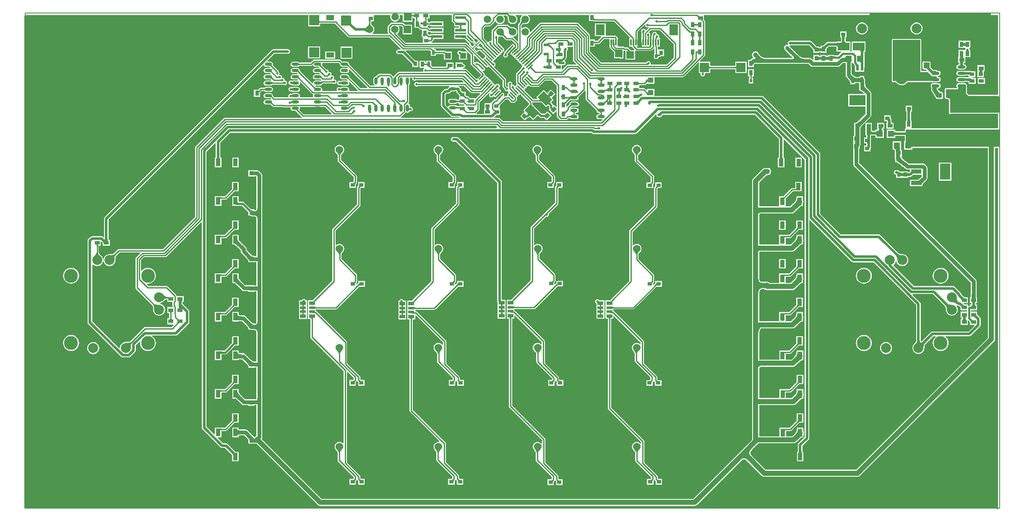
<source format=gtl>
G04*
G04 #@! TF.GenerationSoftware,Altium Limited,Altium Designer,19.0.12 (326)*
G04*
G04 Layer_Physical_Order=1*
G04 Layer_Color=255*
%FSLAX24Y24*%
%MOIN*%
G70*
G01*
G75*
%ADD10C,0.0079*%
%ADD13C,0.0100*%
%ADD14C,0.0060*%
%ADD20R,0.0315X0.0400*%
%ADD21R,0.0300X0.0350*%
%ADD22O,0.0571X0.0236*%
%ADD23R,0.0787X0.0787*%
%ADD24R,0.0630X0.0394*%
G04:AMPARAMS|DCode=25|XSize=35mil|YSize=30mil|CornerRadius=0mil|HoleSize=0mil|Usage=FLASHONLY|Rotation=135.000|XOffset=0mil|YOffset=0mil|HoleType=Round|Shape=Rectangle|*
%AMROTATEDRECTD25*
4,1,4,0.0230,-0.0018,0.0018,-0.0230,-0.0230,0.0018,-0.0018,0.0230,0.0230,-0.0018,0.0*
%
%ADD25ROTATEDRECTD25*%

%ADD26R,0.0350X0.0300*%
%ADD27R,0.0600X0.0600*%
%ADD28R,0.0200X0.0250*%
%ADD29R,0.0600X0.0600*%
%ADD30R,0.0197X0.0236*%
%ADD31R,0.0500X0.0500*%
%ADD32R,0.0945X0.0630*%
%ADD33R,0.0492X0.0472*%
%ADD34R,0.0500X0.0500*%
%ADD35R,0.1378X0.0846*%
G04:AMPARAMS|DCode=36|XSize=40mil|YSize=31.5mil|CornerRadius=0mil|HoleSize=0mil|Usage=FLASHONLY|Rotation=225.000|XOffset=0mil|YOffset=0mil|HoleType=Round|Shape=Rectangle|*
%AMROTATEDRECTD36*
4,1,4,0.0030,0.0253,0.0253,0.0030,-0.0030,-0.0253,-0.0253,-0.0030,0.0030,0.0253,0.0*
%
%ADD36ROTATEDRECTD36*%

%ADD37R,0.0400X0.0315*%
G04:AMPARAMS|DCode=38|XSize=26mil|YSize=20mil|CornerRadius=0mil|HoleSize=0mil|Usage=FLASHONLY|Rotation=315.000|XOffset=0mil|YOffset=0mil|HoleType=Round|Shape=Rectangle|*
%AMROTATEDRECTD38*
4,1,4,-0.0163,0.0021,-0.0021,0.0163,0.0163,-0.0021,0.0021,-0.0163,-0.0163,0.0021,0.0*
%
%ADD38ROTATEDRECTD38*%

%ADD39R,0.0453X0.0236*%
%ADD40R,0.0453X0.0295*%
%ADD41R,0.0354X0.0591*%
%ADD42R,0.0433X0.0433*%
%ADD43R,0.0728X0.0748*%
%ADD44R,0.0236X0.0394*%
%ADD45R,0.0866X0.0236*%
%ADD46O,0.0236X0.0571*%
%ADD47R,0.0354X0.0846*%
%ADD48R,0.1280X0.0846*%
%ADD49R,0.0394X0.0236*%
%ADD50R,0.0200X0.0500*%
%ADD51R,0.0846X0.0354*%
%ADD52R,0.0846X0.1280*%
G04:AMPARAMS|DCode=53|XSize=66.9mil|YSize=94.5mil|CornerRadius=0mil|HoleSize=0mil|Usage=FLASHONLY|Rotation=45.000|XOffset=0mil|YOffset=0mil|HoleType=Round|Shape=Rectangle|*
%AMROTATEDRECTD53*
4,1,4,0.0097,-0.0571,-0.0571,0.0097,-0.0097,0.0571,0.0571,-0.0097,0.0097,-0.0571,0.0*
%
%ADD53ROTATEDRECTD53*%

%ADD54R,0.0709X0.0866*%
%ADD55R,0.0118X0.0512*%
%ADD56O,0.0630X0.0236*%
%ADD57R,0.1181X0.1575*%
G04:AMPARAMS|DCode=58|XSize=11.8mil|YSize=57.1mil|CornerRadius=0mil|HoleSize=0mil|Usage=FLASHONLY|Rotation=225.000|XOffset=0mil|YOffset=0mil|HoleType=Round|Shape=Round|*
%AMOVALD58*
21,1,0.0453,0.0118,0.0000,0.0000,315.0*
1,1,0.0118,-0.0160,0.0160*
1,1,0.0118,0.0160,-0.0160*
%
%ADD58OVALD58*%

G04:AMPARAMS|DCode=59|XSize=11.8mil|YSize=57.1mil|CornerRadius=0mil|HoleSize=0mil|Usage=FLASHONLY|Rotation=135.000|XOffset=0mil|YOffset=0mil|HoleType=Round|Shape=Round|*
%AMOVALD59*
21,1,0.0453,0.0118,0.0000,0.0000,225.0*
1,1,0.0118,0.0160,0.0160*
1,1,0.0118,-0.0160,-0.0160*
%
%ADD59OVALD59*%

%ADD106C,0.0200*%
%ADD107C,0.0150*%
%ADD108C,0.0300*%
%ADD109C,0.0400*%
%ADD110C,0.1969*%
%ADD111C,0.0600*%
%ADD112C,0.1102*%
%ADD113C,0.0787*%
%ADD114R,0.0591X0.0591*%
%ADD115C,0.0591*%
%ADD116C,0.0984*%
%ADD117C,0.0197*%
%ADD118C,0.1614*%
%ADD119C,0.0394*%
G36*
X90170Y129470D02*
X95480D01*
Y129280D01*
X96070D01*
Y122932D01*
X93734D01*
X93602Y123064D01*
X93602Y123700D01*
X93602Y123700D01*
X93595Y123731D01*
X93578Y123758D01*
X93578Y123758D01*
X93488Y123848D01*
X93461Y123865D01*
X93430Y123872D01*
X93430Y123872D01*
X92900Y123872D01*
X92869Y123865D01*
X92842Y123848D01*
X92825Y123821D01*
X92820Y123799D01*
X92819Y123798D01*
X92775Y123732D01*
X92760Y123655D01*
X92775Y123578D01*
X92813Y123522D01*
X92797Y123472D01*
X91940D01*
X91940Y123472D01*
X91909Y123465D01*
X91882Y123448D01*
X91882Y123448D01*
X91868Y123434D01*
X91851Y123407D01*
X91845Y123376D01*
X91845Y123376D01*
Y122700D01*
X91847Y122686D01*
X91849Y122672D01*
X91850Y122671D01*
X91851Y122669D01*
X91859Y122657D01*
X91866Y122645D01*
X91867Y122644D01*
X91868Y122642D01*
X91880Y122635D01*
X91891Y122626D01*
X91893Y122626D01*
X91895Y122625D01*
X91909Y122622D01*
X91922Y122619D01*
X92105Y122610D01*
X92178Y122536D01*
Y122235D01*
X92178D01*
Y121445D01*
X92201D01*
X92202Y121442D01*
X92229Y121425D01*
X92260Y121418D01*
X92291Y121425D01*
X92297Y121428D01*
X96070D01*
Y120268D01*
X89215D01*
X89207Y120315D01*
X89207Y120318D01*
Y120792D01*
X89208Y120794D01*
X89207Y120796D01*
Y120875D01*
X89167D01*
X89166Y120877D01*
X89161Y120941D01*
Y121542D01*
X89162Y121555D01*
X89165Y121579D01*
X89169Y121598D01*
X89173Y121610D01*
X89240D01*
Y121689D01*
X89240Y121691D01*
X89240Y121693D01*
Y122070D01*
X88730D01*
Y121693D01*
X88730Y121691D01*
X88730Y121689D01*
Y121610D01*
X88785D01*
X88787Y121601D01*
X88791Y121583D01*
X88794Y121541D01*
Y120940D01*
X88794Y120928D01*
X88791Y120903D01*
X88787Y120883D01*
X88785Y120875D01*
X88733D01*
Y120796D01*
X88732Y120794D01*
X88733Y120792D01*
Y120317D01*
X88733Y120315D01*
X88730Y120266D01*
X88709Y120262D01*
X88682Y120244D01*
X88665Y120218D01*
X88658Y120186D01*
Y120036D01*
X87973D01*
X87957Y120037D01*
X87933Y120041D01*
X87916Y120046D01*
X87905Y120051D01*
X87900Y120053D01*
Y120170D01*
X87240D01*
Y119510D01*
X87900D01*
Y119652D01*
X87905Y119654D01*
X87916Y119659D01*
X87933Y119664D01*
X87957Y119668D01*
X87973Y119669D01*
X88658D01*
Y119250D01*
X88610D01*
Y118590D01*
X89270D01*
Y118718D01*
X95258Y118718D01*
Y103617D01*
X84783Y93142D01*
X77607D01*
X76494Y94255D01*
X76459Y94295D01*
X76425Y94342D01*
X76403Y94387D01*
X76390Y94429D01*
X76386Y94470D01*
X76390Y94511D01*
X76403Y94553D01*
X76425Y94598D01*
X76459Y94645D01*
X76494Y94685D01*
X77037Y95228D01*
X79833D01*
X79906Y95237D01*
X79974Y95265D01*
X80033Y95310D01*
X80207Y95485D01*
X80283Y95558D01*
X80373Y95634D01*
X80410Y95662D01*
X80444Y95685D01*
X80473Y95701D01*
X80496Y95711D01*
X80512Y95716D01*
X80528Y95718D01*
X80601D01*
Y95910D01*
X80617Y95948D01*
X80626Y96021D01*
Y96093D01*
X80617Y96166D01*
X80601Y96204D01*
Y96469D01*
X80173D01*
X80172Y96469D01*
X80171Y96469D01*
X80087D01*
Y96393D01*
X80087Y96392D01*
X80084Y96344D01*
X80077Y96300D01*
X80065Y96254D01*
X80048Y96208D01*
X80025Y96160D01*
X79997Y96110D01*
X79964Y96061D01*
X79878Y95955D01*
X79852Y95928D01*
X79716Y95792D01*
X79222D01*
Y96206D01*
X79549D01*
X79599Y96216D01*
X79642Y96245D01*
X80232Y96835D01*
X80249Y96850D01*
X80263Y96861D01*
X80268Y96865D01*
X80589D01*
Y97615D01*
X80075D01*
Y97057D01*
X80072Y97053D01*
X80049Y97026D01*
X79494Y96471D01*
X79092D01*
X79079Y96469D01*
X78708D01*
Y95792D01*
X77092D01*
X77092Y98275D01*
X79804D01*
X79877Y98284D01*
X79945Y98313D01*
X80003Y98357D01*
X80197Y98551D01*
X80273Y98624D01*
X80363Y98700D01*
X80400Y98729D01*
X80434Y98751D01*
X80463Y98768D01*
X80486Y98778D01*
X80502Y98783D01*
X80518Y98785D01*
X80591D01*
Y98977D01*
X80607Y99014D01*
X80616Y99088D01*
Y99160D01*
X80607Y99233D01*
X80591Y99271D01*
Y99535D01*
X80163D01*
X80162Y99536D01*
X80161Y99535D01*
X80077D01*
Y99459D01*
X80077Y99458D01*
X80074Y99411D01*
X80067Y99366D01*
X80055Y99321D01*
X80038Y99274D01*
X80015Y99226D01*
X79987Y99177D01*
X79954Y99128D01*
X79868Y99022D01*
X79842Y98995D01*
X79687Y98840D01*
X79212D01*
Y99273D01*
X79539D01*
X79589Y99283D01*
X79632Y99312D01*
X80222Y99902D01*
X80239Y99917D01*
X80253Y99928D01*
X80258Y99931D01*
X80579D01*
Y100682D01*
X80065D01*
Y100124D01*
X80062Y100120D01*
X80039Y100093D01*
X79484Y99538D01*
X79082D01*
X79069Y99535D01*
X78698D01*
Y98840D01*
X77092D01*
Y101213D01*
X77201Y101322D01*
X79774D01*
X79847Y101331D01*
X79915Y101360D01*
X79974Y101405D01*
X80187Y101618D01*
X80263Y101691D01*
X80353Y101767D01*
X80390Y101795D01*
X80424Y101818D01*
X80453Y101834D01*
X80476Y101845D01*
X80492Y101850D01*
X80508Y101851D01*
X80581D01*
Y102043D01*
X80597Y102081D01*
X80606Y102154D01*
Y102227D01*
X80597Y102300D01*
X80581Y102337D01*
Y102602D01*
X80153D01*
X80152Y102602D01*
X80151Y102602D01*
X80067D01*
Y102526D01*
X80067Y102525D01*
X80064Y102477D01*
X80057Y102433D01*
X80045Y102388D01*
X80028Y102341D01*
X80005Y102293D01*
X79977Y102244D01*
X79944Y102194D01*
X79858Y102089D01*
X79832Y102061D01*
X79657Y101887D01*
X79202D01*
Y102339D01*
X79519D01*
X79569Y102349D01*
X79612Y102378D01*
X80202Y102968D01*
X80219Y102984D01*
X80233Y102995D01*
X80238Y102998D01*
X80559D01*
Y103749D01*
X80045D01*
Y103191D01*
X80042Y103187D01*
X80019Y103160D01*
X79464Y102604D01*
X79072D01*
X79059Y102602D01*
X78688D01*
Y101887D01*
X77092D01*
Y103905D01*
X77094Y103950D01*
X77100Y104020D01*
X77111Y104086D01*
X77126Y104148D01*
X77145Y104207D01*
X77168Y104262D01*
X77195Y104314D01*
X77226Y104363D01*
X77230Y104369D01*
X79735D01*
X79808Y104379D01*
X79876Y104407D01*
X79934Y104452D01*
X80167Y104685D01*
X80243Y104758D01*
X80333Y104834D01*
X80370Y104862D01*
X80404Y104885D01*
X80433Y104901D01*
X80456Y104911D01*
X80472Y104916D01*
X80488Y104918D01*
X80561D01*
Y105110D01*
X80577Y105148D01*
X80586Y105221D01*
Y105293D01*
X80577Y105366D01*
X80561Y105404D01*
Y105669D01*
X80133D01*
X80132Y105669D01*
X80131Y105669D01*
X80047D01*
Y105593D01*
X80047Y105592D01*
X80044Y105544D01*
X80037Y105500D01*
X80025Y105454D01*
X80008Y105408D01*
X79985Y105360D01*
X79957Y105310D01*
X79924Y105261D01*
X79838Y105155D01*
X79812Y105128D01*
X79618Y104934D01*
X79182D01*
Y105406D01*
X79519D01*
X79569Y105416D01*
X79612Y105445D01*
X80203Y106035D01*
X80219Y106050D01*
X80233Y106061D01*
X80238Y106065D01*
X80559D01*
Y106815D01*
X80045D01*
Y106257D01*
X80042Y106253D01*
X80019Y106226D01*
X79464Y105671D01*
X79052D01*
X79039Y105669D01*
X78668D01*
Y104934D01*
X77101D01*
X77092Y104942D01*
Y107194D01*
X77095Y107247D01*
X77105Y107304D01*
X77121Y107352D01*
X77142Y107390D01*
X77168Y107422D01*
X77200Y107448D01*
X77238Y107469D01*
X77286Y107485D01*
X77343Y107495D01*
X77396Y107498D01*
X77510D01*
Y107444D01*
X77624D01*
X77667Y107426D01*
X77740Y107416D01*
X79715D01*
X79788Y107426D01*
X79856Y107454D01*
X79915Y107499D01*
X80167Y107751D01*
X80243Y107824D01*
X80333Y107900D01*
X80370Y107929D01*
X80404Y107951D01*
X80433Y107968D01*
X80456Y107978D01*
X80472Y107983D01*
X80488Y107985D01*
X80561D01*
Y108177D01*
X80577Y108214D01*
X80586Y108288D01*
Y108360D01*
X80577Y108433D01*
X80561Y108471D01*
Y108735D01*
X80133D01*
X80132Y108736D01*
X80131Y108735D01*
X80047D01*
Y108659D01*
X80047Y108658D01*
X80044Y108611D01*
X80037Y108566D01*
X80025Y108521D01*
X80008Y108474D01*
X79985Y108426D01*
X79957Y108377D01*
X79924Y108328D01*
X79838Y108222D01*
X79812Y108195D01*
X79598Y107981D01*
X79231D01*
X79182Y107985D01*
X79182Y108031D01*
Y108473D01*
X79519D01*
X79569Y108483D01*
X79612Y108512D01*
X80202Y109102D01*
X80219Y109117D01*
X80233Y109128D01*
X80238Y109131D01*
X80559D01*
Y109882D01*
X80045D01*
Y109324D01*
X80042Y109320D01*
X80019Y109293D01*
X79464Y108738D01*
X79052D01*
X79039Y108735D01*
X78668D01*
X78668Y107985D01*
X78619Y107981D01*
X77908D01*
X77880Y108010D01*
X77821Y108055D01*
X77753Y108083D01*
X77680Y108092D01*
X77607Y108083D01*
X77558Y108062D01*
X77396D01*
X77343Y108065D01*
X77286Y108075D01*
X77238Y108091D01*
X77200Y108112D01*
X77168Y108138D01*
X77142Y108170D01*
X77121Y108208D01*
X77105Y108256D01*
X77095Y108313D01*
X77092Y108366D01*
Y110433D01*
X77123Y110463D01*
X79696D01*
X79769Y110473D01*
X79837Y110501D01*
X79895Y110546D01*
X80167Y110818D01*
X80243Y110891D01*
X80333Y110967D01*
X80370Y110995D01*
X80404Y111018D01*
X80433Y111034D01*
X80456Y111045D01*
X80472Y111050D01*
X80488Y111051D01*
X80561D01*
Y111243D01*
X80577Y111281D01*
X80586Y111354D01*
Y111427D01*
X80577Y111500D01*
X80561Y111537D01*
Y111802D01*
X80133D01*
X80132Y111802D01*
X80131Y111802D01*
X80047D01*
Y111726D01*
X80047Y111725D01*
X80044Y111677D01*
X80037Y111633D01*
X80025Y111588D01*
X80008Y111541D01*
X79985Y111493D01*
X79957Y111444D01*
X79924Y111394D01*
X79838Y111289D01*
X79812Y111261D01*
X79579Y111028D01*
X79223D01*
X79182Y111051D01*
X79182Y111078D01*
Y111539D01*
X79519D01*
X79569Y111549D01*
X79612Y111578D01*
X80202Y112168D01*
X80219Y112184D01*
X80233Y112195D01*
X80238Y112198D01*
X80559D01*
Y112949D01*
X80045D01*
Y112391D01*
X80042Y112387D01*
X80019Y112360D01*
X79464Y111804D01*
X79052D01*
X79039Y111802D01*
X78668D01*
Y111078D01*
X78668Y111051D01*
X78628Y111028D01*
X77092D01*
Y113433D01*
X77170Y113510D01*
X79676D01*
X79749Y113520D01*
X79817Y113548D01*
X79876Y113593D01*
X80167Y113885D01*
X80243Y113958D01*
X80333Y114034D01*
X80370Y114062D01*
X80404Y114085D01*
X80433Y114101D01*
X80456Y114111D01*
X80472Y114116D01*
X80488Y114118D01*
X80561D01*
Y114310D01*
X80577Y114348D01*
X80586Y114421D01*
Y114493D01*
X80577Y114566D01*
X80561Y114604D01*
Y114869D01*
X80133D01*
X80132Y114869D01*
X80131Y114869D01*
X80047D01*
Y114793D01*
X80047Y114792D01*
X80044Y114744D01*
X80037Y114700D01*
X80025Y114654D01*
X80008Y114608D01*
X79985Y114560D01*
X79957Y114510D01*
X79924Y114461D01*
X79838Y114355D01*
X79812Y114328D01*
X79559Y114075D01*
X79200D01*
X79182Y114118D01*
X79182Y114125D01*
Y114676D01*
X79185Y114680D01*
X79208Y114707D01*
X79763Y115262D01*
X80085D01*
X80098Y115265D01*
X80469D01*
Y116015D01*
X79955D01*
Y115527D01*
X79708D01*
X79658Y115517D01*
X79615Y115488D01*
X79024Y114898D01*
X79008Y114883D01*
X78994Y114872D01*
X78989Y114869D01*
X78668D01*
Y114125D01*
X78668Y114118D01*
X78650Y114075D01*
X77092D01*
Y115963D01*
X77687Y116558D01*
X77740D01*
X77813Y116567D01*
X77856Y116585D01*
X77970D01*
Y116680D01*
X77985Y116699D01*
X78013Y116767D01*
X78022Y116840D01*
X78013Y116913D01*
X77985Y116981D01*
X77970Y117000D01*
Y117095D01*
X77856D01*
X77813Y117113D01*
X77740Y117122D01*
X77570D01*
X77497Y117113D01*
X77429Y117085D01*
X77370Y117040D01*
X76610Y116280D01*
X76565Y116221D01*
X76537Y116153D01*
X76528Y116080D01*
Y113550D01*
Y110550D01*
Y107780D01*
Y104360D01*
Y101330D01*
Y98590D01*
X76528Y95517D01*
X75680Y94670D01*
X71833Y90822D01*
X42317D01*
X37552Y95587D01*
X37587Y95638D01*
X37605Y95728D01*
Y98590D01*
X37605Y98590D01*
X37605Y98590D01*
X37604Y101510D01*
Y104490D01*
Y107530D01*
Y109830D01*
Y113520D01*
Y116510D01*
X37587Y116600D01*
X37536Y116676D01*
X37346Y116866D01*
X37270Y116917D01*
X37180Y116935D01*
X37027D01*
X36998Y116935D01*
X36970Y116938D01*
Y116955D01*
X36891D01*
X36889Y116955D01*
X36887Y116955D01*
X36510D01*
Y116723D01*
X36505Y116700D01*
X36510Y116677D01*
Y116445D01*
X36887D01*
X36889Y116445D01*
X36891Y116445D01*
X36970D01*
Y116458D01*
X37083Y116465D01*
X37135Y116413D01*
Y113920D01*
X37129Y113882D01*
X37118Y113849D01*
X37104Y113824D01*
X37087Y113803D01*
X37066Y113786D01*
X37041Y113772D01*
X37013Y113763D01*
X37003Y113765D01*
X36978Y113771D01*
X36962Y113777D01*
X36960Y113778D01*
Y113844D01*
X36881D01*
X36879Y113844D01*
X36877Y113844D01*
X36736D01*
X36717Y113856D01*
X36674Y113893D01*
X36176Y114391D01*
X36124Y114426D01*
X36064Y114438D01*
X35763D01*
X35752Y114439D01*
X35736Y114441D01*
X35727Y114444D01*
Y114875D01*
X35213D01*
Y114125D01*
X35557D01*
X35572Y114122D01*
X35998D01*
X36444Y113676D01*
X36469Y113649D01*
X36487Y113627D01*
X36500Y113609D01*
X36495Y113589D01*
Y113564D01*
X36500Y113541D01*
Y113334D01*
X36664D01*
X36709Y113303D01*
X36799Y113285D01*
X36970D01*
X37008Y113279D01*
X37041Y113268D01*
X37066Y113254D01*
X37087Y113237D01*
X37104Y113216D01*
X37118Y113191D01*
X37129Y113158D01*
X37135Y113120D01*
Y110105D01*
X37051D01*
X36994Y110108D01*
X36965Y110111D01*
X36960Y110112D01*
Y110142D01*
X36886D01*
X36886Y110142D01*
X36870Y110144D01*
X36855Y110147D01*
X36837Y110155D01*
X36814Y110166D01*
X36788Y110182D01*
X36760Y110202D01*
X36674Y110275D01*
X36348Y110601D01*
Y110672D01*
X36330Y110761D01*
X36279Y110837D01*
X35864Y111253D01*
X35813Y111308D01*
X35775Y111356D01*
X35745Y111399D01*
X35727Y111430D01*
Y111809D01*
X35213D01*
Y111146D01*
X35213Y111145D01*
X35213Y111144D01*
Y111132D01*
X35213Y111132D01*
X35213Y111132D01*
Y111058D01*
X35287D01*
X35288Y111058D01*
X35311Y111056D01*
X35331Y111052D01*
X35355Y111044D01*
X35381Y111032D01*
X35410Y111016D01*
X35441Y110996D01*
X35474Y110971D01*
X35529Y110924D01*
X35879Y110575D01*
Y110504D01*
X35897Y110414D01*
X35948Y110338D01*
X36384Y109902D01*
X36384Y109902D01*
X36440Y109833D01*
X36460Y109804D01*
X36476Y109778D01*
X36488Y109755D01*
X36495Y109737D01*
X36498Y109723D01*
X36500Y109706D01*
X36500Y109706D01*
Y109632D01*
X36586D01*
X36588Y109632D01*
X36588Y109632D01*
X36588D01*
X36589Y109632D01*
X36589Y109632D01*
X36877D01*
X36879Y109632D01*
X36880Y109632D01*
X36881Y109632D01*
X36896Y109632D01*
X36960D01*
Y109634D01*
X37047Y109635D01*
X37135D01*
Y107780D01*
X37021D01*
X36991Y107781D01*
X36960Y107783D01*
Y107801D01*
X36881D01*
X36879Y107801D01*
X36877Y107801D01*
X36753D01*
X36730Y107805D01*
X36245D01*
X35864Y108186D01*
X35813Y108242D01*
X35775Y108289D01*
X35745Y108332D01*
X35727Y108363D01*
Y108742D01*
X35213D01*
Y108079D01*
X35213Y108079D01*
X35213Y108077D01*
Y108065D01*
X35213Y108065D01*
X35213Y108065D01*
Y107991D01*
X35287D01*
X35288Y107991D01*
X35311Y107990D01*
X35331Y107985D01*
X35355Y107977D01*
X35381Y107966D01*
X35410Y107950D01*
X35441Y107929D01*
X35474Y107905D01*
X35529Y107858D01*
X35982Y107405D01*
X36058Y107354D01*
X36148Y107336D01*
X36401D01*
X36465Y107332D01*
X36493Y107328D01*
X36500Y107327D01*
Y107291D01*
X36574D01*
X36575Y107291D01*
X36576Y107291D01*
X36579D01*
X36581Y107290D01*
X36583Y107291D01*
X36877D01*
X36879Y107290D01*
X36881Y107291D01*
X36960D01*
Y107303D01*
X37083Y107311D01*
X37135D01*
Y104890D01*
X37129Y104852D01*
X37118Y104819D01*
X37104Y104794D01*
X37087Y104773D01*
X37066Y104756D01*
X37041Y104742D01*
X37008Y104731D01*
X37008Y104731D01*
X36960Y104759D01*
Y104779D01*
X36887D01*
X36877Y104780D01*
X36868Y104783D01*
X36853Y104790D01*
X36833Y104801D01*
X36811Y104816D01*
X36700Y104911D01*
X36263Y105348D01*
X36187Y105399D01*
X36097Y105417D01*
X35876D01*
X35848Y105419D01*
X35810Y105425D01*
X35779Y105434D01*
X35757Y105443D01*
X35742Y105452D01*
X35734Y105459D01*
X35730Y105465D01*
X35728Y105472D01*
X35727Y105479D01*
Y105675D01*
X35213D01*
Y104925D01*
X35644D01*
X35646Y104924D01*
X35648Y104925D01*
X35727D01*
Y104941D01*
X35845Y104948D01*
X36000D01*
X36367Y104581D01*
X36414Y104527D01*
X36438Y104494D01*
X36458Y104463D01*
X36474Y104434D01*
X36486Y104408D01*
X36494Y104386D01*
X36498Y104367D01*
X36500Y104344D01*
X36500Y104344D01*
X36500Y104344D01*
X36500Y104344D01*
Y104269D01*
X36586D01*
X36587Y104269D01*
X36587Y104269D01*
X36588Y104269D01*
X36588Y104269D01*
X36695D01*
X36764Y104255D01*
X36764Y104255D01*
X36970D01*
X37008Y104249D01*
X37041Y104238D01*
X37066Y104224D01*
X37087Y104207D01*
X37104Y104186D01*
X37118Y104161D01*
X37129Y104128D01*
X37135Y104090D01*
Y101737D01*
X37021D01*
X36991Y101738D01*
X36960Y101741D01*
Y101758D01*
X36887D01*
X36877Y101759D01*
X36868Y101762D01*
X36853Y101768D01*
X36833Y101780D01*
X36811Y101795D01*
X36700Y101889D01*
X36263Y102327D01*
X36187Y102377D01*
X36097Y102395D01*
X35876D01*
X35848Y102398D01*
X35810Y102404D01*
X35779Y102412D01*
X35757Y102421D01*
X35742Y102430D01*
X35734Y102438D01*
X35730Y102444D01*
X35728Y102451D01*
X35727Y102457D01*
Y102609D01*
X35213D01*
Y101858D01*
X35644D01*
X35646Y101858D01*
X35648Y101858D01*
X35727D01*
Y101910D01*
X35740Y101913D01*
X35765Y101918D01*
X35864Y101926D01*
X36000D01*
X36367Y101559D01*
X36414Y101505D01*
X36438Y101472D01*
X36458Y101441D01*
X36474Y101413D01*
X36486Y101387D01*
X36494Y101364D01*
X36498Y101345D01*
X36500Y101323D01*
X36500Y101323D01*
X36500Y101323D01*
X36500Y101322D01*
Y101248D01*
X36586D01*
X36587Y101248D01*
X36587Y101248D01*
X36588Y101248D01*
X36588Y101248D01*
X36877D01*
X36879Y101247D01*
X36881Y101248D01*
X36960D01*
Y101260D01*
X37083Y101268D01*
X37135D01*
X37135Y98859D01*
X37128Y98741D01*
X36227D01*
X35935Y99034D01*
X35833Y99150D01*
X35790Y99206D01*
X35757Y99257D01*
X35733Y99300D01*
X35727Y99316D01*
Y99542D01*
X35213D01*
Y98791D01*
X35475D01*
X35492Y98788D01*
X35529Y98762D01*
X35627Y98678D01*
X35964Y98341D01*
X36040Y98290D01*
X36130Y98272D01*
X36401D01*
X36465Y98267D01*
X36493Y98264D01*
X36500Y98262D01*
Y98226D01*
X36574D01*
X36575Y98226D01*
X36576Y98226D01*
X36579D01*
X36581Y98226D01*
X36583Y98226D01*
X36877D01*
X36879Y98226D01*
X36881Y98226D01*
X36884D01*
X36885Y98226D01*
X36886Y98226D01*
X36960D01*
Y98262D01*
X36965Y98263D01*
X37085Y98272D01*
X37135Y98264D01*
Y95825D01*
X37134Y95824D01*
X37118Y95822D01*
X37050Y95794D01*
X36991Y95749D01*
X36946Y95746D01*
X36426Y96266D01*
X36350Y96317D01*
X36260Y96335D01*
X35875D01*
X35848Y96337D01*
X35810Y96343D01*
X35779Y96351D01*
X35757Y96360D01*
X35742Y96368D01*
X35734Y96375D01*
X35731Y96380D01*
X35729Y96385D01*
X35727Y96402D01*
Y96475D01*
X35648D01*
X35646Y96476D01*
X35644Y96475D01*
X35213D01*
Y95725D01*
X35644D01*
X35646Y95724D01*
X35648Y95725D01*
X35727D01*
Y95798D01*
X35729Y95815D01*
X35731Y95820D01*
X35734Y95825D01*
X35742Y95832D01*
X35757Y95840D01*
X35779Y95849D01*
X35810Y95857D01*
X35848Y95863D01*
X35875Y95865D01*
X36163D01*
X36365Y95663D01*
X36419Y95605D01*
X36458Y95556D01*
X36489Y95513D01*
X36500Y95493D01*
Y95205D01*
X36960D01*
Y95225D01*
X37102D01*
X37113Y95228D01*
X42000Y90340D01*
X42059Y90295D01*
X42127Y90267D01*
X42200Y90258D01*
X71950D01*
X72023Y90267D01*
X72091Y90295D01*
X72150Y90340D01*
X75665Y93856D01*
X75705Y93891D01*
X75752Y93925D01*
X75797Y93947D01*
X75839Y93960D01*
X75880Y93964D01*
X75921Y93960D01*
X75963Y93947D01*
X76008Y93925D01*
X76055Y93891D01*
X76095Y93856D01*
X77290Y92660D01*
X77349Y92615D01*
X77417Y92587D01*
X77490Y92578D01*
X84900D01*
X84973Y92587D01*
X85041Y92615D01*
X85100Y92660D01*
X95740Y103300D01*
X95785Y103359D01*
X95813Y103427D01*
X95822Y103500D01*
Y118718D01*
X96070D01*
Y89985D01*
X96024Y89966D01*
X95920Y90070D01*
X18700D01*
Y129210D01*
X18770Y129280D01*
X41246D01*
Y128390D01*
X42194D01*
Y128604D01*
X43367D01*
X44405Y127566D01*
X44448Y127538D01*
X44499Y127527D01*
X47685D01*
X48633Y126580D01*
X48614Y126534D01*
X48420D01*
X48350Y126520D01*
X48290Y126480D01*
X48250Y126420D01*
X48236Y126350D01*
X48250Y126280D01*
X48290Y126220D01*
X48350Y126180D01*
X48420Y126166D01*
X48744D01*
X49469Y125441D01*
X49489Y125419D01*
X49513Y125388D01*
X49532Y125361D01*
X49540Y125347D01*
Y125259D01*
X49540Y125259D01*
X49540Y125259D01*
Y125145D01*
X50000D01*
Y125655D01*
X49886D01*
X49885Y125655D01*
X49884Y125655D01*
X49872D01*
X49872Y125655D01*
X49872Y125655D01*
X49793D01*
X49790Y125657D01*
X49763Y125675D01*
X49703Y125727D01*
X49008Y126421D01*
X49027Y126467D01*
X50945D01*
X50978Y126435D01*
X50993Y126418D01*
X51004Y126404D01*
X51008Y126399D01*
Y126371D01*
X51008Y126369D01*
X51008Y126367D01*
Y126038D01*
X51404D01*
Y126189D01*
X52023D01*
X52024Y126189D01*
Y125744D01*
X52676D01*
Y126376D01*
X52211D01*
X52172Y126415D01*
X52129Y126444D01*
X52078Y126454D01*
X51404D01*
Y126592D01*
X51244D01*
X51239Y126597D01*
X51259Y126646D01*
X51261Y126647D01*
X53626D01*
X53847Y126426D01*
X53827Y126376D01*
X53436D01*
X53419Y126403D01*
X53360Y126442D01*
X53290Y126456D01*
X53220Y126442D01*
X53161Y126403D01*
X53122Y126344D01*
X53108Y126274D01*
X53122Y126205D01*
X53161Y126146D01*
X53220Y126106D01*
X53224Y126105D01*
Y125744D01*
X53876D01*
Y126326D01*
X53926Y126347D01*
X54157Y126116D01*
Y125417D01*
X54168Y125366D01*
X54196Y125323D01*
X54452Y125068D01*
X54491Y125042D01*
X54995Y124538D01*
Y124532D01*
X54994Y124518D01*
X54994Y124515D01*
X54748Y124270D01*
X54717Y124224D01*
X54714Y124208D01*
X54690Y124198D01*
X54620Y124212D01*
X54603Y124208D01*
X53854Y124957D01*
X53811Y124986D01*
X53761Y124996D01*
X53543D01*
X53535Y125043D01*
Y125044D01*
X53540Y125048D01*
X53610Y125062D01*
X53669Y125101D01*
X53708Y125160D01*
X53722Y125230D01*
X53708Y125300D01*
X53669Y125359D01*
X53610Y125398D01*
X53540Y125412D01*
X53535Y125416D01*
Y125517D01*
X52975D01*
Y125046D01*
X52975Y125043D01*
X52967Y124996D01*
X52813D01*
X52805Y125043D01*
X52805D01*
Y125517D01*
X52245D01*
Y125191D01*
X52232Y125176D01*
X51135D01*
X51060Y125251D01*
X51044Y125268D01*
X51034Y125281D01*
X51030Y125286D01*
Y125647D01*
X50634D01*
Y125503D01*
X50567D01*
Y125645D01*
X50093D01*
Y125085D01*
X50466D01*
X50481Y125035D01*
X50441Y125009D01*
X50402Y124950D01*
X50388Y124880D01*
X50400Y124821D01*
X50373Y124771D01*
X48466D01*
X48415Y124761D01*
X48372Y124732D01*
X48072Y124433D01*
X48048Y124395D01*
X48018Y124389D01*
X47984Y124401D01*
X47982Y124404D01*
X47822Y124564D01*
X47779Y124592D01*
X47728Y124603D01*
X46903D01*
X46852Y124592D01*
X46809Y124564D01*
X46668Y124423D01*
X46660Y124415D01*
X46650Y124407D01*
X46640Y124409D01*
X46563Y124394D01*
X46497Y124350D01*
X46453Y124285D01*
X46438Y124207D01*
Y123873D01*
X46453Y123795D01*
X46497Y123730D01*
X46523Y123713D01*
X46508Y123663D01*
X46187D01*
X45221Y124628D01*
X45218Y124646D01*
X45189Y124689D01*
X44538Y125339D01*
X44536Y125342D01*
X44529Y125351D01*
X44524Y125360D01*
X44519Y125368D01*
X44518Y125369D01*
X44508Y125420D01*
X44500Y125432D01*
X44497Y125447D01*
X44453Y125513D01*
X44387Y125557D01*
X44310Y125572D01*
X43976D01*
X43966Y125570D01*
X43944Y125589D01*
X43821Y125712D01*
X43778Y125741D01*
X43727Y125751D01*
X41727D01*
X41727Y125751D01*
X41676Y125741D01*
X41633Y125712D01*
X41424Y125503D01*
X40566D01*
X40554Y125503D01*
X40541Y125505D01*
X40536Y125513D01*
X40470Y125557D01*
X40393Y125572D01*
X40058D01*
X39981Y125557D01*
X39916Y125513D01*
X39872Y125447D01*
X39856Y125370D01*
X39872Y125293D01*
X39916Y125227D01*
X39981Y125183D01*
X40058Y125168D01*
X40393D01*
X40470Y125183D01*
X40536Y125227D01*
X40541Y125235D01*
X40569Y125237D01*
X41479D01*
X41530Y125248D01*
X41573Y125276D01*
X41595Y125299D01*
X41650Y125283D01*
X41687Y125227D01*
X41753Y125183D01*
X41830Y125168D01*
X42096D01*
X42098Y125167D01*
X42107Y125161D01*
X42130Y125141D01*
X42149Y125122D01*
X42129Y125072D01*
X41830D01*
X41753Y125057D01*
X41687Y125013D01*
X41643Y124947D01*
X41628Y124870D01*
X41643Y124793D01*
X41687Y124727D01*
X41753Y124683D01*
X41830Y124668D01*
X42145D01*
X42196Y124617D01*
X42171Y124571D01*
X42164Y124572D01*
X41830D01*
X41753Y124557D01*
X41687Y124513D01*
X41643Y124447D01*
X41628Y124370D01*
X41643Y124293D01*
X41687Y124227D01*
X41753Y124183D01*
X41830Y124168D01*
X42164D01*
X42230Y124181D01*
X42238Y124174D01*
X42274Y124139D01*
X42278Y124099D01*
X42276Y124093D01*
X42242Y124057D01*
X42164Y124072D01*
X41830D01*
X41753Y124057D01*
X41687Y124013D01*
X41643Y123947D01*
X41628Y123870D01*
X41630Y123860D01*
X41584Y123835D01*
X40587Y124832D01*
X40595Y124870D01*
X40580Y124947D01*
X40536Y125013D01*
X40470Y125057D01*
X40393Y125072D01*
X40058D01*
X39981Y125057D01*
X39916Y125013D01*
X39872Y124947D01*
X39856Y124870D01*
X39872Y124793D01*
X39916Y124727D01*
X39981Y124683D01*
X40058Y124668D01*
X40376D01*
X40428Y124616D01*
X40403Y124570D01*
X40393Y124572D01*
X40058D01*
X39981Y124557D01*
X39916Y124513D01*
X39872Y124447D01*
X39856Y124370D01*
X39872Y124293D01*
X39916Y124227D01*
X39981Y124183D01*
X40058Y124168D01*
X40393D01*
X40402Y124170D01*
X40424Y124151D01*
X40467Y124108D01*
X40443Y124062D01*
X40393Y124072D01*
X40058D01*
X39982Y124057D01*
X39950Y124078D01*
X39880Y124092D01*
X39810Y124078D01*
X39751Y124039D01*
X39712Y123980D01*
X39698Y123910D01*
X39712Y123840D01*
X39751Y123781D01*
X39810Y123742D01*
X39880Y123728D01*
X39911Y123734D01*
X39916Y123727D01*
X39981Y123683D01*
X40058Y123668D01*
X40393D01*
X40470Y123683D01*
X40536Y123727D01*
X40580Y123793D01*
X40595Y123870D01*
X40585Y123920D01*
X40631Y123944D01*
X41547Y123028D01*
X41590Y122999D01*
X41615Y122995D01*
X41642Y122950D01*
X41642Y122939D01*
X41628Y122870D01*
X41642Y122801D01*
X41618Y122751D01*
X40605D01*
X40581Y122801D01*
X40595Y122870D01*
X40580Y122947D01*
X40536Y123013D01*
X40470Y123057D01*
X40393Y123072D01*
X40058D01*
X39981Y123057D01*
X39925Y123019D01*
X39860Y123032D01*
X39790Y123018D01*
X39731Y122979D01*
X39692Y122920D01*
X39678Y122850D01*
X39688Y122801D01*
X39656Y122751D01*
X38567D01*
X38476Y122842D01*
X38473Y122845D01*
X38466Y122854D01*
X38460Y122863D01*
X38455Y122871D01*
X38451Y122879D01*
X38448Y122887D01*
X38445Y122895D01*
X38444Y122903D01*
X38442Y122914D01*
X38439Y122920D01*
X38434Y122947D01*
X38390Y123013D01*
X38325Y123057D01*
X38247Y123072D01*
X37913D01*
X37835Y123057D01*
X37770Y123013D01*
X37726Y122947D01*
X37711Y122870D01*
X37726Y122793D01*
X37770Y122727D01*
X37835Y122683D01*
X37913Y122668D01*
X38247D01*
X38267Y122672D01*
X38288Y122654D01*
X38342Y122601D01*
X38313Y122559D01*
X38247Y122572D01*
X37913D01*
X37835Y122557D01*
X37770Y122513D01*
X37726Y122447D01*
X37711Y122370D01*
X37726Y122293D01*
X37770Y122227D01*
X37835Y122183D01*
X37913Y122168D01*
X38247D01*
X38256Y122170D01*
X38279Y122151D01*
X38404Y122026D01*
X38447Y121998D01*
X38497Y121987D01*
X39221D01*
X39248Y121969D01*
X39299Y121959D01*
X39824D01*
X39864Y121909D01*
X39856Y121870D01*
X39872Y121793D01*
X39916Y121727D01*
X39981Y121683D01*
X40058Y121668D01*
X40227D01*
X40233Y121665D01*
X40241Y121661D01*
X40250Y121655D01*
X40270Y121638D01*
X40740Y121168D01*
X40751Y121161D01*
X40736Y121111D01*
X34628D01*
X34578Y121101D01*
X34535Y121072D01*
X32296Y118834D01*
X32268Y118791D01*
X32257Y118740D01*
Y113235D01*
X29695Y110673D01*
X26207D01*
X26156Y110662D01*
X26113Y110634D01*
X25808Y110328D01*
X25804Y110325D01*
X25789Y110316D01*
X25769Y110307D01*
X25742Y110298D01*
X25710Y110290D01*
X25674Y110284D01*
X25525Y110273D01*
X25483Y110272D01*
X25464Y110275D01*
X25340Y110259D01*
X25225Y110211D01*
X25126Y110135D01*
X25050Y110036D01*
X25002Y109921D01*
X24997Y109880D01*
X24947D01*
X24941Y109921D01*
X24893Y110036D01*
X24818Y110135D01*
X24803Y110146D01*
X24772Y110177D01*
X24703Y110255D01*
X24676Y110288D01*
X24655Y110320D01*
X24637Y110348D01*
X24625Y110373D01*
X24617Y110394D01*
X24613Y110411D01*
X24612Y110416D01*
Y110943D01*
X24760D01*
Y111263D01*
X24806Y111282D01*
X24847Y111241D01*
X24881Y111204D01*
X24906Y111173D01*
X24925Y111146D01*
X24930Y111137D01*
Y111055D01*
X24930Y111053D01*
X24930Y111052D01*
Y110943D01*
X25490D01*
Y111334D01*
X25490Y111336D01*
X25490Y111338D01*
Y111417D01*
X25417D01*
X25411Y111418D01*
X25408Y111423D01*
X25403Y111434D01*
X25399Y111451D01*
X25395Y111474D01*
X25394Y111491D01*
Y113013D01*
X37678Y125297D01*
X37733Y125282D01*
X37770Y125227D01*
X37835Y125183D01*
X37913Y125168D01*
X38177D01*
X38179Y125167D01*
X38188Y125160D01*
X38211Y125141D01*
X38231Y125122D01*
X38210Y125072D01*
X37913D01*
X37835Y125057D01*
X37770Y125013D01*
X37726Y124947D01*
X37711Y124870D01*
X37726Y124793D01*
X37770Y124727D01*
X37835Y124683D01*
X37913Y124668D01*
X38232D01*
X38284Y124616D01*
X38259Y124570D01*
X38247Y124572D01*
X37913D01*
X37835Y124557D01*
X37770Y124513D01*
X37726Y124447D01*
X37711Y124370D01*
X37726Y124293D01*
X37770Y124227D01*
X37835Y124183D01*
X37913Y124168D01*
X38247D01*
X38264Y124171D01*
X38285Y124153D01*
X38332Y124106D01*
X38308Y124060D01*
X38247Y124072D01*
X37913D01*
X37835Y124057D01*
X37770Y124013D01*
X37726Y123947D01*
X37711Y123870D01*
X37726Y123793D01*
X37770Y123727D01*
X37835Y123683D01*
X37913Y123668D01*
X38247D01*
X38325Y123683D01*
X38390Y123727D01*
X38402Y123745D01*
X38429Y123747D01*
X39273D01*
X39280Y123747D01*
X39282Y123746D01*
X39283Y123746D01*
X39284Y123746D01*
X39285Y123745D01*
X39286Y123745D01*
X39320Y123722D01*
X39390Y123708D01*
X39460Y123722D01*
X39519Y123761D01*
X39558Y123820D01*
X39572Y123890D01*
X39558Y123960D01*
X39519Y124019D01*
X39460Y124058D01*
X39390Y124072D01*
X39390Y124101D01*
X39392Y124110D01*
X39378Y124180D01*
X39339Y124239D01*
X39280Y124278D01*
X39210Y124292D01*
X39205Y124291D01*
X39169Y124326D01*
X39172Y124340D01*
X39158Y124410D01*
X39119Y124469D01*
X39060Y124508D01*
X38990Y124522D01*
X38981Y124520D01*
X38960Y124546D01*
X38949Y124565D01*
X38962Y124630D01*
X38948Y124700D01*
X38909Y124759D01*
X38894Y124768D01*
Y124779D01*
X38884Y124829D01*
X38855Y124872D01*
X38435Y125292D01*
X38434Y125293D01*
X38449Y125370D01*
X38434Y125447D01*
X38390Y125513D01*
X38325Y125557D01*
X38247Y125572D01*
X38018D01*
X37999Y125618D01*
X38577Y126196D01*
X39640D01*
X39710Y126210D01*
X39770Y126250D01*
X39810Y126310D01*
X39824Y126380D01*
X39810Y126450D01*
X39770Y126510D01*
X39710Y126550D01*
X39640Y126564D01*
X38501D01*
X38431Y126550D01*
X38371Y126510D01*
X25080Y113219D01*
X25040Y113159D01*
X25026Y113089D01*
Y111646D01*
X24980Y111627D01*
X24960Y111647D01*
X24900Y111687D01*
X24830Y111701D01*
X24087D01*
X24017Y111687D01*
X23958Y111647D01*
X23776Y111466D01*
X23736Y111406D01*
X23722Y111336D01*
Y104856D01*
X23736Y104785D01*
X23776Y104726D01*
X26386Y102117D01*
X26445Y102077D01*
X26515Y102063D01*
X26991D01*
X27061Y102077D01*
X27120Y102117D01*
X27500Y102496D01*
X27540Y102555D01*
X27554Y102626D01*
Y103024D01*
X27839Y103310D01*
X27887Y103287D01*
X27880Y103210D01*
X27892Y103086D01*
X27928Y102967D01*
X27987Y102858D01*
X28065Y102762D01*
X28162Y102683D01*
X28271Y102624D01*
X28390Y102588D01*
X28514Y102576D01*
X28638Y102588D01*
X28757Y102624D01*
X28866Y102683D01*
X28962Y102762D01*
X29041Y102858D01*
X29100Y102967D01*
X29136Y103086D01*
X29148Y103210D01*
X29136Y103334D01*
X29100Y103453D01*
X29041Y103562D01*
X28962Y103658D01*
X28866Y103737D01*
X28846Y103748D01*
X28859Y103798D01*
X30739D01*
X30809Y103812D01*
X30868Y103852D01*
X31750Y104733D01*
X31790Y104793D01*
X31804Y104863D01*
Y105718D01*
X31790Y105788D01*
X31750Y105847D01*
X31347Y106250D01*
X31331Y106270D01*
X31314Y106296D01*
X31298Y106322D01*
X31286Y106350D01*
X31275Y106378D01*
X31267Y106408D01*
X31262Y106437D01*
X31264Y106449D01*
X31268Y106466D01*
X31273Y106477D01*
X31276Y106482D01*
X31282Y106483D01*
X31355D01*
Y106562D01*
X31355Y106564D01*
X31355Y106566D01*
Y106957D01*
X30802D01*
X30797Y106982D01*
X30769Y107025D01*
X30095Y107698D01*
X30052Y107727D01*
X30002Y107737D01*
X28561D01*
X28413Y107886D01*
X28435Y107934D01*
X28514Y107926D01*
X28638Y107938D01*
X28757Y107974D01*
X28866Y108033D01*
X28962Y108112D01*
X29041Y108208D01*
X29100Y108317D01*
X29136Y108436D01*
X29148Y108560D01*
X29136Y108684D01*
X29100Y108803D01*
X29041Y108912D01*
X28962Y109008D01*
X28866Y109087D01*
X28757Y109146D01*
X28638Y109182D01*
X28514Y109194D01*
X28390Y109182D01*
X28271Y109146D01*
X28162Y109087D01*
X28065Y109008D01*
X28015Y108947D01*
X27965Y108965D01*
Y109803D01*
X28209Y110047D01*
X29899D01*
X29950Y110058D01*
X29993Y110086D01*
X32750Y112844D01*
X32796Y112825D01*
Y96484D01*
X32810Y96414D01*
X32850Y96354D01*
X34282Y94923D01*
X34341Y94883D01*
X34411Y94869D01*
X34637D01*
X35128Y94378D01*
X35163Y94341D01*
X35187Y94310D01*
X35207Y94283D01*
X35211Y94276D01*
Y93805D01*
X35725D01*
Y94555D01*
X35490D01*
X35483Y94559D01*
X35457Y94578D01*
X35397Y94628D01*
X34843Y95182D01*
X34784Y95222D01*
X34713Y95236D01*
X34487D01*
X34045Y95679D01*
X34064Y95725D01*
X34348D01*
Y96213D01*
X34685D01*
X34735Y96223D01*
X34778Y96252D01*
X35368Y96842D01*
X35385Y96857D01*
X35399Y96868D01*
X35404Y96871D01*
X35725D01*
Y97622D01*
X35211D01*
Y97064D01*
X35208Y97060D01*
X35185Y97033D01*
X34630Y96478D01*
X34218D01*
X34205Y96475D01*
X33834D01*
Y95955D01*
X33788Y95936D01*
X33164Y96560D01*
Y118420D01*
X33861Y119117D01*
X33907Y119098D01*
Y118008D01*
X33907Y117997D01*
X33904Y117972D01*
X33900Y117953D01*
X33896Y117942D01*
X33834D01*
Y117863D01*
X33833Y117861D01*
X33834Y117859D01*
Y117191D01*
X34348D01*
Y117859D01*
X34349Y117861D01*
X34348Y117863D01*
Y117942D01*
X34286D01*
X34282Y117953D01*
X34279Y117971D01*
X34275Y118014D01*
Y119135D01*
X35064Y119924D01*
X63754D01*
X63806Y119872D01*
X63866Y119832D01*
X63936Y119818D01*
X67226D01*
X67296Y119832D01*
X67355Y119872D01*
X68880Y121397D01*
X68926Y121372D01*
X68918Y121330D01*
X68932Y121260D01*
X68971Y121201D01*
X69030Y121162D01*
X69100Y121148D01*
X69121Y121152D01*
X69150Y121146D01*
X69220Y121160D01*
X69280Y121200D01*
X69426Y121346D01*
X76748D01*
X78335Y119759D01*
X78652Y119443D01*
Y118001D01*
X78651Y117990D01*
X78648Y117965D01*
X78644Y117946D01*
X78640Y117935D01*
X78578D01*
Y117856D01*
X78578Y117854D01*
X78578Y117852D01*
Y117185D01*
X79092D01*
Y117852D01*
X79093Y117854D01*
X79092Y117856D01*
Y117935D01*
X79030D01*
X79026Y117946D01*
X79023Y117964D01*
X79019Y118007D01*
Y119407D01*
X79065Y119426D01*
X80696Y117794D01*
X80696Y95721D01*
X80212Y95236D01*
X80172Y95177D01*
X80158Y95107D01*
Y94614D01*
X80158Y94603D01*
X80155Y94579D01*
X80151Y94560D01*
X80147Y94549D01*
X80085D01*
Y94469D01*
X80084Y94467D01*
X80085Y94466D01*
Y93798D01*
X80599D01*
Y94466D01*
X80599Y94467D01*
X80599Y94469D01*
Y94549D01*
X80537D01*
X80533Y94560D01*
X80530Y94577D01*
X80525Y94621D01*
Y95031D01*
X81010Y95515D01*
X81050Y95575D01*
X81064Y95645D01*
X81064Y112982D01*
X81110Y113001D01*
X84430Y109681D01*
X84489Y109641D01*
X84559Y109627D01*
X86175D01*
X89562Y106240D01*
Y103409D01*
X89558Y103388D01*
X89551Y103363D01*
X89542Y103336D01*
X89529Y103309D01*
X89513Y103281D01*
X89493Y103252D01*
X89470Y103222D01*
X89443Y103191D01*
X89421Y103169D01*
X89407Y103158D01*
X89331Y103059D01*
X89284Y102944D01*
X89267Y102820D01*
X89284Y102696D01*
X89331Y102581D01*
X89407Y102482D01*
X89506Y102406D01*
X89621Y102358D01*
X89745Y102342D01*
X89869Y102358D01*
X89984Y102406D01*
X90083Y102482D01*
X90159Y102581D01*
X90207Y102696D01*
X90223Y102820D01*
X90221Y102838D01*
X90221Y102868D01*
X90224Y102909D01*
X90229Y102947D01*
X90235Y102981D01*
X90244Y103013D01*
X90254Y103041D01*
X90266Y103067D01*
X90279Y103090D01*
X90292Y103107D01*
X90942Y103758D01*
X91100D01*
X91118Y103708D01*
X91058Y103658D01*
X90979Y103562D01*
X90920Y103453D01*
X90884Y103334D01*
X90872Y103210D01*
X90884Y103086D01*
X90920Y102967D01*
X90979Y102858D01*
X91058Y102762D01*
X91154Y102683D01*
X91263Y102624D01*
X91382Y102588D01*
X91506Y102576D01*
X91630Y102588D01*
X91749Y102624D01*
X91858Y102683D01*
X91955Y102762D01*
X92033Y102858D01*
X92092Y102967D01*
X92128Y103086D01*
X92140Y103210D01*
X92128Y103334D01*
X92092Y103453D01*
X92033Y103562D01*
X91955Y103658D01*
X91895Y103708D01*
X91912Y103758D01*
X93803D01*
X93873Y103772D01*
X93933Y103811D01*
X94630Y104508D01*
X94670Y104568D01*
X94684Y104638D01*
Y105123D01*
X94670Y105193D01*
X94630Y105252D01*
X94483Y105400D01*
X94448Y105436D01*
X94423Y105467D01*
X94404Y105495D01*
X94400Y105502D01*
Y105697D01*
X93923D01*
Y105803D01*
X94400D01*
Y106277D01*
X94318D01*
X94280Y106326D01*
X94281Y106371D01*
X94282Y106374D01*
X94284Y106383D01*
X94400D01*
Y106774D01*
X94400Y106776D01*
X94400Y106778D01*
Y106782D01*
X94400Y106783D01*
X94400Y106783D01*
Y106857D01*
X94364D01*
X94363Y106862D01*
X94355Y106987D01*
Y108106D01*
X94355Y108106D01*
X94337Y108196D01*
X94286Y108272D01*
X85045Y117513D01*
Y118629D01*
X85045Y118659D01*
X85048Y118690D01*
X85065D01*
Y118769D01*
X85065Y118771D01*
X85065Y118773D01*
Y118828D01*
X85097Y118875D01*
X85115Y118965D01*
Y119636D01*
X85118Y119708D01*
X85137D01*
Y119788D01*
X85138Y119789D01*
X85137Y119791D01*
Y120202D01*
X85137Y120202D01*
X85137Y120202D01*
Y120342D01*
X85155Y120374D01*
X85184Y120416D01*
X85260Y120506D01*
X85485Y120731D01*
X85528Y120704D01*
X85528Y120669D01*
Y119791D01*
X85528Y119789D01*
X85528Y119788D01*
Y119708D01*
X85591D01*
X85594Y119697D01*
X85598Y119679D01*
X85602Y119636D01*
Y119624D01*
X85601Y119607D01*
X85597Y119584D01*
X85592Y119567D01*
X85588Y119556D01*
X85584Y119551D01*
X85578Y119550D01*
X85415D01*
Y119090D01*
X85584D01*
X85587Y119085D01*
X85592Y119074D01*
X85597Y119056D01*
X85601Y119033D01*
X85602Y119017D01*
Y118984D01*
X85601Y118967D01*
X85597Y118944D01*
X85592Y118927D01*
X85588Y118916D01*
X85584Y118911D01*
X85578Y118910D01*
X85421D01*
Y118450D01*
X85931D01*
Y118683D01*
X85955Y118720D01*
X85969Y118790D01*
Y119643D01*
X85970Y119654D01*
X85973Y119678D01*
X85977Y119697D01*
X85979Y119705D01*
X86266D01*
X86283Y119703D01*
X86306Y119699D01*
X86323Y119695D01*
X86334Y119690D01*
X86339Y119687D01*
X86340Y119680D01*
Y119510D01*
X87000D01*
Y120170D01*
X86925D01*
X86900Y120212D01*
X86905Y120223D01*
X86923Y120253D01*
X87030D01*
Y120727D01*
X86470D01*
Y120336D01*
X86470Y120334D01*
X86470Y120332D01*
Y120253D01*
X86479D01*
X86507Y120210D01*
X86488Y120170D01*
X86340D01*
Y120096D01*
X86339Y120089D01*
X86334Y120086D01*
X86323Y120082D01*
X86306Y120077D01*
X86283Y120073D01*
X86266Y120072D01*
X86116D01*
X86099Y120073D01*
X86076Y120077D01*
X86059Y120082D01*
X86048Y120086D01*
X86043Y120089D01*
Y120715D01*
X85577D01*
X85540Y120715D01*
X85512Y120758D01*
X85916Y121161D01*
X85966Y121238D01*
X85984Y121327D01*
Y123055D01*
X85966Y123145D01*
X85916Y123221D01*
X85645Y123491D01*
X85594Y123552D01*
X85573Y123579D01*
X85557Y123603D01*
X85546Y123623D01*
X85539Y123638D01*
X85536Y123647D01*
X85535Y123657D01*
Y123730D01*
X85516D01*
X85507Y123858D01*
Y124112D01*
X85489Y124202D01*
X85444Y124269D01*
Y124450D01*
X85167D01*
X85165Y124450D01*
X85163Y124450D01*
X85084D01*
Y124381D01*
X85080Y124379D01*
X85064Y124372D01*
X85039Y124366D01*
X85008Y124360D01*
X84943Y124355D01*
X84836D01*
X84813Y124355D01*
X84773Y124360D01*
X84741Y124366D01*
X84716Y124372D01*
X84700Y124379D01*
X84696Y124381D01*
Y124450D01*
X84623D01*
X84613Y124451D01*
X84604Y124454D01*
X84589Y124461D01*
X84569Y124472D01*
X84547Y124487D01*
X84436Y124581D01*
X84420Y124597D01*
Y125490D01*
X84540D01*
X84559Y125448D01*
X84559Y125445D01*
X84593Y125394D01*
X84617Y125371D01*
X84625Y125329D01*
X84659Y125277D01*
X84710Y125226D01*
Y125138D01*
X84706Y125120D01*
Y124970D01*
X84710Y124952D01*
Y124790D01*
X84872D01*
X84890Y124786D01*
X84908Y124790D01*
X85034D01*
X85070Y124790D01*
Y124790D01*
X85084D01*
Y124790D01*
X85444D01*
Y125102D01*
X85448Y125120D01*
Y126312D01*
X85449Y126328D01*
X85453Y126351D01*
X85457Y126369D01*
X85462Y126380D01*
X85464Y126385D01*
X85469Y126385D01*
X85542D01*
Y126464D01*
X85543Y126466D01*
X85542Y126468D01*
Y127175D01*
X84438D01*
Y126387D01*
X84390Y126383D01*
X84342Y126387D01*
X84342Y126433D01*
Y127175D01*
X83971D01*
X83968Y127180D01*
X83963Y127191D01*
X83959Y127208D01*
X83955Y127232D01*
X83954Y127248D01*
Y127445D01*
X83954Y127456D01*
X83957Y127480D01*
X83961Y127499D01*
X83964Y127510D01*
X84025D01*
Y127589D01*
X84025Y127591D01*
X84025Y127593D01*
Y127970D01*
X83515D01*
Y127593D01*
X83515Y127591D01*
X83515Y127589D01*
Y127510D01*
X83576D01*
X83579Y127499D01*
X83583Y127481D01*
X83586Y127439D01*
Y127248D01*
X83585Y127232D01*
X83581Y127208D01*
X83577Y127191D01*
X83572Y127180D01*
X83569Y127175D01*
X83320D01*
X83318Y127175D01*
X83316Y127175D01*
X83311D01*
X83311Y127175D01*
X83310Y127175D01*
X83237D01*
Y127148D01*
X83175Y127144D01*
X82547D01*
X82477Y127130D01*
X82418Y127090D01*
X82261Y126933D01*
X82224Y126898D01*
X82193Y126874D01*
X82166Y126855D01*
X82157Y126850D01*
X82075D01*
X82073Y126850D01*
X82072Y126850D01*
X81963D01*
Y126731D01*
X81958Y126728D01*
X81946Y126723D01*
X81929Y126719D01*
X81906Y126715D01*
X81901Y126715D01*
X81880Y126717D01*
X81861Y126721D01*
X81850Y126724D01*
Y126785D01*
X81771D01*
X81769Y126785D01*
X81767Y126785D01*
X81670D01*
X81662Y126789D01*
X81636Y126808D01*
X81577Y126858D01*
X81255Y127180D01*
X81195Y127220D01*
X81125Y127234D01*
X79540D01*
X79470Y127220D01*
X79410Y127180D01*
X79370Y127120D01*
X79356Y127050D01*
X79370Y126980D01*
X79385Y126959D01*
X79354Y126914D01*
X79300Y126925D01*
X79210Y126907D01*
X79134Y126856D01*
X79083Y126780D01*
X79065Y126690D01*
X79083Y126600D01*
X79134Y126524D01*
X79734Y125925D01*
X79713Y125875D01*
X77570D01*
X77528Y125879D01*
X77479Y125889D01*
X77431Y125902D01*
X77385Y125918D01*
X77341Y125939D01*
X77298Y125963D01*
X77257Y125991D01*
X77224Y126018D01*
X77061Y126180D01*
X77060Y126192D01*
X77032Y126260D01*
X76987Y126317D01*
X76930Y126362D01*
X76862Y126390D01*
X76790Y126399D01*
X76718Y126390D01*
X76650Y126362D01*
X76593Y126317D01*
X76548Y126260D01*
X76520Y126192D01*
X76511Y126120D01*
X76520Y126048D01*
X76548Y125980D01*
X76593Y125923D01*
X76599Y125917D01*
X76587Y125864D01*
X76550Y125857D01*
X76474Y125806D01*
X76378Y125710D01*
X76193D01*
Y125150D01*
X76667D01*
Y125336D01*
X76737Y125405D01*
X77270D01*
X77270Y125405D01*
X77270Y125405D01*
X80993D01*
X81154Y125244D01*
X81154Y125244D01*
X81230Y125193D01*
X81320Y125175D01*
X81320Y125175D01*
X83337D01*
X83427Y125193D01*
X83503Y125244D01*
X83744Y125485D01*
X83951D01*
Y124500D01*
X83969Y124410D01*
X84020Y124334D01*
X84116Y124239D01*
X84198Y124144D01*
X84236Y124094D01*
X84269Y124046D01*
X84294Y124003D01*
X84313Y123963D01*
X84326Y123927D01*
X84333Y123897D01*
X84336Y123864D01*
X84336Y123864D01*
Y123790D01*
X84416D01*
X84418Y123790D01*
X84420Y123790D01*
X84423D01*
X84424Y123790D01*
X84424Y123790D01*
X84613D01*
X84615Y123790D01*
X84617Y123790D01*
X84696D01*
Y123859D01*
X84700Y123861D01*
X84716Y123868D01*
X84741Y123875D01*
X84772Y123880D01*
X84837Y123885D01*
X84944D01*
X84967Y123885D01*
X85007Y123880D01*
X85037Y123875D01*
Y123762D01*
X85036Y123730D01*
X85025D01*
Y123651D01*
X85025Y123649D01*
X85025Y123649D01*
X85025Y123649D01*
X85025Y123647D01*
Y123358D01*
X85025Y123357D01*
X85025Y123357D01*
X85025Y123357D01*
X85025Y123356D01*
Y123270D01*
X85099D01*
X85100Y123270D01*
X85100Y123270D01*
X85100Y123270D01*
X85122Y123268D01*
X85142Y123264D01*
X85164Y123256D01*
X85190Y123244D01*
X85218Y123228D01*
X85250Y123208D01*
X85282Y123184D01*
X85336Y123137D01*
X85405Y123068D01*
X85386Y123022D01*
X84160D01*
Y122015D01*
X85515D01*
Y121424D01*
X84939Y120848D01*
X84884Y120801D01*
X84851Y120777D01*
X84820Y120756D01*
X84791Y120740D01*
X84765Y120729D01*
X84741Y120721D01*
X84721Y120717D01*
X84698Y120715D01*
X84698Y120715D01*
X84623D01*
Y120641D01*
X84623Y120641D01*
X84623Y120641D01*
Y120629D01*
X84623Y120627D01*
X84623Y120627D01*
Y119791D01*
X84622Y119789D01*
X84623Y119788D01*
Y119708D01*
X84594Y119670D01*
X84555D01*
Y119591D01*
X84555Y119589D01*
X84555Y119587D01*
Y119293D01*
X84555Y119291D01*
X84555Y119289D01*
Y119210D01*
X84564D01*
X84582Y119180D01*
X84564Y119150D01*
X84555D01*
Y119071D01*
X84555Y119069D01*
X84555Y119067D01*
Y118773D01*
X84555Y118771D01*
X84555Y118769D01*
Y118690D01*
X84568D01*
X84575Y118567D01*
Y117416D01*
X84593Y117326D01*
X84644Y117250D01*
X93885Y108009D01*
Y106957D01*
X93881Y106892D01*
X93877Y106865D01*
X93876Y106857D01*
X93840D01*
Y106783D01*
X93840Y106783D01*
X93840Y106782D01*
Y106778D01*
X93840Y106776D01*
X93840Y106774D01*
Y106383D01*
X93954D01*
X93958Y106327D01*
X93917Y106277D01*
X93840D01*
Y106159D01*
X93831Y106157D01*
X93815Y106154D01*
X93805Y106153D01*
X93765D01*
X93720Y106144D01*
X93670Y106173D01*
Y106277D01*
X93476D01*
X93474Y106278D01*
X93472Y106277D01*
X93390D01*
X93382Y106282D01*
X93356Y106301D01*
X93318Y106333D01*
X93336Y106383D01*
X93670D01*
Y106857D01*
X93476D01*
X93474Y106858D01*
X93472Y106857D01*
X93390D01*
X93382Y106862D01*
X93356Y106881D01*
X93296Y106931D01*
X93150Y107077D01*
Y107082D01*
X93136Y107152D01*
X93097Y107212D01*
X92618Y107690D01*
X92559Y107730D01*
X92489Y107744D01*
X89369D01*
X87748Y109365D01*
X87752Y109415D01*
X87810Y109459D01*
X87886Y109558D01*
X87933Y109673D01*
X87939Y109714D01*
X87989D01*
X87995Y109673D01*
X88042Y109558D01*
X88118Y109459D01*
X88217Y109383D01*
X88332Y109335D01*
X88456Y109319D01*
X88580Y109335D01*
X88695Y109383D01*
X88794Y109459D01*
X88870Y109558D01*
X88918Y109673D01*
X88934Y109797D01*
X88918Y109921D01*
X88870Y110036D01*
X88794Y110135D01*
X88695Y110211D01*
X88580Y110259D01*
X88456Y110275D01*
X88438Y110272D01*
X88408Y110273D01*
X88367Y110276D01*
X88329Y110280D01*
X88295Y110287D01*
X88263Y110296D01*
X88235Y110306D01*
X88209Y110318D01*
X88187Y110331D01*
X88169Y110344D01*
X86722Y111790D01*
X86663Y111830D01*
X86592Y111844D01*
X83577D01*
X81934Y113488D01*
Y118216D01*
X81920Y118286D01*
X81880Y118346D01*
X77426Y122800D01*
X77366Y122839D01*
X77296Y122853D01*
X68747D01*
Y123417D01*
X68153D01*
Y123359D01*
X68107Y123340D01*
X68024Y123424D01*
X67981Y123452D01*
X67930Y123463D01*
X67565D01*
Y123567D01*
X67565D01*
Y123603D01*
X67565D01*
Y123707D01*
X67966D01*
X68017Y123718D01*
X68060Y123746D01*
X68114Y123800D01*
X68153Y123823D01*
Y123823D01*
X68153Y123823D01*
X68747D01*
Y124357D01*
X71031D01*
X71082Y124368D01*
X71125Y124396D01*
X72253Y125524D01*
X72299Y125505D01*
Y124672D01*
X72385D01*
X72424Y124622D01*
X72418Y124590D01*
X72432Y124520D01*
X72471Y124461D01*
X72530Y124422D01*
X72600Y124408D01*
X72670Y124422D01*
X72729Y124461D01*
X72768Y124520D01*
X72782Y124590D01*
X72776Y124622D01*
X72815Y124672D01*
X73187D01*
Y124993D01*
X75193D01*
Y124672D01*
X76081D01*
Y125580D01*
X75193D01*
Y125258D01*
X73187D01*
Y125580D01*
X72374D01*
X72355Y125626D01*
X72741Y126012D01*
X72770Y126055D01*
X72780Y126106D01*
Y128769D01*
X72770Y128820D01*
X72741Y128863D01*
X72695Y128909D01*
Y129267D01*
X72740Y129280D01*
X85815D01*
Y129335D01*
X85920Y129440D01*
X90160Y129440D01*
X90160Y129480D01*
X90170Y129470D01*
D02*
G37*
G36*
X68603Y129356D02*
X68608Y129353D01*
X68614Y129351D01*
X68620Y129348D01*
X68627Y129346D01*
X68635Y129344D01*
X68643Y129343D01*
X68662Y129342D01*
X68673Y129341D01*
X68675Y129241D01*
X68664Y129241D01*
X68645Y129240D01*
X68637Y129238D01*
X68629Y129237D01*
X68622Y129235D01*
X68616Y129232D01*
X68610Y129229D01*
X68605Y129226D01*
X68601Y129222D01*
X68599Y129360D01*
X68603Y129356D01*
D02*
G37*
G36*
X49677Y129140D02*
X49676Y129150D01*
X49673Y129158D01*
X49668Y129165D01*
X49661Y129172D01*
X49652Y129178D01*
X49641Y129182D01*
X49628Y129185D01*
X49613Y129188D01*
X49595Y129190D01*
X49576Y129190D01*
Y129290D01*
X49595Y129291D01*
X49613Y129292D01*
X49628Y129295D01*
X49641Y129298D01*
X49652Y129303D01*
X49661Y129308D01*
X49668Y129314D01*
X49673Y129322D01*
X49676Y129331D01*
X49677Y129340D01*
Y129140D01*
D02*
G37*
G36*
X49444Y129331D02*
X49447Y129322D01*
X49452Y129314D01*
X49459Y129308D01*
X49468Y129303D01*
X49479Y129298D01*
X49492Y129295D01*
X49508Y129292D01*
X49525Y129291D01*
X49544Y129290D01*
Y129190D01*
X49525Y129190D01*
X49508Y129188D01*
X49492Y129185D01*
X49479Y129182D01*
X49468Y129178D01*
X49459Y129172D01*
X49452Y129165D01*
X49447Y129158D01*
X49444Y129150D01*
X49443Y129140D01*
Y129340D01*
X49444Y129331D01*
D02*
G37*
G36*
X72250Y129238D02*
X72286Y129208D01*
X72302Y129196D01*
X72317Y129188D01*
X72330Y129182D01*
X72342Y129179D01*
X72353Y129179D01*
X72363Y129181D01*
X72371Y129186D01*
X72216Y129059D01*
X72222Y129066D01*
X72226Y129075D01*
X72226Y129085D01*
X72224Y129097D01*
X72218Y129110D01*
X72209Y129125D01*
X72198Y129141D01*
X72183Y129159D01*
X72145Y129200D01*
X72230Y129257D01*
X72250Y129238D01*
D02*
G37*
G36*
X50696Y129083D02*
X50687Y129080D01*
X50679Y129075D01*
X50673Y129068D01*
X50668Y129059D01*
X50663Y129048D01*
X50659Y129035D01*
X50657Y129020D01*
X50655Y129003D01*
X50655Y128984D01*
X50555D01*
X50554Y129003D01*
X50553Y129020D01*
X50550Y129035D01*
X50547Y129048D01*
X50542Y129059D01*
X50537Y129068D01*
X50531Y129075D01*
X50523Y129080D01*
X50514Y129083D01*
X50505Y129084D01*
X50705D01*
X50696Y129083D01*
D02*
G37*
G36*
X49966D02*
X49957Y129080D01*
X49949Y129075D01*
X49943Y129068D01*
X49938Y129059D01*
X49933Y129048D01*
X49929Y129035D01*
X49927Y129020D01*
X49925Y129003D01*
X49925Y128984D01*
X49825D01*
X49825Y129003D01*
X49823Y129020D01*
X49820Y129035D01*
X49817Y129048D01*
X49812Y129059D01*
X49807Y129068D01*
X49801Y129075D01*
X49793Y129080D01*
X49784Y129083D01*
X49775Y129084D01*
X49975D01*
X49966Y129083D01*
D02*
G37*
G36*
X57210Y129302D02*
X57229Y129290D01*
X57251Y129279D01*
X57276Y129270D01*
X57304Y129262D01*
X57335Y129256D01*
X57369Y129251D01*
X57445Y129246D01*
X57487Y129245D01*
X57195Y128953D01*
X57194Y128995D01*
X57189Y129071D01*
X57184Y129105D01*
X57178Y129136D01*
X57170Y129164D01*
X57161Y129189D01*
X57150Y129211D01*
X57138Y129230D01*
X57124Y129246D01*
X57194Y129316D01*
X57210Y129302D01*
D02*
G37*
G36*
X53785Y129107D02*
X53782Y129098D01*
X53783Y129087D01*
X53786Y129075D01*
X53791Y129062D01*
X53800Y129047D01*
X53811Y129031D01*
X53826Y129013D01*
X53863Y128973D01*
X53792Y128902D01*
X53771Y128922D01*
X53734Y128954D01*
X53718Y128965D01*
X53703Y128974D01*
X53690Y128979D01*
X53678Y128982D01*
X53667Y128983D01*
X53658Y128980D01*
X53650Y128974D01*
X53791Y129115D01*
X53785Y129107D01*
D02*
G37*
G36*
X63957Y129063D02*
X63959Y129055D01*
X63963Y129046D01*
X63968Y129036D01*
X63974Y129026D01*
X63982Y129015D01*
X64002Y128991D01*
X64014Y128978D01*
X64027Y128964D01*
X63975Y128875D01*
X63971Y128878D01*
X63965Y128883D01*
X63963Y128885D01*
X63961Y128885D01*
X63959Y128886D01*
X63958Y128886D01*
X63957Y128885D01*
X63956Y128883D01*
X63956Y128881D01*
Y129071D01*
X63957Y129063D01*
D02*
G37*
G36*
X72614Y128874D02*
X72614Y128873D01*
X72620Y128867D01*
X72683Y128804D01*
X72543Y128803D01*
X72528Y128817D01*
X72514Y128829D01*
X72500Y128840D01*
X72486Y128849D01*
X72471Y128857D01*
X72457Y128863D01*
X72443Y128868D01*
X72429Y128872D01*
X72415Y128874D01*
X72401Y128875D01*
X72614Y128874D01*
D02*
G37*
G36*
X46220Y128870D02*
X46212Y128867D01*
X46205Y128862D01*
X46198Y128855D01*
X46192Y128846D01*
X46188Y128835D01*
X46185Y128822D01*
X46182Y128807D01*
X46181Y128790D01*
X46180Y128771D01*
X46080D01*
X46080Y128790D01*
X46077Y128822D01*
X46075Y128835D01*
X46072Y128846D01*
X46068Y128855D01*
X46063Y128862D01*
X46058Y128867D01*
X46053Y128870D01*
X46046Y128871D01*
X46230D01*
X46220Y128870D01*
D02*
G37*
G36*
X50655Y128845D02*
X50659Y128813D01*
X50662Y128800D01*
X50665Y128789D01*
X50670Y128780D01*
X50675Y128773D01*
X50681Y128768D01*
X50688Y128765D01*
X50696Y128764D01*
X50505Y128763D01*
X50514Y128764D01*
X50523Y128767D01*
X50531Y128772D01*
X50537Y128779D01*
X50542Y128788D01*
X50547Y128799D01*
X50550Y128812D01*
X50553Y128827D01*
X50554Y128845D01*
X50555Y128864D01*
X50655D01*
X50655Y128845D01*
D02*
G37*
G36*
X49925Y128840D02*
X49927Y128822D01*
X49929Y128807D01*
X49933Y128794D01*
X49938Y128783D01*
X49943Y128774D01*
X49949Y128767D01*
X49957Y128762D01*
X49966Y128759D01*
X49975Y128758D01*
X49775D01*
X49784Y128759D01*
X49793Y128762D01*
X49801Y128767D01*
X49807Y128774D01*
X49812Y128783D01*
X49817Y128794D01*
X49820Y128807D01*
X49823Y128822D01*
X49825Y128840D01*
X49825Y128859D01*
X49925D01*
X49925Y128840D01*
D02*
G37*
G36*
X48775Y128755D02*
X49525D01*
Y129107D01*
X49595D01*
Y129003D01*
X49742D01*
Y128840D01*
X49693D01*
Y128280D01*
X49975D01*
X49979Y128277D01*
X50006Y128254D01*
X50117Y128143D01*
X50118Y128141D01*
X50161Y128113D01*
X50212Y128102D01*
X50303D01*
Y127806D01*
X50280Y127773D01*
X50266Y127702D01*
Y127670D01*
X50280Y127600D01*
X50303Y127567D01*
Y127555D01*
X50310D01*
X50320Y127540D01*
X50358Y127515D01*
X50375Y127470D01*
X50375Y127470D01*
X50375Y127470D01*
Y127093D01*
X49008D01*
X48341Y127760D01*
X48347Y127824D01*
X48398Y127862D01*
X48458Y127941D01*
X48496Y128032D01*
X48509Y128130D01*
X48496Y128228D01*
X48458Y128319D01*
X48417Y128373D01*
X48441Y128423D01*
X48650D01*
X48725Y128348D01*
X48741Y128331D01*
X48751Y128318D01*
X48755Y128313D01*
Y127755D01*
X49505D01*
Y128505D01*
X48947D01*
X48943Y128508D01*
X48916Y128531D01*
X48798Y128649D01*
X48755Y128678D01*
X48705Y128688D01*
X47905D01*
X47855Y128678D01*
X47812Y128649D01*
X47611Y128448D01*
X47582Y128405D01*
X47572Y128355D01*
Y127954D01*
X47582Y127903D01*
X47611Y127860D01*
X47632Y127839D01*
X47613Y127793D01*
X46389D01*
X46372Y127843D01*
X46398Y127862D01*
X46458Y127941D01*
X46496Y128032D01*
X46509Y128130D01*
X46496Y128228D01*
X46458Y128319D01*
X46398Y128398D01*
X46388Y128405D01*
X46367Y128427D01*
X46320Y128480D01*
X46303Y128503D01*
X46289Y128524D01*
X46278Y128544D01*
X46270Y128561D01*
X46265Y128576D01*
X46263Y128588D01*
Y128790D01*
X46475D01*
Y129250D01*
X46513Y129280D01*
X47761D01*
X47789Y129238D01*
X47784Y129228D01*
X47771Y129130D01*
X47784Y129032D01*
X47822Y128941D01*
X47882Y128862D01*
X47961Y128802D01*
X48052Y128764D01*
X48150Y128751D01*
X48248Y128764D01*
X48339Y128802D01*
X48418Y128862D01*
X48478Y128941D01*
X48516Y129032D01*
X48529Y129130D01*
X48516Y129228D01*
X48511Y129238D01*
X48539Y129280D01*
X48775D01*
Y128755D01*
D02*
G37*
G36*
X68999Y128834D02*
X69004Y128831D01*
X69009Y128828D01*
X69016Y128826D01*
X69023Y128824D01*
X69030Y128822D01*
X69039Y128821D01*
X69048Y128820D01*
X69069Y128819D01*
Y128719D01*
X69058Y128719D01*
X69039Y128717D01*
X69030Y128716D01*
X69023Y128714D01*
X69016Y128712D01*
X69009Y128710D01*
X69004Y128707D01*
X68999Y128704D01*
X68995Y128700D01*
Y128838D01*
X68999Y128834D01*
D02*
G37*
G36*
X50385Y128652D02*
X50393Y128651D01*
X50414Y128650D01*
Y128550D01*
X50403Y128550D01*
X50385Y128548D01*
Y128500D01*
X50384Y128510D01*
X50381Y128518D01*
X50376Y128525D01*
X50369Y128532D01*
X50360Y128538D01*
X50353Y128540D01*
X50349Y128538D01*
X50344Y128535D01*
X50340Y128531D01*
Y128544D01*
X50335Y128546D01*
X50320Y128548D01*
X50303Y128549D01*
X50284Y128550D01*
Y128650D01*
X50303Y128651D01*
X50320Y128652D01*
X50335Y128654D01*
X50340Y128656D01*
Y128669D01*
X50344Y128665D01*
X50349Y128662D01*
X50353Y128660D01*
X50360Y128663D01*
X50369Y128668D01*
X50376Y128674D01*
X50381Y128682D01*
X50384Y128691D01*
X50385Y128700D01*
Y128652D01*
D02*
G37*
G36*
X42113Y128827D02*
X42116Y128819D01*
X42122Y128811D01*
X42129Y128805D01*
X42137Y128799D01*
X42148Y128795D01*
X42161Y128791D01*
X42176Y128789D01*
X42193Y128787D01*
X42213Y128787D01*
Y128687D01*
X42193Y128686D01*
X42176Y128685D01*
X42161Y128682D01*
X42148Y128679D01*
X42137Y128674D01*
X42129Y128669D01*
X42122Y128662D01*
X42116Y128655D01*
X42113Y128646D01*
X42112Y128637D01*
Y128837D01*
X42113Y128827D01*
D02*
G37*
G36*
X58487Y128655D02*
X58445Y128654D01*
X58369Y128649D01*
X58335Y128644D01*
X58304Y128638D01*
X58276Y128630D01*
X58251Y128621D01*
X58229Y128610D01*
X58210Y128598D01*
X58194Y128584D01*
X58124Y128654D01*
X58138Y128670D01*
X58150Y128689D01*
X58161Y128711D01*
X58170Y128736D01*
X58178Y128764D01*
X58184Y128795D01*
X58189Y128829D01*
X58194Y128905D01*
X58195Y128947D01*
X58487Y128655D01*
D02*
G37*
G36*
X58238Y129230D02*
X58222Y129218D01*
X58162Y129139D01*
X58124Y129048D01*
X58111Y128950D01*
X58113Y128938D01*
X58113Y128908D01*
X58108Y128837D01*
X58104Y128809D01*
X58099Y128784D01*
X58093Y128762D01*
X58086Y128744D01*
X58079Y128730D01*
X58072Y128720D01*
X57971Y128618D01*
X57942Y128575D01*
X57932Y128525D01*
Y127479D01*
X57937Y127454D01*
Y127200D01*
X57891Y127181D01*
X57553Y127519D01*
X57540Y127528D01*
X57552Y127580D01*
X57588Y127584D01*
X57679Y127622D01*
X57758Y127682D01*
X57818Y127761D01*
X57856Y127852D01*
X57869Y127950D01*
X57856Y128048D01*
X57818Y128139D01*
X57758Y128218D01*
X57679Y128278D01*
X57588Y128316D01*
X57490Y128329D01*
X57478Y128327D01*
X57448Y128327D01*
X57377Y128332D01*
X57349Y128336D01*
X57324Y128341D01*
X57302Y128347D01*
X57284Y128354D01*
X57270Y128361D01*
X57260Y128368D01*
X57158Y128469D01*
X57115Y128498D01*
X57065Y128508D01*
X56314D01*
X56263Y128498D01*
X56220Y128469D01*
X55858Y128107D01*
X55829Y128064D01*
X55819Y128013D01*
Y127234D01*
X55769Y127202D01*
X55720Y127212D01*
X55650Y127198D01*
X55591Y127159D01*
X55571Y127128D01*
X55566Y127126D01*
X55513Y127131D01*
X55496Y127156D01*
X55197Y127455D01*
Y128244D01*
X55345Y128392D01*
X55666D01*
X55717Y128402D01*
X55760Y128431D01*
X56066Y128738D01*
X56095Y128781D01*
X56097Y128788D01*
X56149Y128793D01*
X56162Y128761D01*
X56222Y128682D01*
X56301Y128622D01*
X56392Y128584D01*
X56490Y128571D01*
X56588Y128584D01*
X56679Y128622D01*
X56758Y128682D01*
X56818Y128761D01*
X56856Y128852D01*
X56869Y128950D01*
X56856Y129048D01*
X56818Y129139D01*
X56777Y129193D01*
X56801Y129243D01*
X57010D01*
X57072Y129180D01*
X57079Y129170D01*
X57086Y129156D01*
X57093Y129138D01*
X57099Y129116D01*
X57104Y129091D01*
X57108Y129063D01*
X57113Y128992D01*
X57113Y128962D01*
X57111Y128950D01*
X57124Y128852D01*
X57162Y128761D01*
X57222Y128682D01*
X57301Y128622D01*
X57392Y128584D01*
X57490Y128571D01*
X57588Y128584D01*
X57679Y128622D01*
X57758Y128682D01*
X57818Y128761D01*
X57856Y128852D01*
X57869Y128950D01*
X57856Y129048D01*
X57818Y129139D01*
X57758Y129218D01*
X57742Y129230D01*
X57759Y129280D01*
X58221D01*
X58238Y129230D01*
D02*
G37*
G36*
X52949Y128758D02*
X52985Y128727D01*
X53002Y128715D01*
X53017Y128707D01*
X53030Y128701D01*
X53042Y128698D01*
X53053D01*
X53062Y128701D01*
X53070Y128707D01*
X52928Y128565D01*
X52934Y128573D01*
X52937Y128582D01*
Y128593D01*
X52934Y128605D01*
X52928Y128619D01*
X52920Y128633D01*
X52908Y128650D01*
X52894Y128667D01*
X52857Y128707D01*
X52928Y128778D01*
X52949Y128758D01*
D02*
G37*
G36*
X51038Y128490D02*
X51037Y128499D01*
X51034Y128508D01*
X51029Y128516D01*
X51022Y128522D01*
X51013Y128527D01*
X51002Y128532D01*
X50989Y128535D01*
X50974Y128538D01*
X50957Y128539D01*
X50938Y128540D01*
Y128640D01*
X50957Y128640D01*
X50974Y128642D01*
X50989Y128645D01*
X51002Y128648D01*
X51013Y128652D01*
X51022Y128658D01*
X51029Y128665D01*
X51034Y128672D01*
X51037Y128680D01*
X51038Y128690D01*
Y128490D01*
D02*
G37*
G36*
X50697Y128680D02*
X50700Y128672D01*
X50705Y128665D01*
X50712Y128658D01*
X50721Y128652D01*
X50732Y128648D01*
X50745Y128645D01*
X50760Y128642D01*
X50777Y128640D01*
X50796Y128640D01*
Y128540D01*
X50777Y128539D01*
X50760Y128538D01*
X50745Y128535D01*
X50732Y128532D01*
X50721Y128527D01*
X50712Y128522D01*
X50705Y128516D01*
X50700Y128508D01*
X50697Y128499D01*
X50696Y128490D01*
Y128690D01*
X50697Y128680D01*
D02*
G37*
G36*
X72290Y128446D02*
X72286Y128450D01*
X72281Y128453D01*
X72275Y128456D01*
X72269Y128458D01*
X72262Y128460D01*
X72254Y128462D01*
X72246Y128463D01*
X72237Y128464D01*
X72216Y128465D01*
X72216Y128565D01*
X72227Y128565D01*
X72246Y128567D01*
X72254Y128568D01*
X72262Y128570D01*
X72269Y128572D01*
X72275Y128574D01*
X72281Y128577D01*
X72286Y128580D01*
X72290Y128584D01*
X72290Y128446D01*
D02*
G37*
G36*
X68274Y128555D02*
X68279Y128552D01*
X68285Y128549D01*
X68291Y128547D01*
X68298Y128545D01*
X68306Y128543D01*
X68314Y128542D01*
X68323Y128541D01*
X68344Y128540D01*
Y128440D01*
X68333Y128440D01*
X68314Y128438D01*
X68306Y128437D01*
X68298Y128435D01*
X68291Y128433D01*
X68285Y128431D01*
X68279Y128428D01*
X68274Y128425D01*
X68270Y128421D01*
Y128559D01*
X68274Y128555D01*
D02*
G37*
G36*
X72204Y128415D02*
X72203Y128425D01*
X72200Y128433D01*
X72195Y128441D01*
X72188Y128447D01*
X72179Y128453D01*
X72168Y128457D01*
X72155Y128461D01*
X72140Y128463D01*
X72123Y128464D01*
X72104Y128465D01*
Y128565D01*
X72123Y128566D01*
X72140Y128567D01*
X72155Y128569D01*
X72168Y128573D01*
X72179Y128577D01*
X72188Y128583D01*
X72195Y128589D01*
X72200Y128597D01*
X72203Y128605D01*
X72204Y128615D01*
Y128415D01*
D02*
G37*
G36*
X71946Y128605D02*
X71949Y128597D01*
X71954Y128589D01*
X71961Y128583D01*
X71970Y128577D01*
X71982Y128573D01*
X71995Y128569D01*
X72010Y128567D01*
X72027Y128566D01*
X72046Y128565D01*
Y128465D01*
X72027Y128464D01*
X72010Y128463D01*
X71995Y128461D01*
X71982Y128457D01*
X71970Y128453D01*
X71961Y128447D01*
X71954Y128441D01*
X71949Y128433D01*
X71946Y128425D01*
X71945Y128415D01*
Y128615D01*
X71946Y128605D01*
D02*
G37*
G36*
X52664Y129262D02*
Y128838D01*
X52674Y128787D01*
X52703Y128744D01*
X52817Y128631D01*
X52832Y128614D01*
X52843Y128601D01*
X52847Y128595D01*
Y128567D01*
X52847Y128565D01*
X52847Y128564D01*
Y128392D01*
X53227D01*
Y128288D01*
X52847D01*
Y127892D01*
X53842D01*
Y127845D01*
X53844Y127838D01*
X53803Y127788D01*
X52847D01*
Y127392D01*
X53467D01*
X53480Y127389D01*
X53684D01*
X53684Y127389D01*
X53711Y127366D01*
X54076Y127002D01*
X54025Y126951D01*
X54322Y126654D01*
X54576Y126908D01*
X54337Y127147D01*
X54336Y127149D01*
X54335Y127150D01*
X54279Y127205D01*
X54263Y127189D01*
X53903Y127550D01*
X53887Y127566D01*
X53877Y127580D01*
X53873Y127585D01*
Y127689D01*
X53923Y127709D01*
X54348Y127284D01*
X54315Y127251D01*
X54371Y127195D01*
X54372Y127193D01*
X54373Y127192D01*
X54612Y126954D01*
X54840Y127182D01*
X54882Y127140D01*
X54654Y126912D01*
X54781Y126785D01*
X54781Y126771D01*
X54762Y126732D01*
X54751Y126734D01*
X54618Y126866D01*
X54364Y126612D01*
X54661Y126315D01*
X54779Y126433D01*
X54784Y126434D01*
X54819Y126437D01*
X54927D01*
X55323Y126040D01*
X55317Y125976D01*
X55305Y125968D01*
X55274Y125922D01*
X55264Y125870D01*
X55211Y125859D01*
X55166Y125829D01*
X55157Y125816D01*
X55093Y125810D01*
X53849Y127054D01*
X53806Y127082D01*
X53756Y127093D01*
X51058D01*
X51043Y127143D01*
X51049Y127146D01*
X51181Y127278D01*
X51210Y127321D01*
X51220Y127372D01*
Y127392D01*
X51983D01*
Y127788D01*
X50957D01*
Y127723D01*
X50840D01*
X50833Y127730D01*
X50801Y127766D01*
X50789Y127781D01*
X50781Y127795D01*
X50777Y127801D01*
Y127824D01*
X50778Y127826D01*
X50777Y127826D01*
Y127928D01*
X50816Y127959D01*
X50826Y127957D01*
X50957D01*
Y127892D01*
X51983D01*
Y128288D01*
X50957D01*
Y128223D01*
X50881D01*
X50777Y128326D01*
Y128457D01*
X50957D01*
Y128392D01*
X51983D01*
Y128788D01*
X50957D01*
Y128723D01*
X50807D01*
X50778Y128764D01*
X50777Y128766D01*
Y128845D01*
X50738D01*
Y129003D01*
X50885D01*
Y129280D01*
X52650D01*
X52664Y129262D01*
D02*
G37*
G36*
X53450Y128473D02*
X53442Y128470D01*
X53435Y128465D01*
X53428Y128458D01*
X53422Y128449D01*
X53418Y128438D01*
X53415Y128425D01*
X53412Y128410D01*
X53411Y128392D01*
X53410Y128373D01*
X53310D01*
X53309Y128392D01*
X53308Y128410D01*
X53306Y128425D01*
X53302Y128438D01*
X53298Y128449D01*
X53292Y128458D01*
X53285Y128465D01*
X53278Y128470D01*
X53270Y128473D01*
X53260Y128474D01*
X53460D01*
X53450Y128473D01*
D02*
G37*
G36*
X44651Y128735D02*
X44646Y128716D01*
Y128695D01*
X44651Y128671D01*
X44662Y128644D01*
X44679Y128615D01*
X44702Y128582D01*
X44730Y128547D01*
X44804Y128468D01*
X44662Y128326D01*
X44621Y128366D01*
X44548Y128428D01*
X44515Y128451D01*
X44486Y128468D01*
X44459Y128479D01*
X44435Y128484D01*
X44414D01*
X44395Y128479D01*
X44380Y128468D01*
X44662Y128750D01*
X44651Y128735D01*
D02*
G37*
G36*
X50080Y128495D02*
X50077Y128486D01*
X50077Y128475D01*
X50080Y128463D01*
X50086Y128450D01*
X50094Y128435D01*
X50106Y128419D01*
X50120Y128401D01*
X50157Y128361D01*
X50086Y128290D01*
X50066Y128310D01*
X50029Y128342D01*
X50012Y128353D01*
X49998Y128362D01*
X49984Y128368D01*
X49972Y128371D01*
X49962Y128371D01*
X49953Y128368D01*
X49945Y128362D01*
X50085Y128503D01*
X50080Y128495D01*
D02*
G37*
G36*
X48857Y128475D02*
X48893Y128444D01*
X48910Y128432D01*
X48925Y128423D01*
X48938Y128418D01*
X48950Y128415D01*
X48961Y128415D01*
X48970Y128417D01*
X48977Y128423D01*
X48837Y128283D01*
X48843Y128290D01*
X48845Y128299D01*
X48845Y128310D01*
X48842Y128322D01*
X48837Y128335D01*
X48828Y128350D01*
X48816Y128367D01*
X48802Y128384D01*
X48765Y128424D01*
X48836Y128495D01*
X48857Y128475D01*
D02*
G37*
G36*
X53411Y128288D02*
X53412Y128270D01*
X53415Y128255D01*
X53418Y128242D01*
X53422Y128231D01*
X53428Y128222D01*
X53435Y128215D01*
X53442Y128210D01*
X53450Y128207D01*
X53460Y128206D01*
X53260D01*
X53270Y128207D01*
X53278Y128210D01*
X53285Y128215D01*
X53292Y128222D01*
X53298Y128231D01*
X53302Y128242D01*
X53306Y128255D01*
X53308Y128270D01*
X53309Y128288D01*
X53310Y128307D01*
X53410D01*
X53411Y128288D01*
D02*
G37*
G36*
X46182Y128577D02*
X46186Y128555D01*
X46194Y128531D01*
X46205Y128507D01*
X46219Y128482D01*
X46236Y128456D01*
X46257Y128429D01*
X46307Y128371D01*
X46337Y128341D01*
X46183D01*
X46190Y128229D01*
X46193Y128216D01*
X46197Y128207D01*
X46201Y128201D01*
X46059D01*
X46063Y128207D01*
X46067Y128216D01*
X46070Y128229D01*
X46073Y128245D01*
X46077Y128288D01*
X46078Y128341D01*
X45923D01*
X45953Y128371D01*
X46003Y128429D01*
X46024Y128456D01*
X46041Y128482D01*
X46055Y128507D01*
X46066Y128531D01*
X46074Y128555D01*
X46078Y128577D01*
X46080Y128598D01*
X46180D01*
X46182Y128577D01*
D02*
G37*
G36*
X67994Y128496D02*
X68020Y128482D01*
X68032Y128420D01*
X68071Y128361D01*
X68130Y128322D01*
X68200Y128308D01*
X68270Y128322D01*
X68287Y128333D01*
X68315Y128292D01*
X68105Y128082D01*
X68047Y128096D01*
X68019Y128139D01*
X67960Y128178D01*
X67890Y128192D01*
X67820Y128178D01*
X67761Y128139D01*
X67722Y128080D01*
X67708Y128010D01*
X67718Y127961D01*
X67719Y127904D01*
Y127481D01*
X67729Y127430D01*
X67732Y127426D01*
Y127135D01*
X67733Y127128D01*
Y126791D01*
X68405D01*
Y127463D01*
X68395D01*
Y127598D01*
X68412Y127623D01*
X68415Y127639D01*
X68428Y127657D01*
X68442Y127727D01*
X68428Y127797D01*
X68389Y127856D01*
X68350Y127882D01*
X68338Y127940D01*
X68463Y128066D01*
X69179D01*
X70285Y126960D01*
Y125910D01*
X69718Y125343D01*
X68478D01*
X68450Y125393D01*
X68462Y125450D01*
X68448Y125520D01*
X68409Y125579D01*
X68350Y125618D01*
X68280Y125632D01*
X68210Y125618D01*
X68151Y125579D01*
X68114Y125523D01*
X64519D01*
X63643Y126399D01*
Y126780D01*
X64037D01*
Y126982D01*
X64296D01*
X64347Y126993D01*
X64390Y127021D01*
X64749Y127380D01*
X65174D01*
Y126791D01*
X65188D01*
Y126759D01*
X65198Y126709D01*
X65227Y126666D01*
X65507Y126386D01*
X65550Y126358D01*
X65550Y126357D01*
Y125850D01*
X65993D01*
X66050Y125812D01*
X66120Y125798D01*
X66190Y125812D01*
X66247Y125850D01*
X66310D01*
Y126427D01*
X66349Y126459D01*
X66354Y126457D01*
X66460D01*
Y125730D01*
X67220D01*
Y126432D01*
X67228Y126440D01*
X67270Y126457D01*
X67298Y126439D01*
X67349Y126428D01*
X68453D01*
X68504Y126439D01*
X68547Y126467D01*
X68727Y126648D01*
X68777Y126627D01*
Y126226D01*
X68715D01*
Y125816D01*
X68952D01*
X68965Y125813D01*
X68978Y125816D01*
X69075D01*
Y125876D01*
X69088Y125895D01*
X69098Y125946D01*
Y125950D01*
X69145D01*
X69196Y125960D01*
X69239Y125989D01*
X69269Y126019D01*
X69542D01*
Y126529D01*
X69082D01*
X69043Y126556D01*
Y126771D01*
X69059Y126791D01*
X69192D01*
Y127463D01*
X69154D01*
X69128Y127504D01*
X69129Y127513D01*
X69142Y127580D01*
X69128Y127650D01*
X69089Y127709D01*
X69030Y127748D01*
X68960Y127762D01*
X68948Y127810D01*
X68938Y127860D01*
X68899Y127919D01*
X68840Y127958D01*
X68770Y127972D01*
X68700Y127958D01*
X68641Y127919D01*
X68602Y127860D01*
X68588Y127790D01*
X68592Y127773D01*
X68575Y127756D01*
X68546Y127713D01*
X68536Y127662D01*
Y127485D01*
X68535Y127480D01*
Y127463D01*
X68520D01*
Y127126D01*
X68519Y127119D01*
Y126814D01*
X68398Y126694D01*
X67404D01*
X67352Y126745D01*
X67371Y126791D01*
X67421D01*
Y127463D01*
X67414D01*
Y127947D01*
X67969Y128502D01*
X67994Y128496D01*
D02*
G37*
G36*
X51038Y127990D02*
X51037Y127999D01*
X51034Y128008D01*
X51029Y128015D01*
X51022Y128022D01*
X51013Y128027D01*
X51002Y128032D01*
X50989Y128035D01*
X50974Y128038D01*
X50957Y128040D01*
X50938Y128040D01*
Y128140D01*
X50957Y128140D01*
X50974Y128142D01*
X50989Y128145D01*
X51002Y128148D01*
X51013Y128153D01*
X51022Y128158D01*
X51029Y128165D01*
X51034Y128172D01*
X51037Y128181D01*
X51038Y128190D01*
Y127990D01*
D02*
G37*
G36*
X57210Y128302D02*
X57229Y128290D01*
X57251Y128279D01*
X57276Y128270D01*
X57304Y128262D01*
X57335Y128256D01*
X57369Y128251D01*
X57445Y128246D01*
X57487Y128245D01*
X57195Y127953D01*
X57194Y127995D01*
X57189Y128071D01*
X57184Y128105D01*
X57178Y128136D01*
X57170Y128164D01*
X57161Y128189D01*
X57150Y128211D01*
X57138Y128230D01*
X57124Y128246D01*
X57194Y128316D01*
X57210Y128302D01*
D02*
G37*
G36*
X45919Y127923D02*
X45898Y127944D01*
X45876Y127962D01*
X45853Y127978D01*
X45830Y127992D01*
X45806Y128003D01*
X45781Y128013D01*
X45756Y128020D01*
X45729Y128026D01*
X45703Y128029D01*
X45675Y128030D01*
Y128230D01*
X45703Y128231D01*
X45729Y128234D01*
X45756Y128240D01*
X45781Y128247D01*
X45806Y128257D01*
X45830Y128268D01*
X45853Y128282D01*
X45876Y128298D01*
X45898Y128316D01*
X45919Y128337D01*
Y127923D01*
D02*
G37*
G36*
X71634Y127984D02*
Y127866D01*
X71633Y127870D01*
X71631Y127873D01*
X71628Y127876D01*
X71623Y127878D01*
X71617Y127880D01*
X71609Y127882D01*
X71600Y127883D01*
X71590Y127884D01*
X71565Y127885D01*
Y127985D01*
X71634Y127984D01*
D02*
G37*
G36*
X67926Y127918D02*
X67921Y127916D01*
X67917Y127913D01*
X67914Y127908D01*
X67910Y127903D01*
X67908Y127897D01*
X67905Y127890D01*
X67904Y127882D01*
X67903Y127874D01*
X67902Y127864D01*
X67902Y127853D01*
X67802Y127860D01*
X67799Y127972D01*
X67926Y127918D01*
D02*
G37*
G36*
X72224Y128035D02*
X72261Y128004D01*
X72277Y127992D01*
X72292Y127984D01*
X72306Y127978D01*
X72318Y127975D01*
X72328D01*
X72337Y127978D01*
X72345Y127984D01*
X72204Y127842D01*
X72209Y127850D01*
X72212Y127859D01*
Y127870D01*
X72209Y127882D01*
X72204Y127895D01*
X72195Y127910D01*
X72184Y127927D01*
X72170Y127944D01*
X72133Y127984D01*
X72204Y128055D01*
X72224Y128035D01*
D02*
G37*
G36*
X48188Y127840D02*
X48187Y127838D01*
X48185Y127835D01*
X48184Y127831D01*
X48183Y127825D01*
X48182Y127819D01*
X48180Y127803D01*
X48180Y127783D01*
X48080D01*
X48080Y127794D01*
X48077Y127825D01*
X48076Y127831D01*
X48075Y127835D01*
X48073Y127838D01*
X48072Y127840D01*
X48070Y127841D01*
X48190D01*
X48188Y127840D01*
D02*
G37*
G36*
X50693Y127810D02*
X50693Y127798D01*
X50695Y127785D01*
X50701Y127770D01*
X50710Y127753D01*
X50723Y127734D01*
X50738Y127714D01*
X50778Y127669D01*
X50802Y127643D01*
X50739Y127565D01*
X50716Y127587D01*
X50677Y127621D01*
X50660Y127633D01*
X50645Y127642D01*
X50632Y127647D01*
X50620Y127649D01*
X50611Y127648D01*
X50603Y127644D01*
X50597Y127636D01*
X50607Y127654D01*
X50605Y127657D01*
X50597Y127663D01*
X50589Y127669D01*
X50581Y127674D01*
X50572Y127679D01*
X50563Y127683D01*
X50554Y127687D01*
X50545Y127690D01*
X50536Y127692D01*
X50526Y127693D01*
X50639Y127806D01*
X50641Y127797D01*
X50643Y127787D01*
X50646Y127778D01*
X50649Y127769D01*
X50653Y127760D01*
X50658Y127752D01*
X50659Y127751D01*
X50696Y127820D01*
X50693Y127810D01*
D02*
G37*
G36*
X68788Y127693D02*
X68783Y127692D01*
X68778Y127690D01*
X68773Y127688D01*
X68768Y127684D01*
X68762Y127680D01*
X68749Y127670D01*
X68742Y127664D01*
X68727Y127650D01*
X68640Y127705D01*
X68647Y127712D01*
X68659Y127727D01*
X68664Y127734D01*
X68668Y127741D01*
X68671Y127747D01*
X68673Y127753D01*
X68674Y127759D01*
X68674Y127765D01*
X68674Y127771D01*
X68788Y127693D01*
D02*
G37*
G36*
X56786Y127905D02*
X56791Y127829D01*
X56796Y127795D01*
X56802Y127764D01*
X56810Y127736D01*
X56819Y127711D01*
X56830Y127689D01*
X56842Y127670D01*
X56856Y127654D01*
X56786Y127584D01*
X56770Y127598D01*
X56751Y127610D01*
X56729Y127621D01*
X56704Y127630D01*
X56676Y127638D01*
X56645Y127644D01*
X56611Y127649D01*
X56535Y127654D01*
X56493Y127655D01*
X56785Y127947D01*
X56786Y127905D01*
D02*
G37*
G36*
X68328Y127655D02*
X68324Y127650D01*
X68322Y127644D01*
X68319Y127638D01*
X68317Y127631D01*
X68316Y127623D01*
X68315Y127615D01*
X68313Y127596D01*
X68313Y127585D01*
X68213Y127581D01*
X68213Y127592D01*
X68211Y127611D01*
X68210Y127620D01*
X68208Y127627D01*
X68206Y127634D01*
X68203Y127640D01*
X68200Y127646D01*
X68197Y127651D01*
X68193Y127655D01*
X68331Y127659D01*
X68328Y127655D01*
D02*
G37*
G36*
X51038Y127490D02*
X51037Y127500D01*
X51034Y127508D01*
X51029Y127515D01*
X51022Y127522D01*
X51013Y127528D01*
X51002Y127532D01*
X50989Y127535D01*
X50974Y127538D01*
X50957Y127540D01*
X50938Y127540D01*
Y127640D01*
X50957Y127640D01*
X50974Y127642D01*
X50989Y127645D01*
X51002Y127648D01*
X51013Y127653D01*
X51022Y127658D01*
X51029Y127664D01*
X51034Y127672D01*
X51037Y127681D01*
X51038Y127690D01*
Y127490D01*
D02*
G37*
G36*
X72450Y127586D02*
X72442Y127583D01*
X72435Y127578D01*
X72428Y127571D01*
X72422Y127562D01*
X72418Y127551D01*
X72414Y127538D01*
X72412Y127523D01*
X72410Y127505D01*
X72410Y127486D01*
X72310D01*
X72309Y127505D01*
X72308Y127523D01*
X72305Y127538D01*
X72302Y127551D01*
X72298Y127562D01*
X72292Y127571D01*
X72285Y127578D01*
X72278Y127583D01*
X72270Y127586D01*
X72260Y127587D01*
X72460D01*
X72450Y127586D01*
D02*
G37*
G36*
X71880Y127586D02*
X71872Y127583D01*
X71865Y127578D01*
X71858Y127571D01*
X71852Y127562D01*
X71848Y127551D01*
X71845Y127538D01*
X71842Y127523D01*
X71841Y127505D01*
X71840Y127486D01*
X71740D01*
X71740Y127505D01*
X71738Y127523D01*
X71736Y127538D01*
X71732Y127551D01*
X71727Y127562D01*
X71722Y127571D01*
X71715Y127578D01*
X71708Y127583D01*
X71700Y127586D01*
X71690Y127587D01*
X71890D01*
X71880Y127586D01*
D02*
G37*
G36*
X68975Y127483D02*
X68971Y127482D01*
X68967Y127480D01*
X68962Y127478D01*
X68957Y127475D01*
X68951Y127471D01*
X68939Y127461D01*
X68925Y127447D01*
X68917Y127440D01*
X68830Y127495D01*
X68837Y127502D01*
X68850Y127517D01*
X68854Y127524D01*
X68858Y127530D01*
X68861Y127536D01*
X68863Y127542D01*
X68864Y127548D01*
X68865Y127553D01*
X68864Y127558D01*
X68975Y127483D01*
D02*
G37*
G36*
X53785Y127607D02*
X53782Y127598D01*
X53783Y127587D01*
X53786Y127575D01*
X53791Y127562D01*
X53800Y127547D01*
X53811Y127531D01*
X53826Y127513D01*
X53863Y127473D01*
X53792Y127402D01*
X53771Y127422D01*
X53734Y127454D01*
X53718Y127465D01*
X53703Y127474D01*
X53690Y127479D01*
X53678Y127482D01*
X53667Y127483D01*
X53658Y127480D01*
X53650Y127474D01*
X53791Y127615D01*
X53785Y127607D01*
D02*
G37*
G36*
X83930Y127589D02*
X83917Y127583D01*
X83906Y127573D01*
X83897Y127559D01*
X83888Y127541D01*
X83882Y127519D01*
X83877Y127493D01*
X83873Y127463D01*
X83871Y127429D01*
X83870Y127391D01*
X83670D01*
X83669Y127429D01*
X83663Y127493D01*
X83658Y127519D01*
X83652Y127541D01*
X83643Y127559D01*
X83634Y127573D01*
X83623Y127583D01*
X83610Y127589D01*
X83596Y127591D01*
X83944D01*
X83930Y127589D01*
D02*
G37*
G36*
X51178Y127473D02*
X51169Y127470D01*
X51162Y127465D01*
X51155Y127458D01*
X51150Y127449D01*
X51145Y127438D01*
X51142Y127425D01*
X51139Y127409D01*
X51138Y127392D01*
X51137Y127373D01*
X51037D01*
X51038Y127473D01*
X51187Y127474D01*
X51178Y127473D01*
D02*
G37*
G36*
X56245Y127436D02*
X56242Y127431D01*
X56239Y127425D01*
X56237Y127419D01*
X56235Y127412D01*
X56233Y127404D01*
X56232Y127396D01*
X56231Y127387D01*
X56230Y127366D01*
X56130D01*
X56130Y127377D01*
X56128Y127396D01*
X56127Y127404D01*
X56125Y127412D01*
X56123Y127419D01*
X56121Y127425D01*
X56118Y127431D01*
X56115Y127436D01*
X56111Y127440D01*
X56249D01*
X56245Y127436D01*
D02*
G37*
G36*
X72410Y127370D02*
X72412Y127352D01*
X72414Y127337D01*
X72418Y127324D01*
X72422Y127313D01*
X72428Y127304D01*
X72435Y127297D01*
X72442Y127292D01*
X72450Y127289D01*
X72460Y127288D01*
X72260D01*
X72270Y127289D01*
X72278Y127292D01*
X72285Y127297D01*
X72292Y127304D01*
X72298Y127313D01*
X72302Y127324D01*
X72305Y127337D01*
X72308Y127352D01*
X72309Y127370D01*
X72310Y127389D01*
X72410D01*
X72410Y127370D01*
D02*
G37*
G36*
X71841D02*
X71842Y127352D01*
X71845Y127337D01*
X71848Y127324D01*
X71852Y127313D01*
X71858Y127304D01*
X71865Y127297D01*
X71872Y127292D01*
X71880Y127289D01*
X71890Y127288D01*
X71690D01*
X71700Y127289D01*
X71708Y127292D01*
X71715Y127297D01*
X71722Y127304D01*
X71727Y127313D01*
X71732Y127324D01*
X71736Y127337D01*
X71738Y127352D01*
X71740Y127370D01*
X71740Y127389D01*
X71840D01*
X71841Y127370D01*
D02*
G37*
G36*
X54478Y127414D02*
X54491Y127403D01*
X54503Y127394D01*
X54515Y127387D01*
X54526Y127382D01*
X54536Y127380D01*
X54545Y127379D01*
X54554Y127381D01*
X54562Y127385D01*
X54569Y127391D01*
X54429Y127251D01*
X54435Y127258D01*
X54439Y127266D01*
X54441Y127275D01*
X54440Y127284D01*
X54438Y127294D01*
X54433Y127305D01*
X54426Y127317D01*
X54417Y127329D01*
X54406Y127342D01*
X54393Y127356D01*
X54464Y127427D01*
X54478Y127414D01*
D02*
G37*
G36*
X50804Y127331D02*
X50807Y127322D01*
X50812Y127315D01*
X50819Y127308D01*
X50828Y127303D01*
X50839Y127298D01*
X50852Y127295D01*
X50867Y127292D01*
X50885Y127290D01*
X50904Y127290D01*
Y127190D01*
X50885Y127190D01*
X50867Y127188D01*
X50852Y127185D01*
X50839Y127182D01*
X50828Y127177D01*
X50819Y127172D01*
X50812Y127165D01*
X50807Y127158D01*
X50804Y127149D01*
X50803Y127140D01*
Y127340D01*
X50804Y127331D01*
D02*
G37*
G36*
X83871Y127256D02*
X83874Y127221D01*
X83879Y127191D01*
X83886Y127165D01*
X83895Y127143D01*
X83906Y127125D01*
X83919Y127111D01*
X83934Y127101D01*
X83951Y127095D01*
X83970Y127093D01*
X83570D01*
X83589Y127095D01*
X83606Y127101D01*
X83621Y127111D01*
X83634Y127125D01*
X83645Y127143D01*
X83654Y127165D01*
X83661Y127191D01*
X83666Y127221D01*
X83669Y127256D01*
X83670Y127294D01*
X83870D01*
X83871Y127256D01*
D02*
G37*
G36*
X61944Y127200D02*
X61977Y127172D01*
X61993Y127161D01*
X62007Y127153D01*
X62021Y127147D01*
X62034Y127143D01*
X62046Y127142D01*
X62057Y127142D01*
X62068Y127145D01*
X61867Y127065D01*
X61876Y127070D01*
X61880Y127077D01*
X61882Y127086D01*
X61880Y127097D01*
X61874Y127110D01*
X61865Y127125D01*
X61853Y127143D01*
X61837Y127162D01*
X61795Y127206D01*
X61926Y127217D01*
X61944Y127200D01*
D02*
G37*
G36*
X63956Y127205D02*
X63959Y127197D01*
X63964Y127190D01*
X63971Y127183D01*
X63980Y127177D01*
X63992Y127173D01*
X64005Y127170D01*
X64020Y127167D01*
X64037Y127165D01*
X64056Y127165D01*
Y127065D01*
X64037Y127065D01*
X64020Y127063D01*
X64005Y127060D01*
X63992Y127057D01*
X63980Y127052D01*
X63971Y127047D01*
X63964Y127041D01*
X63959Y127033D01*
X63956Y127024D01*
X63955Y127015D01*
Y127215D01*
X63956Y127205D01*
D02*
G37*
G36*
X54205Y127131D02*
X54239Y127102D01*
X54249Y127096D01*
X54257Y127091D01*
X54264Y127088D01*
X54270Y127087D01*
X54275Y127088D01*
X54279Y127091D01*
X54157Y126967D01*
X54163Y126974D01*
X54167Y126982D01*
X54168Y126991D01*
X54168Y127001D01*
X54165Y127011D01*
X54161Y127022D01*
X54154Y127034D01*
X54145Y127047D01*
X54134Y127060D01*
X54121Y127074D01*
X54191Y127144D01*
X54205Y127131D01*
D02*
G37*
G36*
X55795Y126965D02*
X55794Y126961D01*
X55794Y126956D01*
X55795Y126951D01*
X55797Y126946D01*
X55800Y126940D01*
X55804Y126934D01*
X55810Y126927D01*
X55816Y126919D01*
X55823Y126912D01*
X55738Y126855D01*
X55668Y126946D01*
X55797Y126969D01*
X55795Y126965D01*
D02*
G37*
G36*
X56402Y126896D02*
X56325Y126819D01*
X56324Y126823D01*
X56321Y126827D01*
X56317Y126833D01*
X56312Y126840D01*
X56288Y126867D01*
X56251Y126904D01*
X56329Y126967D01*
X56402Y126896D01*
D02*
G37*
G36*
X83663Y126978D02*
X83691Y126953D01*
X83709Y126970D01*
X83710Y126961D01*
X83714Y126951D01*
X83719Y126940D01*
X83726Y126928D01*
X83731Y126921D01*
X83750Y126909D01*
X83761Y126904D01*
X83771Y126900D01*
X83780Y126899D01*
X83762Y126881D01*
X83772Y126869D01*
X83805Y126835D01*
X83735Y126764D01*
X83717Y126781D01*
X83688Y126806D01*
X83671Y126789D01*
X83669Y126798D01*
X83665Y126808D01*
X83660Y126819D01*
X83653Y126832D01*
X83649Y126838D01*
X83629Y126850D01*
X83618Y126855D01*
X83608Y126859D01*
X83599Y126861D01*
X83617Y126879D01*
X83607Y126890D01*
X83574Y126925D01*
X83645Y126995D01*
X83663Y126978D01*
D02*
G37*
G36*
X83318Y126760D02*
X83316Y126779D01*
X83310Y126796D01*
X83300Y126811D01*
X83286Y126824D01*
X83268Y126835D01*
X83246Y126844D01*
X83220Y126851D01*
X83190Y126856D01*
X83156Y126859D01*
X83118Y126860D01*
Y127060D01*
X83156Y127060D01*
X83268Y127068D01*
X83286Y127072D01*
X83300Y127077D01*
X83310Y127082D01*
X83316Y127087D01*
X83318Y127094D01*
Y126760D01*
D02*
G37*
G36*
X82498Y126769D02*
X82458Y126728D01*
X82396Y126654D01*
X82373Y126622D01*
X82356Y126592D01*
X82345Y126565D01*
X82339Y126541D01*
Y126520D01*
X82345Y126502D01*
X82356Y126486D01*
X82073Y126769D01*
X82089Y126757D01*
X82107Y126752D01*
X82129D01*
X82153Y126757D01*
X82179Y126769D01*
X82209Y126786D01*
X82242Y126808D01*
X82277Y126837D01*
X82356Y126910D01*
X82498Y126769D01*
D02*
G37*
G36*
X60374Y127014D02*
X60376Y127000D01*
X60380Y126986D01*
X60385Y126972D01*
X60391Y126958D01*
X60399Y126943D01*
X60408Y126929D01*
X60418Y126915D01*
X60430Y126901D01*
X60444Y126887D01*
Y126745D01*
X60430Y126759D01*
X60374Y126808D01*
X60373Y126807D01*
Y127028D01*
X60374Y127014D01*
D02*
G37*
G36*
X61283Y126833D02*
X61275Y126830D01*
X61267Y126825D01*
X61261Y126818D01*
X61255Y126809D01*
X61251Y126798D01*
X61247Y126785D01*
X61245Y126770D01*
X61243Y126753D01*
X61243Y126734D01*
X61143D01*
X61143Y126753D01*
X61137Y126833D01*
X61136Y126834D01*
X61293D01*
X61283Y126833D01*
D02*
G37*
G36*
X55085Y126862D02*
X55082Y126855D01*
X55081Y126846D01*
X55081Y126837D01*
X55084Y126827D01*
X55089Y126817D01*
X55096Y126805D01*
X55105Y126793D01*
X55116Y126780D01*
X55129Y126766D01*
X55058Y126695D01*
X55045Y126709D01*
X55031Y126720D01*
X55019Y126729D01*
X55007Y126735D01*
X54996Y126740D01*
X54986Y126743D01*
X54976Y126743D01*
X54967Y126741D01*
X54959Y126738D01*
X54952Y126732D01*
X55091Y126869D01*
X55085Y126862D01*
D02*
G37*
G36*
X56263Y126757D02*
X56186Y126680D01*
X56185Y126682D01*
X56182Y126686D01*
X56178Y126690D01*
X56159Y126712D01*
X56113Y126759D01*
X56184Y126829D01*
X56263Y126757D01*
D02*
G37*
G36*
X82044Y126371D02*
X82042Y126382D01*
X82036Y126392D01*
X82026Y126401D01*
X82012Y126409D01*
X81994Y126415D01*
X81972Y126421D01*
X81946Y126425D01*
X81916Y126428D01*
X81914Y126428D01*
X81867Y126423D01*
X81841Y126418D01*
X81819Y126412D01*
X81801Y126403D01*
X81787Y126394D01*
X81777Y126383D01*
X81771Y126370D01*
X81769Y126356D01*
Y126704D01*
X81771Y126690D01*
X81777Y126677D01*
X81787Y126666D01*
X81801Y126657D01*
X81819Y126648D01*
X81841Y126642D01*
X81867Y126637D01*
X81897Y126633D01*
X81901Y126633D01*
X81916Y126634D01*
X81946Y126639D01*
X81972Y126646D01*
X81994Y126655D01*
X82013Y126666D01*
X82027Y126679D01*
X82037Y126694D01*
X82043Y126711D01*
X82045Y126730D01*
X82044Y126371D01*
D02*
G37*
G36*
X57925Y126624D02*
X57912Y126610D01*
X57857Y126549D01*
X57855Y126544D01*
X57854Y126541D01*
X57777Y126618D01*
X57778Y126619D01*
X57780Y126621D01*
X57849Y126689D01*
X57925Y126624D01*
D02*
G37*
G36*
X56123Y126618D02*
X56046Y126541D01*
X56045Y126543D01*
X56043Y126547D01*
X56039Y126551D01*
X56020Y126573D01*
X55974Y126620D01*
X56045Y126690D01*
X56123Y126618D01*
D02*
G37*
G36*
X63563Y128800D02*
X63941D01*
X63959Y128788D01*
X64010Y128777D01*
X65549D01*
X66817Y127509D01*
X66798Y127463D01*
X66749D01*
Y126791D01*
X66965D01*
X66970Y126766D01*
X66999Y126723D01*
X67182Y126540D01*
X67161Y126490D01*
X66918D01*
X66917Y126490D01*
X66907Y126491D01*
X66900Y126492D01*
X66894Y126493D01*
X66886Y126496D01*
X66878Y126500D01*
X66870Y126504D01*
X66860Y126510D01*
X66850Y126518D01*
X66845Y126522D01*
X66684Y126684D01*
X66641Y126712D01*
X66590Y126723D01*
X66409D01*
X66378Y126754D01*
X66335Y126782D01*
X66284Y126793D01*
X65846D01*
Y127463D01*
X65826D01*
X65821Y127487D01*
X65793Y127530D01*
X65717Y127607D01*
X65674Y127635D01*
X65623Y127645D01*
X64901D01*
Y128623D01*
X64032D01*
Y127597D01*
X64525D01*
X64545Y127551D01*
X64241Y127248D01*
X64037D01*
Y127340D01*
X63643D01*
Y127652D01*
X63632Y127703D01*
X63604Y127746D01*
X62718Y128631D01*
X62675Y128660D01*
X62625Y128670D01*
X59713D01*
X59663Y128660D01*
X59620Y128631D01*
X58913Y127925D01*
X58884Y127939D01*
X58868Y127951D01*
X58856Y128048D01*
X58818Y128139D01*
X58758Y128218D01*
X58679Y128278D01*
X58588Y128316D01*
X58490Y128329D01*
X58392Y128316D01*
X58301Y128278D01*
X58247Y128237D01*
X58197Y128261D01*
Y128470D01*
X58260Y128532D01*
X58270Y128539D01*
X58284Y128546D01*
X58302Y128553D01*
X58324Y128559D01*
X58349Y128564D01*
X58377Y128568D01*
X58448Y128573D01*
X58478Y128573D01*
X58490Y128571D01*
X58588Y128584D01*
X58679Y128622D01*
X58758Y128682D01*
X58818Y128761D01*
X58856Y128852D01*
X58869Y128950D01*
X58856Y129048D01*
X58818Y129139D01*
X58758Y129218D01*
X58742Y129230D01*
X58759Y129280D01*
X63563D01*
Y128800D01*
D02*
G37*
G36*
X54701Y126659D02*
X54706Y126651D01*
X54713Y126643D01*
X54724Y126637D01*
X54738Y126631D01*
X54754Y126627D01*
X54774Y126624D01*
X54796Y126621D01*
X54851Y126619D01*
Y126519D01*
X54822Y126519D01*
X54774Y126515D01*
X54754Y126511D01*
X54738Y126507D01*
X54724Y126501D01*
X54713Y126495D01*
X54706Y126488D01*
X54701Y126479D01*
X54700Y126470D01*
Y126668D01*
X54701Y126659D01*
D02*
G37*
G36*
X81512Y126805D02*
X81586Y126743D01*
X81619Y126720D01*
X81648Y126703D01*
X81675Y126692D01*
X81699Y126686D01*
X81720Y126686D01*
X81739Y126691D01*
X81754Y126703D01*
X81472Y126421D01*
X81484Y126436D01*
X81489Y126455D01*
X81489Y126476D01*
X81483Y126500D01*
X81472Y126527D01*
X81455Y126556D01*
X81432Y126589D01*
X81404Y126624D01*
X81330Y126704D01*
X81471Y126845D01*
X81512Y126805D01*
D02*
G37*
G36*
X66785Y126466D02*
X66799Y126454D01*
X66814Y126444D01*
X66828Y126434D01*
X66842Y126427D01*
X66856Y126420D01*
X66870Y126415D01*
X66884Y126412D01*
X66898Y126410D01*
X66913Y126409D01*
X66630D01*
X66642Y126410D01*
X66652Y126412D01*
X66659Y126415D01*
X66664Y126420D01*
X66665Y126427D01*
X66664Y126434D01*
X66659Y126444D01*
X66652Y126454D01*
X66642Y126466D01*
X66630Y126480D01*
X66771D01*
X66785Y126466D01*
D02*
G37*
G36*
X58066Y126486D02*
X58053Y126473D01*
X57997Y126410D01*
X57994Y126405D01*
X57993Y126402D01*
X57916Y126479D01*
X57917Y126480D01*
X57919Y126482D01*
X57988Y126550D01*
X58066Y126486D01*
D02*
G37*
G36*
X55984Y126479D02*
X55907Y126402D01*
X55906Y126405D01*
X55903Y126410D01*
X55899Y126415D01*
X55894Y126422D01*
X55870Y126449D01*
X55834Y126486D01*
X55912Y126550D01*
X55984Y126479D01*
D02*
G37*
G36*
X51110Y126561D02*
X51146Y126530D01*
X51163Y126519D01*
X51177Y126511D01*
X51191Y126505D01*
X51203Y126502D01*
X51214D01*
X51223Y126505D01*
X51231Y126511D01*
X51089Y126369D01*
X51095Y126377D01*
X51098Y126386D01*
Y126397D01*
X51095Y126409D01*
X51089Y126422D01*
X51081Y126437D01*
X51069Y126453D01*
X51055Y126471D01*
X51018Y126511D01*
X51089Y126581D01*
X51110Y126561D01*
D02*
G37*
G36*
X61283Y126433D02*
X61275Y126430D01*
X61267Y126425D01*
X61261Y126418D01*
X61255Y126409D01*
X61251Y126398D01*
X61247Y126385D01*
X61245Y126370D01*
X61243Y126352D01*
X61243Y126333D01*
X61143D01*
X61142Y126352D01*
X61141Y126370D01*
X61138Y126385D01*
X61135Y126398D01*
X61130Y126409D01*
X61125Y126418D01*
X61118Y126425D01*
X61111Y126430D01*
X61102Y126433D01*
X61093Y126434D01*
X61293D01*
X61283Y126433D01*
D02*
G37*
G36*
X58204Y126341D02*
X58132Y126262D01*
X58055Y126340D01*
X58057Y126341D01*
X58061Y126343D01*
X58065Y126347D01*
X58087Y126366D01*
X58134Y126412D01*
X58204Y126341D01*
D02*
G37*
G36*
X55845Y126340D02*
X55768Y126262D01*
X55767Y126265D01*
X55765Y126268D01*
X55761Y126273D01*
X55741Y126295D01*
X55696Y126341D01*
X55766Y126412D01*
X55845Y126340D01*
D02*
G37*
G36*
X72204Y126260D02*
X72203Y126270D01*
X72200Y126278D01*
X72195Y126285D01*
X72188Y126292D01*
X72179Y126298D01*
X72168Y126302D01*
X72155Y126306D01*
X72140Y126308D01*
X72123Y126309D01*
X72104Y126310D01*
Y126410D01*
X72123Y126411D01*
X72140Y126412D01*
X72155Y126414D01*
X72168Y126418D01*
X72179Y126423D01*
X72188Y126428D01*
X72195Y126434D01*
X72200Y126442D01*
X72203Y126451D01*
X72204Y126460D01*
Y126260D01*
D02*
G37*
G36*
X51323Y126412D02*
X51326Y126404D01*
X51331Y126396D01*
X51338Y126390D01*
X51347Y126384D01*
X51358Y126379D01*
X51371Y126376D01*
X51386Y126374D01*
X51404Y126372D01*
X51423Y126371D01*
Y126271D01*
X51404Y126271D01*
X51386Y126270D01*
X51371Y126267D01*
X51358Y126264D01*
X51347Y126259D01*
X51338Y126253D01*
X51331Y126247D01*
X51326Y126240D01*
X51323Y126231D01*
X51322Y126222D01*
Y126421D01*
X51323Y126412D01*
D02*
G37*
G36*
X68960Y126226D02*
X68963Y126194D01*
X68965Y126181D01*
X68969Y126170D01*
X68972Y126161D01*
X68977Y126154D01*
X68982Y126149D01*
X68988Y126146D01*
X68994Y126145D01*
X68810Y126143D01*
X68819Y126144D01*
X68828Y126147D01*
X68836Y126153D01*
X68842Y126160D01*
X68847Y126169D01*
X68852Y126180D01*
X68856Y126193D01*
X68858Y126208D01*
X68860Y126225D01*
X68860Y126245D01*
X68960D01*
X68960Y126226D01*
D02*
G37*
G36*
X55635Y126260D02*
X55698Y126204D01*
X55703Y126202D01*
X55706Y126200D01*
X55629Y126123D01*
X55628Y126124D01*
X55626Y126127D01*
X55571Y126183D01*
X55558Y126196D01*
X55622Y126274D01*
X55635Y126260D01*
D02*
G37*
G36*
X79540Y126866D02*
X81049D01*
X81307Y126608D01*
X81342Y126571D01*
X81367Y126540D01*
X81386Y126513D01*
X81390Y126505D01*
Y126275D01*
X81767D01*
X81769Y126275D01*
X81771Y126275D01*
X81850D01*
Y126336D01*
X81861Y126339D01*
X81879Y126343D01*
X81914Y126346D01*
X81935Y126344D01*
X81956Y126341D01*
X81963Y126339D01*
Y126290D01*
X82042D01*
X82043Y126290D01*
X82045Y126290D01*
X82437D01*
Y126484D01*
X82438Y126486D01*
X82437Y126488D01*
Y126570D01*
X82442Y126578D01*
X82461Y126604D01*
X82511Y126664D01*
X82624Y126776D01*
X83163D01*
X83180Y126775D01*
X83203Y126771D01*
X83220Y126767D01*
X83231Y126762D01*
X83236Y126759D01*
X83237Y126752D01*
Y126385D01*
X83591D01*
X83607Y126342D01*
X83607Y126335D01*
X83350Y126078D01*
X83042D01*
X83038Y126078D01*
X83020Y126080D01*
X83017Y126080D01*
Y126120D01*
X82938D01*
X82937Y126120D01*
X82935Y126120D01*
X82626D01*
X82624Y126120D01*
X82622Y126120D01*
X82543D01*
Y126047D01*
X82542Y126041D01*
X82537Y126038D01*
X82526Y126033D01*
X82509Y126029D01*
X82490Y126026D01*
X82471Y126029D01*
X82454Y126033D01*
X82443Y126038D01*
X82438Y126041D01*
X82437Y126047D01*
Y126120D01*
X82358D01*
X82356Y126120D01*
X82354Y126120D01*
X82046D01*
X82044Y126120D01*
X82042Y126120D01*
X81963D01*
Y126047D01*
X81962Y126041D01*
X81957Y126038D01*
X81946Y126033D01*
X81929Y126029D01*
X81906Y126025D01*
X81901Y126025D01*
X81880Y126027D01*
X81861Y126031D01*
X81850Y126034D01*
Y126095D01*
X81771D01*
X81769Y126095D01*
X81767Y126095D01*
X81390D01*
Y125737D01*
X81344Y125718D01*
X81256Y125806D01*
X81180Y125857D01*
X81090Y125875D01*
X80650D01*
X80608Y125879D01*
X80559Y125889D01*
X80511Y125902D01*
X80465Y125918D01*
X80421Y125939D01*
X80378Y125963D01*
X80337Y125991D01*
X80304Y126018D01*
X79498Y126824D01*
X79522Y126870D01*
X79540Y126866D01*
D02*
G37*
G36*
X85461Y126466D02*
X85443Y126464D01*
X85426Y126458D01*
X85412Y126448D01*
X85399Y126434D01*
X85388Y126416D01*
X85380Y126394D01*
X85373Y126368D01*
X85368Y126338D01*
X85365Y126304D01*
X85364Y126266D01*
X85364D01*
X85359Y126069D01*
X85064Y126068D01*
X85083Y126070D01*
X85100Y126076D01*
X85115Y126086D01*
X85128Y126100D01*
X85139Y126118D01*
X85148Y126140D01*
X85155Y126166D01*
X85160Y126196D01*
X85163Y126231D01*
X85164Y126268D01*
X85163Y126304D01*
X85160Y126339D01*
X85155Y126369D01*
X85148Y126395D01*
X85139Y126417D01*
X85128Y126435D01*
X85115Y126449D01*
X85100Y126459D01*
X85083Y126465D01*
X85064Y126467D01*
X85461Y126466D01*
D02*
G37*
G36*
X71880Y126161D02*
X71872Y126158D01*
X71865Y126153D01*
X71858Y126146D01*
X71852Y126137D01*
X71848Y126126D01*
X71845Y126113D01*
X71842Y126098D01*
X71841Y126080D01*
X71840Y126061D01*
X71740D01*
X71740Y126080D01*
X71738Y126098D01*
X71736Y126113D01*
X71732Y126126D01*
X71727Y126137D01*
X71722Y126146D01*
X71715Y126153D01*
X71708Y126158D01*
X71700Y126161D01*
X71690Y126162D01*
X71890D01*
X71880Y126161D01*
D02*
G37*
G36*
X61104Y126135D02*
X61109Y126132D01*
X61115Y126129D01*
X61121Y126127D01*
X61128Y126125D01*
X61136Y126123D01*
X61144Y126122D01*
X61153Y126121D01*
X61174Y126120D01*
Y126020D01*
X61163Y126020D01*
X61144Y126018D01*
X61136Y126017D01*
X61128Y126015D01*
X61121Y126013D01*
X61115Y126011D01*
X61109Y126008D01*
X61104Y126005D01*
X61100Y126001D01*
Y126139D01*
X61104Y126135D01*
D02*
G37*
G36*
X58483Y126063D02*
X58410Y125984D01*
X58333Y126061D01*
X58336Y126062D01*
X58339Y126065D01*
X58344Y126068D01*
X58365Y126088D01*
X58412Y126133D01*
X58483Y126063D01*
D02*
G37*
G36*
X55567Y126061D02*
X55490Y125984D01*
X55489Y125986D01*
X55486Y125990D01*
X55482Y125995D01*
X55463Y126016D01*
X55417Y126063D01*
X55488Y126133D01*
X55567Y126061D01*
D02*
G37*
G36*
X68995Y126142D02*
X68998Y126140D01*
X69003Y126139D01*
X69010Y126137D01*
X69019Y126136D01*
X69043Y126134D01*
X69094Y126133D01*
Y126033D01*
X69075Y126032D01*
X69058Y126031D01*
X69043Y126028D01*
X69030Y126025D01*
X69019Y126020D01*
X69010Y126015D01*
X69003Y126008D01*
X68998Y126001D01*
X68995Y125992D01*
X68994Y125983D01*
Y126145D01*
X68995Y126142D01*
D02*
G37*
G36*
X60373Y126059D02*
X60366Y126058D01*
X60359Y126055D01*
X60353Y126050D01*
X60348Y126043D01*
X60344Y126034D01*
X60340Y126023D01*
X60338Y126010D01*
X60336Y125995D01*
X60335Y125978D01*
X60334Y125959D01*
X60234D01*
X60234Y125978D01*
X60232Y125995D01*
X60230Y126011D01*
X60226Y126024D01*
X60222Y126035D01*
X60216Y126044D01*
X60210Y126051D01*
X60202Y126056D01*
X60194Y126059D01*
X60184Y126060D01*
X60373Y126059D01*
D02*
G37*
G36*
X82624Y125641D02*
X82622Y125660D01*
X82616Y125677D01*
X82606Y125692D01*
X82592Y125704D01*
X82574Y125715D01*
X82552Y125724D01*
X82526Y125731D01*
X82496Y125736D01*
X82490Y125737D01*
X82484Y125736D01*
X82454Y125731D01*
X82428Y125724D01*
X82406Y125715D01*
X82388Y125704D01*
X82374Y125692D01*
X82364Y125677D01*
X82358Y125660D01*
X82356Y125641D01*
Y126039D01*
X82358Y126020D01*
X82364Y126003D01*
X82374Y125988D01*
X82388Y125976D01*
X82406Y125965D01*
X82428Y125956D01*
X82454Y125949D01*
X82484Y125944D01*
X82490Y125943D01*
X82496Y125944D01*
X82526Y125949D01*
X82552Y125956D01*
X82574Y125965D01*
X82592Y125976D01*
X82606Y125988D01*
X82616Y126003D01*
X82622Y126020D01*
X82624Y126039D01*
Y125641D01*
D02*
G37*
G36*
X82044Y125641D02*
X82042Y125660D01*
X82036Y125677D01*
X82026Y125692D01*
X82012Y125704D01*
X81994Y125715D01*
X81972Y125724D01*
X81946Y125731D01*
X81916Y125736D01*
X81906Y125737D01*
X81867Y125733D01*
X81841Y125728D01*
X81819Y125722D01*
X81801Y125713D01*
X81787Y125704D01*
X81777Y125693D01*
X81771Y125680D01*
X81769Y125666D01*
Y126014D01*
X81771Y126000D01*
X81777Y125987D01*
X81787Y125976D01*
X81801Y125967D01*
X81819Y125958D01*
X81841Y125952D01*
X81867Y125947D01*
X81897Y125943D01*
X81901Y125943D01*
X81916Y125944D01*
X81946Y125949D01*
X81972Y125956D01*
X81994Y125965D01*
X82012Y125976D01*
X82026Y125988D01*
X82036Y126003D01*
X82042Y126020D01*
X82044Y126039D01*
Y125641D01*
D02*
G37*
G36*
X58621Y125921D02*
X58550Y125845D01*
X58472Y125922D01*
X58475Y125923D01*
X58479Y125926D01*
X58484Y125929D01*
X58498Y125941D01*
X58541Y125981D01*
X58554Y125995D01*
X58621Y125921D01*
D02*
G37*
G36*
X60335Y125867D02*
X60336Y125850D01*
X60339Y125835D01*
X60342Y125822D01*
X60347Y125811D01*
X60352Y125801D01*
X60359Y125794D01*
X60366Y125789D01*
X60375Y125786D01*
X60384Y125785D01*
X60193Y125786D01*
X60201Y125787D01*
X60208Y125790D01*
X60214Y125795D01*
X60219Y125802D01*
X60224Y125811D01*
X60227Y125822D01*
X60230Y125835D01*
X60232Y125850D01*
X60234Y125867D01*
X60234Y125886D01*
X60334D01*
X60335Y125867D01*
D02*
G37*
G36*
X82938Y126030D02*
X82942Y126023D01*
X82950Y126016D01*
X82960Y126011D01*
X82974Y126006D01*
X82990Y126002D01*
X83010Y125999D01*
X83032Y125997D01*
X83086Y125995D01*
Y125845D01*
X83058Y125844D01*
X83032Y125842D01*
X83009Y125838D01*
X82990Y125833D01*
X82973Y125826D01*
X82959Y125818D01*
X82949Y125808D01*
X82941Y125797D01*
X82937Y125784D01*
X82935Y125770D01*
X82936Y126039D01*
X82938Y126030D01*
D02*
G37*
G36*
X58760Y125778D02*
X58689Y125706D01*
X58612Y125783D01*
X58615Y125784D01*
X58620Y125787D01*
X58625Y125791D01*
X58632Y125796D01*
X58659Y125820D01*
X58696Y125856D01*
X58760Y125778D01*
D02*
G37*
G36*
X83961Y125571D02*
X83958Y125571D01*
X83949Y125571D01*
X83661Y125570D01*
Y125870D01*
X83718Y125871D01*
X83770Y125876D01*
X83815Y125884D01*
X83854Y125894D01*
X83887Y125907D01*
X83914Y125924D01*
X83935Y125943D01*
X83950Y125966D01*
X83959Y125991D01*
X83962Y126020D01*
X83961Y125571D01*
D02*
G37*
G36*
X58900Y125645D02*
X58828Y125567D01*
X58751Y125644D01*
X58753Y125645D01*
X58757Y125647D01*
X58761Y125651D01*
X58783Y125670D01*
X58830Y125716D01*
X58900Y125645D01*
D02*
G37*
G36*
X55149Y125644D02*
X55072Y125567D01*
X55071Y125569D01*
X55069Y125572D01*
X55065Y125577D01*
X55045Y125599D01*
X55000Y125645D01*
X55070Y125716D01*
X55149Y125644D01*
D02*
G37*
G36*
X80243Y125962D02*
X80288Y125926D01*
X80335Y125894D01*
X80384Y125866D01*
X80434Y125843D01*
X80486Y125824D01*
X80540Y125809D01*
X80596Y125798D01*
X80653Y125792D01*
X80712Y125790D01*
X80350Y125490D01*
X79688Y125790D01*
X79743Y125792D01*
X79787Y125798D01*
X79822Y125809D01*
X79846Y125824D01*
X79860Y125843D01*
X79864Y125866D01*
X79857Y125894D01*
X79840Y125926D01*
X79813Y125962D01*
X79776Y126002D01*
X80200D01*
X80243Y125962D01*
D02*
G37*
G36*
X77163D02*
X77208Y125926D01*
X77255Y125894D01*
X77304Y125866D01*
X77354Y125843D01*
X77406Y125824D01*
X77460Y125809D01*
X77516Y125798D01*
X77573Y125792D01*
X77632Y125790D01*
X77270Y125490D01*
X76640Y125790D01*
X76689Y125792D01*
X76728Y125798D01*
X76758Y125809D01*
X76777Y125824D01*
X76788Y125843D01*
X76789Y125866D01*
X76780Y125894D01*
X76761Y125926D01*
X76733Y125962D01*
X76696Y126002D01*
X77120D01*
X77163Y125962D01*
D02*
G37*
G36*
X61321Y125779D02*
X61322Y125772D01*
X61323Y125767D01*
X61325Y125764D01*
X61328Y125762D01*
X61331Y125762D01*
X61335Y125762D01*
X61340Y125765D01*
X61345Y125769D01*
X61351Y125774D01*
X61426Y125638D01*
X61406Y125617D01*
X61359Y125561D01*
X61347Y125544D01*
X61337Y125528D01*
X61330Y125513D01*
X61325Y125499D01*
X61321Y125486D01*
X61320Y125474D01*
Y125786D01*
X61321Y125779D01*
D02*
G37*
G36*
X59039Y125506D02*
X58967Y125427D01*
X58890Y125504D01*
X58892Y125505D01*
X58896Y125508D01*
X58900Y125512D01*
X58922Y125531D01*
X58969Y125577D01*
X59039Y125506D01*
D02*
G37*
G36*
X55781Y125568D02*
X55783Y125564D01*
X55787Y125559D01*
X55806Y125538D01*
X55852Y125491D01*
X55781Y125421D01*
X55703Y125493D01*
X55780Y125570D01*
X55781Y125568D01*
D02*
G37*
G36*
X85359Y125571D02*
X85364Y125371D01*
X85164D01*
X85163Y125409D01*
X85160Y125443D01*
X85155Y125474D01*
X85148Y125500D01*
X85139Y125522D01*
X85128Y125540D01*
X85115Y125554D01*
X85100Y125564D01*
X85083Y125570D01*
X85064Y125572D01*
X85359Y125571D01*
D02*
G37*
G36*
X43885Y125532D02*
X43919Y125503D01*
X43935Y125493D01*
X43949Y125485D01*
X43961Y125480D01*
X43973Y125478D01*
X43983Y125478D01*
X43992Y125481D01*
X43999Y125487D01*
X43862Y125343D01*
X43868Y125351D01*
X43870Y125360D01*
X43870Y125370D01*
X43868Y125382D01*
X43862Y125395D01*
X43854Y125410D01*
X43843Y125425D01*
X43830Y125442D01*
X43814Y125461D01*
X43795Y125480D01*
X43865Y125551D01*
X43885Y125532D01*
D02*
G37*
G36*
X68257Y125354D02*
X68143Y125340D01*
X68123Y125440D01*
X68134Y125440D01*
X68152Y125442D01*
X68160Y125443D01*
X68166Y125445D01*
X68172Y125448D01*
X68176Y125451D01*
X68179Y125454D01*
X68181Y125458D01*
X68182Y125462D01*
X68257Y125354D01*
D02*
G37*
G36*
X55875Y125469D02*
X55889Y125457D01*
X55896Y125452D01*
X55903Y125449D01*
X55909Y125446D01*
X55916Y125444D01*
X55921Y125443D01*
X55927Y125443D01*
X55932Y125444D01*
X55865Y125324D01*
X55864Y125328D01*
X55862Y125332D01*
X55859Y125337D01*
X55856Y125342D01*
X55847Y125353D01*
X55835Y125366D01*
X55820Y125381D01*
X55867Y125476D01*
X55875Y125469D01*
D02*
G37*
G36*
X60478Y125473D02*
X60469Y125470D01*
X60462Y125465D01*
X60455Y125458D01*
X60450Y125449D01*
X60445Y125438D01*
X60442Y125425D01*
X60439Y125410D01*
X60438Y125393D01*
X60437Y125385D01*
X60438Y125377D01*
X60439Y125360D01*
X60442Y125345D01*
X60445Y125332D01*
X60450Y125321D01*
X60455Y125312D01*
X60462Y125305D01*
X60469Y125300D01*
X60478Y125297D01*
X60487Y125296D01*
X60287D01*
X60297Y125297D01*
X60305Y125300D01*
X60313Y125305D01*
X60319Y125312D01*
X60325Y125321D01*
X60329Y125332D01*
X60333Y125345D01*
X60335Y125360D01*
X60337Y125377D01*
X60337Y125385D01*
X60337Y125393D01*
X60335Y125410D01*
X60333Y125425D01*
X60329Y125438D01*
X60325Y125449D01*
X60319Y125458D01*
X60313Y125465D01*
X60305Y125470D01*
X60297Y125473D01*
X60287Y125474D01*
X60487D01*
X60478Y125473D01*
D02*
G37*
G36*
X54806Y125415D02*
X54850Y125377D01*
X54856Y125372D01*
X54862Y125369D01*
X54867Y125366D01*
X54871Y125365D01*
X54794Y125288D01*
X54793Y125288D01*
X54791Y125290D01*
X54788Y125293D01*
X54728Y125351D01*
X54795Y125425D01*
X54806Y125415D01*
D02*
G37*
G36*
X62293Y125704D02*
X62303Y125653D01*
X62332Y125610D01*
X62555Y125387D01*
X62536Y125341D01*
X61878D01*
X61827Y125331D01*
X61784Y125302D01*
X61443Y124961D01*
X61397Y124980D01*
Y125286D01*
X61447Y125304D01*
X61450Y125302D01*
X61520Y125288D01*
X61590Y125302D01*
X61649Y125341D01*
X61688Y125400D01*
X61702Y125470D01*
X61688Y125540D01*
X61649Y125599D01*
X61628Y125612D01*
X61622Y125677D01*
X61742Y125797D01*
X61776Y125848D01*
X61788Y125908D01*
Y126418D01*
X61839Y126451D01*
X61878Y126510D01*
X61892Y126580D01*
X61878Y126650D01*
X61843Y126703D01*
X61850Y126729D01*
X61863Y126753D01*
X62293D01*
Y125704D01*
D02*
G37*
G36*
X55642Y125427D02*
X55644Y125423D01*
X55648Y125418D01*
X55660Y125403D01*
X55688Y125373D01*
X55714Y125347D01*
X55637Y125282D01*
X55563Y125354D01*
X55640Y125431D01*
X55642Y125427D01*
D02*
G37*
G36*
X44270Y125281D02*
X44266Y125285D01*
X44261Y125288D01*
X44255Y125291D01*
X44249Y125293D01*
X44242Y125295D01*
X44234Y125297D01*
X44226Y125298D01*
X44217Y125299D01*
X44196Y125300D01*
Y125400D01*
X44207Y125400D01*
X44226Y125402D01*
X44234Y125403D01*
X44242Y125405D01*
X44249Y125407D01*
X44255Y125409D01*
X44261Y125412D01*
X44266Y125415D01*
X44270Y125419D01*
Y125281D01*
D02*
G37*
G36*
X40455Y125460D02*
X40460Y125451D01*
X40467Y125444D01*
X40477Y125438D01*
X40490Y125432D01*
X40506Y125428D01*
X40525Y125424D01*
X40547Y125422D01*
X40571Y125420D01*
X40599Y125420D01*
Y125320D01*
X40571Y125320D01*
X40525Y125316D01*
X40506Y125312D01*
X40490Y125308D01*
X40477Y125302D01*
X40467Y125296D01*
X40460Y125289D01*
X40455Y125280D01*
X40454Y125271D01*
Y125469D01*
X40455Y125460D01*
D02*
G37*
G36*
X50716Y125270D02*
X50715Y125280D01*
X50712Y125288D01*
X50707Y125295D01*
X50700Y125302D01*
X50691Y125308D01*
X50680Y125312D01*
X50667Y125316D01*
X50651Y125318D01*
X50634Y125319D01*
X50615Y125320D01*
Y125420D01*
X50634Y125421D01*
X50651Y125422D01*
X50667Y125424D01*
X50680Y125428D01*
X50691Y125433D01*
X50700Y125438D01*
X50707Y125444D01*
X50712Y125452D01*
X50715Y125461D01*
X50716Y125470D01*
Y125270D01*
D02*
G37*
G36*
X50487Y125461D02*
X50490Y125452D01*
X50495Y125444D01*
X50502Y125438D01*
X50511Y125433D01*
X50522Y125428D01*
X50535Y125424D01*
X50550Y125422D01*
X50567Y125421D01*
X50586Y125420D01*
Y125320D01*
X50567Y125319D01*
X50550Y125318D01*
X50535Y125316D01*
X50522Y125312D01*
X50511Y125308D01*
X50502Y125302D01*
X50495Y125295D01*
X50490Y125288D01*
X50487Y125280D01*
X50486Y125270D01*
Y125470D01*
X50487Y125461D01*
D02*
G37*
G36*
X49638Y125674D02*
X49713Y125611D01*
X49746Y125588D01*
X49776Y125571D01*
X49803Y125559D01*
X49827Y125554D01*
X49847Y125555D01*
X49865Y125561D01*
X49879Y125574D01*
X49621Y125266D01*
X49631Y125283D01*
X49636Y125302D01*
X49636Y125324D01*
X49630Y125348D01*
X49618Y125375D01*
X49601Y125405D01*
X49579Y125437D01*
X49551Y125472D01*
X49518Y125509D01*
X49480Y125549D01*
X49596Y125715D01*
X49638Y125674D01*
D02*
G37*
G36*
X60934Y125352D02*
X60991Y125302D01*
X60998Y125298D01*
X61004Y125296D01*
X61008Y125295D01*
X61011Y125296D01*
X60918Y125204D01*
X60920Y125207D01*
X60919Y125211D01*
X60917Y125217D01*
X60912Y125224D01*
X60906Y125232D01*
X60898Y125242D01*
X60863Y125281D01*
X60848Y125296D01*
X60918Y125367D01*
X60934Y125352D01*
D02*
G37*
G36*
X44426Y125386D02*
X44430Y125372D01*
X44434Y125358D01*
X44438Y125349D01*
X44438Y125349D01*
X44439Y125347D01*
X44440Y125344D01*
X44446Y125330D01*
X44454Y125317D01*
X44462Y125304D01*
X44472Y125291D01*
X44482Y125279D01*
X44494Y125267D01*
X44427Y125192D01*
X44408Y125210D01*
X44374Y125239D01*
X44365Y125245D01*
X44364Y125246D01*
X44358Y125248D01*
X44352Y125250D01*
X44346Y125251D01*
X44341Y125252D01*
X44346Y125256D01*
X44345Y125257D01*
X44333Y125261D01*
X44322Y125263D01*
X44312Y125263D01*
X44304Y125259D01*
X44296Y125253D01*
X44424Y125401D01*
X44426Y125386D01*
D02*
G37*
G36*
X60190Y125030D02*
X60189Y125040D01*
X60186Y125048D01*
X60181Y125056D01*
X60173Y125062D01*
X60164Y125068D01*
X60153Y125072D01*
X60140Y125076D01*
X60139Y125076D01*
X60138Y125075D01*
X60131Y125073D01*
X60125Y125071D01*
X60119Y125068D01*
X60114Y125065D01*
X60110Y125061D01*
Y125079D01*
X60108Y125079D01*
X60088Y125080D01*
Y125180D01*
X60108Y125181D01*
X60110Y125181D01*
Y125199D01*
X60114Y125195D01*
X60119Y125192D01*
X60125Y125189D01*
X60131Y125187D01*
X60138Y125185D01*
X60139Y125184D01*
X60140Y125184D01*
X60153Y125188D01*
X60164Y125192D01*
X60173Y125198D01*
X60181Y125204D01*
X60186Y125212D01*
X60189Y125220D01*
X60190Y125230D01*
Y125030D01*
D02*
G37*
G36*
X42263Y125323D02*
X42257Y125317D01*
X42254Y125310D01*
X42254Y125300D01*
X42257Y125290D01*
X42263Y125278D01*
X42272Y125264D01*
X42284Y125249D01*
X42298Y125232D01*
X42316Y125214D01*
X42207Y125181D01*
X42189Y125198D01*
X42156Y125226D01*
X42141Y125236D01*
X42126Y125244D01*
X42113Y125251D01*
X42100Y125255D01*
X42087Y125256D01*
X42076Y125256D01*
X42065Y125253D01*
X42272Y125328D01*
X42263Y125323D01*
D02*
G37*
G36*
X38346Y125322D02*
X38340Y125316D01*
X38337Y125308D01*
X38336Y125299D01*
X38339Y125289D01*
X38345Y125277D01*
X38354Y125263D01*
X38366Y125248D01*
X38380Y125231D01*
X38398Y125213D01*
X38288Y125181D01*
X38270Y125198D01*
X38237Y125226D01*
X38222Y125236D01*
X38208Y125244D01*
X38194Y125250D01*
X38181Y125254D01*
X38169Y125256D01*
X38157Y125256D01*
X38147Y125253D01*
X38354Y125326D01*
X38346Y125322D01*
D02*
G37*
G36*
X84970Y125180D02*
X84810D01*
X84811Y125182D01*
X84812Y125186D01*
X84813Y125191D01*
X84814Y125206D01*
X84815Y125254D01*
X84815Y125270D01*
X84965D01*
X84970Y125180D01*
D02*
G37*
G36*
X53453Y125309D02*
X53456Y125303D01*
X53460Y125298D01*
X53465Y125295D01*
X53466Y125295D01*
X53470Y125299D01*
Y125291D01*
X53474Y125289D01*
X53484Y125286D01*
X53495Y125283D01*
X53509Y125281D01*
X53523Y125280D01*
X53540Y125280D01*
Y125180D01*
X53523Y125180D01*
X53495Y125177D01*
X53484Y125174D01*
X53474Y125171D01*
X53470Y125169D01*
Y125161D01*
X53466Y125165D01*
X53465Y125165D01*
X53460Y125162D01*
X53456Y125157D01*
X53453Y125151D01*
X53453Y125144D01*
Y125172D01*
X53449Y125173D01*
X53442Y125175D01*
X53434Y125177D01*
X53426Y125178D01*
X53417Y125179D01*
X53396Y125180D01*
Y125280D01*
X53407Y125280D01*
X53426Y125282D01*
X53434Y125283D01*
X53442Y125285D01*
X53449Y125287D01*
X53453Y125288D01*
Y125316D01*
X53453Y125309D01*
D02*
G37*
G36*
X52510Y125125D02*
X52501Y125129D01*
X52490Y125130D01*
X52478Y125129D01*
X52466Y125125D01*
X52452Y125119D01*
X52437Y125111D01*
X52422Y125100D01*
X52405Y125087D01*
X52387Y125071D01*
X52369Y125053D01*
X52255Y125081D01*
X52277Y125104D01*
X52311Y125143D01*
X52323Y125160D01*
X52332Y125175D01*
X52338Y125188D01*
X52340Y125200D01*
X52339Y125209D01*
X52335Y125217D01*
X52327Y125223D01*
X52510Y125125D01*
D02*
G37*
G36*
X50942Y125308D02*
X50939Y125299D01*
X50940Y125288D01*
X50943Y125276D01*
X50948Y125263D01*
X50957Y125248D01*
X50968Y125232D01*
X50983Y125214D01*
X51020Y125174D01*
X50949Y125104D01*
X50928Y125124D01*
X50891Y125155D01*
X50875Y125166D01*
X50860Y125175D01*
X50847Y125181D01*
X50835Y125184D01*
X50824Y125184D01*
X50815Y125181D01*
X50807Y125176D01*
X50948Y125316D01*
X50942Y125308D01*
D02*
G37*
G36*
X43760Y125398D02*
X43767Y125390D01*
X43775Y125380D01*
X43774Y125370D01*
X43789Y125293D01*
X43833Y125227D01*
X43898Y125183D01*
X43976Y125168D01*
X44310D01*
X44325Y125171D01*
X44329Y125170D01*
X44349Y125154D01*
X44397Y125106D01*
X44372Y125060D01*
X44310Y125072D01*
X43976D01*
X43898Y125057D01*
X43833Y125013D01*
X43789Y124947D01*
X43774Y124870D01*
X43789Y124793D01*
X43833Y124727D01*
X43898Y124683D01*
X43976Y124668D01*
X44310D01*
X44387Y124683D01*
X44453Y124727D01*
X44497Y124793D01*
X44512Y124870D01*
X44500Y124932D01*
X44546Y124957D01*
X44969Y124533D01*
X44973Y124516D01*
X45001Y124473D01*
X45946Y123529D01*
X45926Y123483D01*
X45395D01*
X44538Y124339D01*
X44536Y124342D01*
X44529Y124351D01*
X44524Y124360D01*
X44519Y124368D01*
X44515Y124377D01*
X44511Y124385D01*
X44509Y124394D01*
X44506Y124402D01*
X44504Y124414D01*
X44502Y124420D01*
X44497Y124447D01*
X44453Y124513D01*
X44387Y124557D01*
X44310Y124572D01*
X43976D01*
X43898Y124557D01*
X43833Y124513D01*
X43789Y124447D01*
X43774Y124370D01*
X43789Y124293D01*
X43833Y124227D01*
X43898Y124183D01*
X43976Y124168D01*
X44310D01*
X44328Y124171D01*
X44349Y124154D01*
X44397Y124106D01*
X44372Y124060D01*
X44310Y124072D01*
X43976D01*
X43898Y124057D01*
X43875Y124041D01*
X43869Y124039D01*
X43861Y124032D01*
X43854Y124029D01*
X43847Y124025D01*
X43842Y124023D01*
X43790Y124058D01*
X43720Y124072D01*
X43650Y124058D01*
X43591Y124019D01*
X43552Y123960D01*
X43538Y123890D01*
X43552Y123820D01*
X43591Y123761D01*
X43650Y123722D01*
X43720Y123708D01*
X43790Y123722D01*
X43822Y123743D01*
X43833Y123727D01*
X43898Y123683D01*
X43976Y123668D01*
X44310D01*
X44387Y123683D01*
X44453Y123727D01*
X44497Y123793D01*
X44512Y123870D01*
X44500Y123932D01*
X44546Y123957D01*
X45198Y123304D01*
X45177Y123254D01*
X44527D01*
X44499Y123304D01*
X44512Y123370D01*
X44497Y123447D01*
X44453Y123513D01*
X44387Y123557D01*
X44310Y123572D01*
X43976D01*
X43898Y123557D01*
X43833Y123513D01*
X43827Y123505D01*
X43820Y123504D01*
X43770Y123538D01*
X43700Y123552D01*
X43630Y123538D01*
X43571Y123499D01*
X43532Y123440D01*
X43518Y123370D01*
X43531Y123304D01*
X43530Y123292D01*
X43510Y123254D01*
X42381D01*
X42353Y123304D01*
X42366Y123370D01*
X42351Y123447D01*
X42307Y123513D01*
X42242Y123557D01*
X42164Y123572D01*
X41852D01*
X41848Y123575D01*
X41824Y123595D01*
X41795Y123624D01*
X41820Y123670D01*
X41830Y123668D01*
X42164D01*
X42242Y123683D01*
X42307Y123727D01*
X42326Y123755D01*
X42409Y123842D01*
X42415Y123847D01*
X43195D01*
X43195Y123847D01*
X43198Y123847D01*
X43250Y123812D01*
X43320Y123798D01*
X43390Y123812D01*
X43449Y123851D01*
X43488Y123910D01*
X43502Y123980D01*
X43488Y124050D01*
X43449Y124109D01*
X43390Y124148D01*
X43320Y124162D01*
X43311Y124160D01*
X43281Y124205D01*
X43298Y124230D01*
X43312Y124300D01*
X43298Y124370D01*
X43259Y124429D01*
X43200Y124468D01*
X43131Y124482D01*
X43130Y124482D01*
X43093Y124526D01*
X43102Y124570D01*
X43088Y124640D01*
X43049Y124699D01*
X42990Y124738D01*
X42920Y124752D01*
X42914Y124751D01*
X42866Y124792D01*
X42857Y124840D01*
X42818Y124899D01*
X42759Y124938D01*
X42696Y124951D01*
X42353Y125293D01*
X42352Y125295D01*
X42366Y125370D01*
X42353Y125436D01*
X42381Y125486D01*
X43672D01*
X43760Y125398D01*
D02*
G37*
G36*
X75275Y125026D02*
X75274Y125035D01*
X75271Y125044D01*
X75266Y125051D01*
X75259Y125058D01*
X75250Y125063D01*
X75239Y125068D01*
X75225Y125071D01*
X75210Y125074D01*
X75193Y125075D01*
X75174Y125076D01*
Y125176D01*
X75193Y125176D01*
X75210Y125178D01*
X75225Y125180D01*
X75239Y125184D01*
X75250Y125188D01*
X75259Y125194D01*
X75266Y125200D01*
X75271Y125208D01*
X75274Y125216D01*
X75275Y125226D01*
Y125026D01*
D02*
G37*
G36*
X73106Y125216D02*
X73109Y125208D01*
X73114Y125200D01*
X73121Y125194D01*
X73130Y125188D01*
X73141Y125184D01*
X73155Y125180D01*
X73170Y125178D01*
X73187Y125176D01*
X73206Y125176D01*
Y125076D01*
X73187Y125075D01*
X73170Y125074D01*
X73155Y125071D01*
X73141Y125068D01*
X73130Y125063D01*
X73121Y125058D01*
X73114Y125051D01*
X73109Y125044D01*
X73106Y125035D01*
X73105Y125026D01*
Y125226D01*
X73106Y125216D01*
D02*
G37*
G36*
X58997Y125173D02*
X58993Y125165D01*
X58992Y125156D01*
X58992Y125146D01*
X58995Y125136D01*
X58999Y125125D01*
X59006Y125113D01*
X59015Y125101D01*
X59026Y125088D01*
X59040Y125074D01*
X58969Y125003D01*
X58955Y125016D01*
X58942Y125027D01*
X58929Y125036D01*
X58917Y125043D01*
X58906Y125048D01*
X58896Y125050D01*
X58886Y125051D01*
X58878Y125049D01*
X58869Y125045D01*
X58862Y125039D01*
X59003Y125180D01*
X58997Y125173D01*
D02*
G37*
G36*
X63744Y125035D02*
X63758Y125022D01*
X63765Y125017D01*
X63772Y125013D01*
X63778Y125009D01*
X63784Y125007D01*
X63790Y125005D01*
X63796Y125004D01*
X63801Y125003D01*
X63704Y124906D01*
X63703Y124911D01*
X63702Y124917D01*
X63700Y124923D01*
X63698Y124929D01*
X63694Y124936D01*
X63690Y124942D01*
X63685Y124949D01*
X63679Y124956D01*
X63665Y124971D01*
X63736Y125042D01*
X63744Y125035D01*
D02*
G37*
G36*
X58350Y124942D02*
X58345Y124942D01*
X58340Y124940D01*
X58334Y124938D01*
X58328Y124935D01*
X58321Y124932D01*
X58315Y124927D01*
X58308Y124922D01*
X58293Y124909D01*
X58286Y124902D01*
X58211Y124968D01*
X58218Y124976D01*
X58230Y124991D01*
X58235Y124997D01*
X58239Y125004D01*
X58243Y125011D01*
X58245Y125017D01*
X58247Y125023D01*
X58248Y125029D01*
X58248Y125034D01*
X58350Y124942D01*
D02*
G37*
G36*
X54990Y125539D02*
X55003Y125524D01*
X55003Y125524D01*
X55026Y125489D01*
X55346Y125169D01*
X55392Y125138D01*
X55447Y125127D01*
X55501Y125138D01*
X55547Y125169D01*
X55553Y125178D01*
X55618Y125185D01*
X55632Y125170D01*
X55638Y125162D01*
X56707Y124092D01*
Y123600D01*
X56718Y123549D01*
X56746Y123506D01*
X56858Y123395D01*
X56858Y123394D01*
X56860Y123392D01*
X56872Y123330D01*
X56911Y123271D01*
X56970Y123232D01*
X57040Y123218D01*
X57110Y123232D01*
X57137Y123250D01*
X57173Y123214D01*
X57163Y123198D01*
X57152Y123147D01*
Y123141D01*
X57162Y123092D01*
X57146Y123089D01*
X57100Y123059D01*
X57070Y123013D01*
X57059Y122958D01*
X57070Y122904D01*
X57082Y122886D01*
X57055Y122836D01*
X56888D01*
X56838Y122826D01*
X56836Y122825D01*
X56800Y122858D01*
X56830Y122904D01*
X56841Y122958D01*
X56830Y123013D01*
X56800Y123059D01*
X56754Y123089D01*
X56699Y123100D01*
X56645Y123089D01*
X56599Y123059D01*
X56279Y122738D01*
X56262Y122713D01*
X56209Y122656D01*
X56126Y122572D01*
X56090D01*
X56090Y122572D01*
X56040Y122562D01*
X55997Y122533D01*
X55801Y122338D01*
X55785Y122313D01*
X55784Y122312D01*
X55784Y122312D01*
X55773Y122295D01*
X55769Y122284D01*
X55765Y122270D01*
X55255D01*
Y121893D01*
X55255Y121891D01*
X55255Y121889D01*
Y121817D01*
X55220D01*
Y121426D01*
X54636D01*
X54615Y121476D01*
X54839Y121700D01*
X54867Y121743D01*
X54878Y121794D01*
Y122341D01*
X55626Y123090D01*
X55677Y123086D01*
X55671Y123039D01*
X55632Y122980D01*
X55618Y122910D01*
X55632Y122840D01*
X55671Y122781D01*
X55730Y122742D01*
X55800Y122728D01*
X55870Y122742D01*
X55929Y122781D01*
X55946Y122808D01*
X55988Y122814D01*
X56009Y122811D01*
X56047Y122786D01*
X56101Y122775D01*
X56155Y122786D01*
X56201Y122816D01*
X56521Y123136D01*
X56552Y123182D01*
X56563Y123237D01*
X56552Y123291D01*
X56521Y123337D01*
X56475Y123368D01*
X56423Y123378D01*
X56413Y123430D01*
X56408Y123437D01*
X56421Y123506D01*
X56429Y123511D01*
X56468Y123570D01*
X56482Y123640D01*
X56468Y123710D01*
X56429Y123769D01*
X56370Y123808D01*
X56300Y123822D01*
X56230Y123808D01*
X56171Y123769D01*
X56158Y123748D01*
X56115Y123748D01*
X56102Y123755D01*
X56058Y123785D01*
X56006Y123796D01*
X55995Y123848D01*
X55965Y123894D01*
X55919Y123924D01*
X55866Y123935D01*
X55856Y123987D01*
X55825Y124033D01*
X55779Y124064D01*
X55727Y124074D01*
X55717Y124126D01*
X55686Y124172D01*
X55640Y124203D01*
X55588Y124213D01*
X55578Y124265D01*
X55547Y124311D01*
X55501Y124342D01*
X55449Y124352D01*
X55438Y124405D01*
X55408Y124451D01*
X55362Y124481D01*
X55310Y124492D01*
X55299Y124544D01*
X55269Y124590D01*
X55259Y124596D01*
X55258Y124601D01*
X55258Y124602D01*
X55257Y124605D01*
X55250Y124644D01*
X55221Y124687D01*
X55108Y124799D01*
X55110Y124809D01*
X55166Y124849D01*
X55168Y124849D01*
X55223Y124860D01*
X55269Y124890D01*
X55299Y124936D01*
X55310Y124991D01*
X55299Y125045D01*
X55269Y125091D01*
X54948Y125411D01*
X54902Y125442D01*
X54898Y125443D01*
X54872Y125465D01*
X54854Y125484D01*
X54811Y125512D01*
X54764Y125522D01*
X54710Y125558D01*
X54640Y125572D01*
X54570Y125558D01*
X54511Y125519D01*
X54507Y125511D01*
X54443Y125502D01*
X54423Y125518D01*
Y126040D01*
X54469Y126059D01*
X54990Y125539D01*
D02*
G37*
G36*
X42901Y124474D02*
X42895Y124474D01*
X42889Y124474D01*
X42883Y124473D01*
X42877Y124471D01*
X42871Y124468D01*
X42864Y124464D01*
X42857Y124459D01*
X42850Y124454D01*
X42842Y124447D01*
X42835Y124440D01*
X42780Y124527D01*
X42787Y124534D01*
X42806Y124555D01*
X42810Y124562D01*
X42818Y124573D01*
X42820Y124578D01*
X42822Y124583D01*
X42823Y124588D01*
X42901Y124474D01*
D02*
G37*
G36*
X55177Y124582D02*
X55179Y124558D01*
X55180Y124552D01*
X55181Y124548D01*
X55183Y124545D01*
X55184Y124543D01*
X55186Y124543D01*
X55188Y124543D01*
X55066Y124469D01*
X55068Y124472D01*
X55070Y124476D01*
X55072Y124482D01*
X55073Y124490D01*
X55075Y124513D01*
X55077Y124543D01*
X55077Y124582D01*
X55177Y124593D01*
X55177Y124582D01*
D02*
G37*
G36*
X46821Y124318D02*
X46802Y124298D01*
X46773Y124264D01*
X46763Y124248D01*
X46755Y124234D01*
X46750Y124221D01*
X46748Y124210D01*
X46748Y124200D01*
X46751Y124191D01*
X46757Y124184D01*
X46613Y124320D01*
X46621Y124315D01*
X46630Y124312D01*
X46640Y124312D01*
X46652Y124315D01*
X46665Y124321D01*
X46680Y124329D01*
X46695Y124339D01*
X46712Y124353D01*
X46731Y124369D01*
X46750Y124388D01*
X46821Y124318D01*
D02*
G37*
G36*
X38916Y124275D02*
X38912Y124279D01*
X38907Y124282D01*
X38902Y124285D01*
X38896Y124288D01*
X38889Y124290D01*
X38881Y124292D01*
X38873Y124294D01*
X38864Y124295D01*
X38843Y124295D01*
X38850Y124395D01*
X38860Y124396D01*
X38879Y124397D01*
X38888Y124398D01*
X38896Y124400D01*
X38903Y124402D01*
X38909Y124404D01*
X38915Y124406D01*
X38919Y124409D01*
X38924Y124413D01*
X38916Y124275D01*
D02*
G37*
G36*
X85165Y123949D02*
X85422D01*
X85422Y123892D01*
X85438Y123676D01*
X85442Y123661D01*
X85448Y123652D01*
X85454Y123649D01*
X85106D01*
X85109Y123652D01*
X85112Y123661D01*
X85114Y123676D01*
X85116Y123697D01*
X85121Y123796D01*
X85122Y123932D01*
X85117Y123934D01*
X85090Y123945D01*
X85057Y123954D01*
X85018Y123961D01*
X84973Y123966D01*
X84881Y123969D01*
X84858Y123969D01*
X84762Y123961D01*
X84723Y123954D01*
X84690Y123945D01*
X84663Y123934D01*
X84642Y123922D01*
X84627Y123907D01*
X84618Y123890D01*
X84615Y123871D01*
Y124369D01*
X84618Y124350D01*
X84627Y124333D01*
X84642Y124318D01*
X84663Y124306D01*
X84690Y124295D01*
X84723Y124286D01*
X84762Y124279D01*
X84807Y124274D01*
X84899Y124271D01*
X84922Y124271D01*
X85018Y124279D01*
X85057Y124286D01*
X85090Y124295D01*
X85117Y124306D01*
X85138Y124318D01*
X85153Y124333D01*
X85162Y124350D01*
X85165Y124369D01*
Y123949D01*
D02*
G37*
G36*
X62092Y124330D02*
X62174Y124324D01*
X62179Y124322D01*
X62180Y124320D01*
X62178Y124317D01*
X62172Y124314D01*
X62090Y124228D01*
X62090Y124228D01*
X62089Y124229D01*
X62088Y124229D01*
X62087Y124229D01*
X62084Y124230D01*
X62074Y124230D01*
X62065Y124230D01*
Y124330D01*
X62092Y124330D01*
D02*
G37*
G36*
X42271Y124420D02*
X42276Y124411D01*
X42282Y124401D01*
X42296Y124381D01*
X42305Y124369D01*
X42338Y124333D01*
X42350Y124320D01*
X42316Y124214D01*
X42297Y124231D01*
X42265Y124258D01*
X42251Y124267D01*
X42239Y124273D01*
X42228Y124276D01*
X42219Y124276D01*
X42211Y124274D01*
X42205Y124268D01*
X42200Y124259D01*
X42267Y124429D01*
X42271Y124420D01*
D02*
G37*
G36*
X44426Y124386D02*
X44430Y124372D01*
X44434Y124358D01*
X44440Y124344D01*
X44446Y124330D01*
X44454Y124317D01*
X44462Y124304D01*
X44472Y124291D01*
X44482Y124279D01*
X44494Y124267D01*
X44427Y124192D01*
X44408Y124210D01*
X44374Y124239D01*
X44359Y124249D01*
X44345Y124257D01*
X44333Y124261D01*
X44322Y124263D01*
X44312Y124263D01*
X44304Y124259D01*
X44296Y124253D01*
X44424Y124401D01*
X44426Y124386D01*
D02*
G37*
G36*
X38364Y124386D02*
X38367Y124371D01*
X38372Y124357D01*
X38377Y124343D01*
X38384Y124329D01*
X38391Y124316D01*
X38399Y124303D01*
X38409Y124290D01*
X38419Y124278D01*
X38431Y124266D01*
X38364Y124192D01*
X38344Y124210D01*
X38310Y124239D01*
X38295Y124249D01*
X38281Y124256D01*
X38269Y124261D01*
X38258Y124263D01*
X38248Y124263D01*
X38240Y124259D01*
X38232Y124253D01*
X38361Y124401D01*
X38364Y124386D01*
D02*
G37*
G36*
X40501Y124389D02*
X40498Y124380D01*
X40498Y124370D01*
X40501Y124358D01*
X40506Y124345D01*
X40514Y124330D01*
X40525Y124315D01*
X40539Y124298D01*
X40555Y124279D01*
X40574Y124260D01*
X40503Y124189D01*
X40484Y124208D01*
X40449Y124237D01*
X40434Y124247D01*
X40420Y124255D01*
X40407Y124260D01*
X40396Y124262D01*
X40386Y124262D01*
X40377Y124259D01*
X40369Y124253D01*
X40506Y124397D01*
X40501Y124389D01*
D02*
G37*
G36*
X64199Y124330D02*
X64320Y124322D01*
X64324Y124320D01*
X64323Y124317D01*
X64318Y124314D01*
X64234Y124180D01*
X64239Y124190D01*
X64240Y124198D01*
X64238Y124206D01*
X64233Y124212D01*
X64225Y124218D01*
X64213Y124222D01*
X64198Y124226D01*
X64180Y124228D01*
X64159Y124229D01*
X64134Y124230D01*
X64162Y124330D01*
X64199Y124330D01*
D02*
G37*
G36*
X49774Y124295D02*
X49779Y124292D01*
X49785Y124289D01*
X49791Y124287D01*
X49798Y124285D01*
X49806Y124283D01*
X49814Y124282D01*
X49823Y124281D01*
X49844Y124280D01*
X49844Y124180D01*
X49833Y124180D01*
X49814Y124178D01*
X49806Y124177D01*
X49798Y124175D01*
X49791Y124173D01*
X49785Y124171D01*
X49779Y124168D01*
X49774Y124165D01*
X49770Y124161D01*
X49770Y124299D01*
X49774Y124295D01*
D02*
G37*
G36*
X59107Y124191D02*
X59109Y124188D01*
X59177Y124119D01*
X59107Y124049D01*
X59095Y124061D01*
X59037Y124111D01*
X59033Y124114D01*
X59029Y124115D01*
X59106Y124192D01*
X59107Y124191D01*
D02*
G37*
G36*
X39140Y124041D02*
X39136Y124045D01*
X39131Y124048D01*
X39125Y124051D01*
X39119Y124053D01*
X39112Y124055D01*
X39104Y124057D01*
X39096Y124058D01*
X39087Y124059D01*
X39066Y124060D01*
Y124160D01*
X39077Y124160D01*
X39096Y124162D01*
X39104Y124163D01*
X39112Y124165D01*
X39119Y124167D01*
X39125Y124169D01*
X39131Y124172D01*
X39136Y124175D01*
X39140Y124179D01*
Y124041D01*
D02*
G37*
G36*
X68284Y124149D02*
X68289Y124146D01*
X68295Y124143D01*
X68301Y124141D01*
X68308Y124139D01*
X68316Y124137D01*
X68324Y124136D01*
X68333Y124135D01*
X68354Y124134D01*
Y124034D01*
X68343Y124034D01*
X68324Y124032D01*
X68316Y124031D01*
X68308Y124029D01*
X68301Y124027D01*
X68295Y124025D01*
X68289Y124022D01*
X68284Y124019D01*
X68280Y124015D01*
Y124153D01*
X68284Y124149D01*
D02*
G37*
G36*
X64606Y124082D02*
X64598Y124079D01*
X64590Y124074D01*
X64584Y124067D01*
X64578Y124058D01*
X64574Y124047D01*
X64570Y124034D01*
X64568Y124019D01*
X64566Y124001D01*
X64566Y123982D01*
X64466D01*
X64465Y124001D01*
X64464Y124019D01*
X64461Y124034D01*
X64458Y124047D01*
X64453Y124058D01*
X64448Y124067D01*
X64441Y124074D01*
X64434Y124079D01*
X64425Y124082D01*
X64416Y124083D01*
X64616D01*
X64606Y124082D01*
D02*
G37*
G36*
X62455D02*
X62446Y124079D01*
X62439Y124074D01*
X62432Y124067D01*
X62427Y124058D01*
X62422Y124047D01*
X62419Y124034D01*
X62416Y124019D01*
X62415Y124001D01*
X62414Y123982D01*
X62314D01*
X62314Y124001D01*
X62312Y124019D01*
X62310Y124034D01*
X62306Y124047D01*
X62302Y124058D01*
X62296Y124067D01*
X62290Y124074D01*
X62282Y124079D01*
X62274Y124082D01*
X62264Y124083D01*
X62464D01*
X62455Y124082D01*
D02*
G37*
G36*
X42385Y123934D02*
X42267Y123811D01*
X42214Y123975D01*
X42218Y123966D01*
X42224Y123959D01*
X42231Y123956D01*
X42240Y123956D01*
X42250Y123958D01*
X42262Y123964D01*
X42275Y123972D01*
X42290Y123984D01*
X42307Y123998D01*
X42325Y124015D01*
X42385Y123934D01*
D02*
G37*
G36*
X68209Y123986D02*
X68204Y123985D01*
X68198Y123984D01*
X68192Y123982D01*
X68186Y123980D01*
X68179Y123976D01*
X68173Y123972D01*
X68166Y123967D01*
X68159Y123961D01*
X68144Y123947D01*
X68073Y124018D01*
X68080Y124025D01*
X68093Y124040D01*
X68098Y124047D01*
X68102Y124053D01*
X68106Y124060D01*
X68108Y124066D01*
X68110Y124072D01*
X68111Y124078D01*
X68112Y124083D01*
X68209Y123986D01*
D02*
G37*
G36*
X43901Y123781D02*
X43901Y123790D01*
X43897Y123799D01*
X43891Y123806D01*
X43882Y123812D01*
X43869Y123818D01*
X43854Y123822D01*
X43836Y123826D01*
X43820Y123828D01*
X43819Y123827D01*
X43811Y123826D01*
X43804Y123824D01*
X43798Y123822D01*
X43792Y123820D01*
X43787Y123817D01*
X43783Y123814D01*
X43784Y123830D01*
X43766Y123830D01*
X43774Y123930D01*
X43791Y123930D01*
X43795Y123931D01*
X43797Y123951D01*
X43801Y123947D01*
X43805Y123944D01*
X43811Y123940D01*
X43817Y123938D01*
X43823Y123935D01*
X43827Y123934D01*
X43839Y123937D01*
X43854Y123941D01*
X43867Y123945D01*
X43881Y123951D01*
X43893Y123957D01*
X43905Y123964D01*
X43917Y123972D01*
X43901Y123781D01*
D02*
G37*
G36*
X43250Y123911D02*
X43246Y123915D01*
X43241Y123918D01*
X43235Y123921D01*
X43229Y123923D01*
X43222Y123925D01*
X43214Y123927D01*
X43206Y123928D01*
X43197Y123929D01*
X43176Y123930D01*
Y124030D01*
X43187Y124030D01*
X43206Y124032D01*
X43214Y124033D01*
X43222Y124035D01*
X43229Y124037D01*
X43235Y124039D01*
X43241Y124042D01*
X43246Y124045D01*
X43250Y124049D01*
Y123911D01*
D02*
G37*
G36*
X58197Y123987D02*
X58120Y123910D01*
X58119Y123913D01*
X58117Y123918D01*
X58113Y123923D01*
X58108Y123930D01*
X58084Y123957D01*
X58049Y123993D01*
X58125Y124058D01*
X58197Y123987D01*
D02*
G37*
G36*
X55010Y123976D02*
X55008Y123975D01*
X55004Y123972D01*
X55000Y123968D01*
X54978Y123949D01*
X54931Y123903D01*
X54861Y123974D01*
X54933Y124053D01*
X55010Y123976D01*
D02*
G37*
G36*
X49527Y124276D02*
X49518Y124230D01*
X49532Y124160D01*
X49571Y124101D01*
X49630Y124062D01*
X49700Y124048D01*
X49770Y124062D01*
X49822Y124097D01*
X49824Y124097D01*
X49826Y124097D01*
X53448D01*
X53596Y123949D01*
X53577Y123903D01*
X49985D01*
X49985Y123903D01*
X49982Y123903D01*
X49930Y123938D01*
X49860Y123952D01*
X49790Y123938D01*
X49731Y123899D01*
X49692Y123840D01*
X49678Y123770D01*
X49692Y123700D01*
X49731Y123641D01*
X49790Y123602D01*
X49860Y123588D01*
X49930Y123602D01*
X49982Y123637D01*
X49984Y123637D01*
X49986Y123637D01*
X52454D01*
X52470Y123587D01*
X52433Y123563D01*
X52414Y123535D01*
X52414Y123535D01*
X52308Y123422D01*
X52288Y123402D01*
X52155D01*
X52084Y123388D01*
X52025Y123348D01*
X51862Y123185D01*
X51822Y123126D01*
X51808Y123055D01*
Y122082D01*
X51822Y122012D01*
X51862Y121953D01*
X52584Y121230D01*
X52644Y121190D01*
X52714Y121176D01*
X53252D01*
X53262Y121161D01*
X53236Y121111D01*
X48630D01*
X48615Y121161D01*
X48626Y121168D01*
X48986Y121528D01*
X48987Y121531D01*
X49056Y121545D01*
X49063Y121540D01*
X49140Y121525D01*
X49217Y121540D01*
X49283Y121584D01*
X49320Y121640D01*
X49380Y121628D01*
X49450Y121642D01*
X49509Y121681D01*
X49548Y121740D01*
X49562Y121810D01*
X49548Y121880D01*
X49509Y121939D01*
X49450Y121978D01*
X49380Y121992D01*
X49342Y122023D01*
Y122062D01*
X49327Y122139D01*
X49283Y122204D01*
X49227Y122242D01*
X49211Y122297D01*
X49234Y122319D01*
X49262Y122362D01*
X49273Y122413D01*
X49273Y122413D01*
Y123700D01*
X49273Y123712D01*
X49275Y123724D01*
X49283Y123730D01*
X49327Y123795D01*
X49342Y123873D01*
Y124207D01*
X49328Y124276D01*
X49355Y124326D01*
X49494D01*
X49527Y124276D01*
D02*
G37*
G36*
X58968Y124052D02*
X58970Y124049D01*
X59038Y123980D01*
X58975Y123902D01*
X58961Y123916D01*
X58898Y123972D01*
X58893Y123974D01*
X58890Y123976D01*
X58967Y124053D01*
X58968Y124052D01*
D02*
G37*
G36*
X84358Y124541D02*
X84498Y124422D01*
X84526Y124403D01*
X84552Y124388D01*
X84576Y124377D01*
X84596Y124371D01*
X84615Y124369D01*
X84417Y123871D01*
X84414Y123910D01*
X84404Y123951D01*
X84389Y123994D01*
X84366Y124041D01*
X84338Y124090D01*
X84303Y124142D01*
X84261Y124196D01*
X84159Y124313D01*
X84099Y124375D01*
X84317Y124581D01*
X84358Y124541D01*
D02*
G37*
G36*
X47190Y123918D02*
X47190Y123907D01*
X47192Y123880D01*
X47193Y123872D01*
X47196Y123859D01*
X47198Y123853D01*
X47200Y123849D01*
X47202Y123845D01*
X47067Y123873D01*
X47071Y123876D01*
X47075Y123880D01*
X47079Y123885D01*
X47082Y123891D01*
X47084Y123898D01*
X47086Y123905D01*
X47088Y123913D01*
X47089Y123922D01*
X47090Y123932D01*
X47090Y123943D01*
X47190Y123918D01*
D02*
G37*
G36*
X39965Y123960D02*
X39970Y123956D01*
X39975Y123953D01*
X39981Y123950D01*
X39987Y123947D01*
X39995Y123945D01*
X40003Y123944D01*
X40012Y123942D01*
X40022Y123942D01*
X40032Y123941D01*
X40010Y123841D01*
X39999Y123841D01*
X39971Y123839D01*
X39963Y123838D01*
X39950Y123835D01*
X39945Y123834D01*
X39940Y123831D01*
X39936Y123829D01*
X39962Y123964D01*
X39965Y123960D01*
D02*
G37*
G36*
X64566Y123899D02*
X64568Y123881D01*
X64570Y123866D01*
X64574Y123853D01*
X64578Y123842D01*
X64584Y123833D01*
X64590Y123826D01*
X64598Y123821D01*
X64606Y123818D01*
X64616Y123817D01*
X64416D01*
X64425Y123818D01*
X64434Y123821D01*
X64441Y123826D01*
X64448Y123833D01*
X64453Y123842D01*
X64458Y123853D01*
X64461Y123866D01*
X64464Y123881D01*
X64465Y123899D01*
X64466Y123918D01*
X64566D01*
X64566Y123899D01*
D02*
G37*
G36*
X62415D02*
X62416Y123881D01*
X62419Y123866D01*
X62422Y123853D01*
X62427Y123842D01*
X62432Y123833D01*
X62439Y123826D01*
X62446Y123821D01*
X62455Y123818D01*
X62464Y123817D01*
X62264D01*
X62274Y123818D01*
X62282Y123821D01*
X62290Y123826D01*
X62296Y123833D01*
X62302Y123842D01*
X62306Y123853D01*
X62310Y123866D01*
X62312Y123881D01*
X62314Y123899D01*
X62314Y123918D01*
X62414D01*
X62415Y123899D01*
D02*
G37*
G36*
X39327Y123814D02*
X39323Y123817D01*
X39318Y123820D01*
X39312Y123822D01*
X39306Y123824D01*
X39299Y123826D01*
X39291Y123827D01*
X39274Y123829D01*
X39264Y123830D01*
X39253Y123830D01*
X39241Y123930D01*
X39252Y123930D01*
X39271Y123932D01*
X39279Y123933D01*
X39287Y123935D01*
X39293Y123938D01*
X39299Y123940D01*
X39305Y123944D01*
X39309Y123947D01*
X39313Y123951D01*
X39327Y123814D01*
D02*
G37*
G36*
X47677Y123860D02*
X47678Y123849D01*
X47680Y123822D01*
X47681Y123814D01*
X47683Y123807D01*
X47685Y123800D01*
X47687Y123795D01*
X47689Y123790D01*
X47692Y123786D01*
X47556Y123803D01*
X47560Y123807D01*
X47563Y123812D01*
X47567Y123817D01*
X47570Y123823D01*
X47572Y123830D01*
X47574Y123837D01*
X47576Y123846D01*
X47577Y123855D01*
X47577Y123864D01*
X47578Y123875D01*
X47677Y123860D01*
D02*
G37*
G36*
X38318Y123964D02*
X38330Y123957D01*
X38342Y123951D01*
X38355Y123945D01*
X38369Y123941D01*
X38384Y123937D01*
X38399Y123934D01*
X38415Y123932D01*
X38431Y123930D01*
X38449Y123930D01*
X38457Y123830D01*
X38431Y123830D01*
X38386Y123826D01*
X38368Y123822D01*
X38353Y123818D01*
X38341Y123812D01*
X38332Y123806D01*
X38326Y123799D01*
X38322Y123790D01*
X38321Y123781D01*
X38306Y123972D01*
X38318Y123964D01*
D02*
G37*
G36*
X58058Y123848D02*
X57981Y123771D01*
X57980Y123774D01*
X57977Y123779D01*
X57973Y123784D01*
X57968Y123791D01*
X57944Y123818D01*
X57908Y123856D01*
X57986Y123919D01*
X58058Y123848D01*
D02*
G37*
G36*
X58829Y123910D02*
X58832Y123906D01*
X58836Y123900D01*
X58841Y123893D01*
X58865Y123866D01*
X58901Y123829D01*
X58823Y123765D01*
X58751Y123836D01*
X58828Y123913D01*
X58829Y123910D01*
D02*
G37*
G36*
X55149Y123836D02*
X55147Y123835D01*
X55143Y123833D01*
X55139Y123829D01*
X55117Y123810D01*
X55070Y123764D01*
X55000Y123835D01*
X55072Y123913D01*
X55149Y123836D01*
D02*
G37*
G36*
X67484Y123931D02*
X67487Y123922D01*
X67492Y123914D01*
X67499Y123908D01*
X67508Y123903D01*
X67519Y123898D01*
X67532Y123895D01*
X67547Y123892D01*
X67565Y123890D01*
X67584Y123890D01*
Y123790D01*
X67565Y123790D01*
X67547Y123788D01*
X67532Y123785D01*
X67519Y123782D01*
X67508Y123778D01*
X67499Y123772D01*
X67492Y123765D01*
X67487Y123758D01*
X67484Y123750D01*
X67483Y123740D01*
Y123940D01*
X67484Y123931D01*
D02*
G37*
G36*
X49934Y123835D02*
X49939Y123832D01*
X49945Y123829D01*
X49951Y123827D01*
X49958Y123825D01*
X49966Y123823D01*
X49974Y123822D01*
X49983Y123821D01*
X50004Y123820D01*
Y123720D01*
X49993Y123720D01*
X49974Y123718D01*
X49966Y123717D01*
X49958Y123715D01*
X49951Y123713D01*
X49945Y123711D01*
X49939Y123708D01*
X49934Y123705D01*
X49930Y123701D01*
Y123839D01*
X49934Y123835D01*
D02*
G37*
G36*
X63235Y123756D02*
X63232Y123751D01*
X63229Y123745D01*
X63227Y123739D01*
X63225Y123732D01*
X63223Y123724D01*
X63222Y123716D01*
X63221Y123707D01*
X63220Y123686D01*
X63120D01*
X63120Y123697D01*
X63118Y123716D01*
X63117Y123724D01*
X63115Y123732D01*
X63113Y123739D01*
X63111Y123745D01*
X63108Y123751D01*
X63105Y123756D01*
X63101Y123760D01*
X63239D01*
X63235Y123756D01*
D02*
G37*
G36*
X65893Y123684D02*
X65885Y123689D01*
X65876Y123692D01*
X65865D01*
X65853Y123689D01*
X65840Y123684D01*
X65825Y123675D01*
X65808Y123664D01*
X65791Y123650D01*
X65751Y123613D01*
X65680Y123684D01*
X65700Y123704D01*
X65731Y123741D01*
X65743Y123757D01*
X65751Y123772D01*
X65757Y123786D01*
X65760Y123798D01*
Y123808D01*
X65757Y123817D01*
X65751Y123825D01*
X65893Y123684D01*
D02*
G37*
G36*
X63725Y123746D02*
X63722Y123741D01*
X63719Y123735D01*
X63717Y123729D01*
X63715Y123722D01*
X63713Y123714D01*
X63712Y123706D01*
X63711Y123697D01*
X63710Y123676D01*
X63610D01*
X63610Y123687D01*
X63608Y123706D01*
X63607Y123714D01*
X63605Y123722D01*
X63603Y123729D01*
X63601Y123735D01*
X63598Y123741D01*
X63595Y123746D01*
X63591Y123750D01*
X63729D01*
X63725Y123746D01*
D02*
G37*
G36*
X57343Y123744D02*
X57339Y123740D01*
X57335Y123736D01*
X57332Y123730D01*
X57329Y123724D01*
X57327Y123717D01*
X57325Y123710D01*
X57323Y123701D01*
X57322Y123692D01*
X57322Y123672D01*
X57222Y123682D01*
X57221Y123692D01*
X57220Y123712D01*
X57219Y123720D01*
X57218Y123728D01*
X57216Y123735D01*
X57214Y123741D01*
X57211Y123747D01*
X57208Y123752D01*
X57205Y123756D01*
X57343Y123744D01*
D02*
G37*
G36*
X49230Y123810D02*
X49221Y123806D01*
X49214Y123799D01*
X49208Y123789D01*
X49202Y123775D01*
X49198Y123760D01*
X49194Y123741D01*
X49192Y123719D01*
X49190Y123694D01*
X49190Y123667D01*
X49090D01*
X49090Y123694D01*
X49086Y123741D01*
X49082Y123760D01*
X49078Y123775D01*
X49072Y123789D01*
X49066Y123799D01*
X49059Y123806D01*
X49050Y123810D01*
X49041Y123812D01*
X49239D01*
X49230Y123810D01*
D02*
G37*
G36*
X56490Y127571D02*
X56502Y127573D01*
X56532Y127573D01*
X56603Y127568D01*
X56631Y127564D01*
X56656Y127559D01*
X56678Y127553D01*
X56696Y127546D01*
X56710Y127539D01*
X56720Y127532D01*
X56921Y127332D01*
X56964Y127303D01*
X57015Y127293D01*
X57404D01*
X57757Y126940D01*
Y126714D01*
X57723Y126680D01*
X57699Y126664D01*
X57379Y126344D01*
X57348Y126298D01*
X57337Y126243D01*
X57348Y126189D01*
X57379Y126143D01*
X57425Y126112D01*
X57477Y126102D01*
X57487Y126050D01*
X57518Y126004D01*
X57564Y125973D01*
X57616Y125963D01*
X57626Y125911D01*
X57657Y125865D01*
X57703Y125834D01*
X57755Y125824D01*
X57766Y125771D01*
X57796Y125725D01*
X57842Y125695D01*
X57894Y125684D01*
X57905Y125632D01*
X57935Y125586D01*
X57981Y125556D01*
X58034Y125545D01*
X58044Y125493D01*
X58075Y125447D01*
X58121Y125416D01*
X58173Y125406D01*
X58183Y125354D01*
X58214Y125308D01*
X58260Y125277D01*
X58270Y125275D01*
X58276Y125260D01*
X58276Y125209D01*
X58217Y125169D01*
X58178Y125110D01*
X58164Y125040D01*
X58164Y125039D01*
X58164Y125038D01*
X57811Y124685D01*
X57782Y124642D01*
X57772Y124591D01*
Y123930D01*
X57782Y123879D01*
X57811Y123836D01*
X57819Y123828D01*
X57811Y123765D01*
X57796Y123755D01*
X57766Y123709D01*
X57755Y123656D01*
X57703Y123646D01*
X57643Y123666D01*
X57629Y123689D01*
X57570Y123728D01*
X57500Y123742D01*
X57497Y123741D01*
X57455Y123784D01*
X57462Y123820D01*
X57448Y123890D01*
X57409Y123949D01*
X57350Y123988D01*
X57280Y124002D01*
X57210Y123988D01*
X57151Y123949D01*
X57112Y123890D01*
X57098Y123820D01*
X57112Y123750D01*
X57137Y123713D01*
X57137Y123712D01*
X57138Y123711D01*
X57138Y123710D01*
X57138Y123707D01*
X57139Y123703D01*
X57139Y123702D01*
Y123604D01*
X57089Y123572D01*
X57048Y123580D01*
X57046Y123581D01*
X57044Y123583D01*
X56973Y123655D01*
Y124147D01*
X56962Y124198D01*
X56934Y124241D01*
X56038Y125136D01*
X56050Y125195D01*
X56089Y125221D01*
X56128Y125280D01*
X56142Y125350D01*
X56128Y125420D01*
X56089Y125479D01*
X56030Y125518D01*
X55970Y125530D01*
X55957Y125563D01*
X55955Y125580D01*
X55965Y125586D01*
X55995Y125632D01*
X56006Y125684D01*
X56058Y125695D01*
X56104Y125725D01*
X56134Y125771D01*
X56145Y125824D01*
X56197Y125834D01*
X56243Y125865D01*
X56274Y125911D01*
X56284Y125963D01*
X56336Y125973D01*
X56382Y126004D01*
X56413Y126050D01*
X56423Y126102D01*
X56475Y126112D01*
X56521Y126143D01*
X56552Y126189D01*
X56562Y126241D01*
X56615Y126252D01*
X56661Y126282D01*
X56691Y126328D01*
X56702Y126380D01*
X56754Y126391D01*
X56800Y126421D01*
X56830Y126467D01*
X56841Y126522D01*
X56830Y126576D01*
X56800Y126622D01*
X56480Y126942D01*
X56455Y126959D01*
X56313Y127101D01*
Y127385D01*
X56313Y127385D01*
X56313Y127388D01*
X56348Y127440D01*
X56362Y127510D01*
X56355Y127546D01*
X56379Y127570D01*
X56398Y127584D01*
X56490Y127571D01*
D02*
G37*
G36*
X55288Y123697D02*
X55286Y123696D01*
X55283Y123694D01*
X55278Y123690D01*
X55256Y123670D01*
X55210Y123625D01*
X55139Y123696D01*
X55211Y123774D01*
X55288Y123697D01*
D02*
G37*
G36*
X60998Y123664D02*
Y121999D01*
X60952Y121980D01*
X60778Y122154D01*
X60750Y122126D01*
X60699Y122146D01*
X60691Y122185D01*
X60657Y122237D01*
X60581Y122313D01*
X60572Y122370D01*
X60749Y122548D01*
X60584Y122713D01*
X60893Y123022D01*
X60532Y123383D01*
X60223Y123074D01*
X59968Y123329D01*
X59381Y122742D01*
X59455Y122669D01*
X59436Y122623D01*
X59116D01*
X58438Y123301D01*
X58444Y123365D01*
X58456Y123373D01*
X58487Y123419D01*
X58497Y123471D01*
X58549Y123482D01*
X58595Y123512D01*
X58626Y123558D01*
X58636Y123610D01*
X58689Y123621D01*
X58734Y123651D01*
X58741Y123661D01*
X58805Y123667D01*
X58842Y123630D01*
X58885Y123602D01*
X58935Y123591D01*
X59549D01*
X59599Y123602D01*
X59642Y123630D01*
X60090Y124078D01*
X60585D01*
X60998Y123664D01*
D02*
G37*
G36*
X56253Y123584D02*
X56268Y123565D01*
X56267Y123563D01*
X56280Y123544D01*
X56274Y123544D01*
X56268Y123544D01*
X56262Y123543D01*
X56256Y123541D01*
X56250Y123538D01*
X56243Y123534D01*
X56236Y123530D01*
X56229Y123524D01*
X56226Y123521D01*
X56197Y123493D01*
X56120Y123570D01*
X56123Y123571D01*
X56128Y123573D01*
X56134Y123577D01*
X56140Y123583D01*
X56168Y123607D01*
X56172Y123612D01*
X56186Y123627D01*
X56190Y123633D01*
X56198Y123644D01*
X56200Y123649D01*
X56202Y123654D01*
X56203Y123658D01*
X56253Y123584D01*
D02*
G37*
G36*
X65311Y123683D02*
X65302Y123680D01*
X65294Y123675D01*
X65288Y123668D01*
X65283Y123659D01*
X65278Y123648D01*
X65275Y123635D01*
X65272Y123620D01*
X65271Y123603D01*
X65270Y123590D01*
X65271Y123577D01*
X65272Y123560D01*
X65275Y123545D01*
X65278Y123532D01*
X65283Y123521D01*
X65288Y123512D01*
X65294Y123505D01*
X65302Y123500D01*
X65311Y123497D01*
X65320Y123496D01*
X65120D01*
X65129Y123497D01*
X65138Y123500D01*
X65146Y123505D01*
X65152Y123512D01*
X65157Y123521D01*
X65162Y123532D01*
X65166Y123545D01*
X65168Y123560D01*
X65170Y123577D01*
X65170Y123590D01*
X65170Y123603D01*
X65168Y123620D01*
X65166Y123635D01*
X65162Y123648D01*
X65157Y123659D01*
X65152Y123668D01*
X65146Y123675D01*
X65138Y123680D01*
X65129Y123683D01*
X65120Y123684D01*
X65320D01*
X65311Y123683D01*
D02*
G37*
G36*
X55428Y123558D02*
X55425Y123557D01*
X55422Y123555D01*
X55417Y123551D01*
X55395Y123531D01*
X55349Y123486D01*
X55278Y123556D01*
X55350Y123635D01*
X55428Y123558D01*
D02*
G37*
G36*
X66645Y123684D02*
X66637Y123681D01*
X66630Y123676D01*
X66623Y123669D01*
X66617Y123660D01*
X66613Y123648D01*
X66610Y123635D01*
X66607Y123620D01*
X66606Y123603D01*
X66605Y123585D01*
X66606Y123567D01*
X66607Y123550D01*
X66610Y123535D01*
X66613Y123522D01*
X66617Y123510D01*
X66623Y123501D01*
X66630Y123494D01*
X66637Y123489D01*
X66645Y123486D01*
X66655Y123485D01*
X66455D01*
X66465Y123486D01*
X66473Y123489D01*
X66480Y123494D01*
X66487Y123501D01*
X66493Y123510D01*
X66497Y123522D01*
X66501Y123535D01*
X66503Y123550D01*
X66505Y123567D01*
X66505Y123585D01*
X66505Y123603D01*
X66503Y123620D01*
X66501Y123635D01*
X66497Y123648D01*
X66493Y123660D01*
X66487Y123669D01*
X66480Y123676D01*
X66473Y123681D01*
X66465Y123684D01*
X66455Y123685D01*
X66655D01*
X66645Y123684D01*
D02*
G37*
G36*
X61682Y123606D02*
X61685Y123599D01*
X61690Y123592D01*
X61697Y123586D01*
X61705Y123581D01*
X61716Y123577D01*
X61728Y123574D01*
X61743Y123572D01*
X61759Y123570D01*
X61777Y123570D01*
Y123470D01*
X61759Y123470D01*
X61743Y123468D01*
X61728Y123466D01*
X61716Y123463D01*
X61705Y123459D01*
X61697Y123454D01*
X61690Y123448D01*
X61685Y123441D01*
X61682Y123434D01*
X61681Y123425D01*
Y123615D01*
X61682Y123606D01*
D02*
G37*
G36*
X43915Y123271D02*
X43913Y123280D01*
X43909Y123289D01*
X43901Y123296D01*
X43891Y123302D01*
X43878Y123308D01*
X43862Y123312D01*
X43844Y123316D01*
X43822Y123318D01*
X43816Y123318D01*
X43814Y123318D01*
X43806Y123317D01*
X43798Y123315D01*
X43791Y123313D01*
X43785Y123311D01*
X43779Y123308D01*
X43774Y123305D01*
X43770Y123301D01*
Y123320D01*
X43770Y123320D01*
Y123420D01*
X43770Y123420D01*
Y123439D01*
X43774Y123435D01*
X43779Y123432D01*
X43785Y123429D01*
X43791Y123427D01*
X43798Y123425D01*
X43806Y123423D01*
X43813Y123422D01*
X43844Y123424D01*
X43862Y123428D01*
X43878Y123432D01*
X43891Y123438D01*
X43901Y123444D01*
X43909Y123451D01*
X43913Y123460D01*
X43915Y123469D01*
Y123271D01*
D02*
G37*
G36*
X56981Y123530D02*
X56996Y123517D01*
X57003Y123512D01*
X57009Y123508D01*
X57016Y123504D01*
X57022Y123502D01*
X57028Y123500D01*
X57034Y123499D01*
X57039Y123498D01*
X56942Y123401D01*
X56941Y123406D01*
X56940Y123412D01*
X56938Y123418D01*
X56936Y123424D01*
X56932Y123431D01*
X56928Y123437D01*
X56923Y123444D01*
X56917Y123451D01*
X56903Y123466D01*
X56974Y123537D01*
X56981Y123530D01*
D02*
G37*
G36*
X41764Y123539D02*
X41799Y123510D01*
X41814Y123499D01*
X41829Y123491D01*
X41842Y123485D01*
X41855Y123482D01*
X41866Y123481D01*
X41876Y123483D01*
X41885Y123487D01*
X41714Y123377D01*
X41721Y123383D01*
X41725Y123391D01*
X41727Y123400D01*
X41726Y123410D01*
X41721Y123422D01*
X41715Y123435D01*
X41705Y123450D01*
X41692Y123466D01*
X41677Y123483D01*
X41659Y123502D01*
X41745Y123557D01*
X41764Y123539D01*
D02*
G37*
G36*
X93520Y123700D02*
X93520Y123030D01*
X93690Y122860D01*
Y122850D01*
X96090D01*
X96200Y122740D01*
Y121610D01*
X96100Y121510D01*
X92270D01*
X92260Y121500D01*
X92260Y122570D01*
X92140Y122690D01*
X91926Y122700D01*
Y123376D01*
X91940Y123390D01*
X92880D01*
X92900Y123370D01*
X92900Y123790D01*
X93430Y123790D01*
X93520Y123700D01*
D02*
G37*
G36*
X57586Y123511D02*
X57585Y123506D01*
X57586Y123501D01*
X57587Y123495D01*
X57589Y123489D01*
X57593Y123483D01*
X57597Y123476D01*
X57602Y123469D01*
X57606Y123464D01*
X57641Y123430D01*
X57564Y123353D01*
X57562Y123357D01*
X57560Y123361D01*
X57556Y123367D01*
X57551Y123374D01*
X57526Y123401D01*
X57490Y123438D01*
X57491Y123439D01*
X57459Y123470D01*
X57588Y123516D01*
X57586Y123511D01*
D02*
G37*
G36*
X66141Y123392D02*
X66135Y123391D01*
X66130Y123390D01*
X66124Y123388D01*
X66118Y123385D01*
X66111Y123382D01*
X66105Y123377D01*
X66098Y123372D01*
X66083Y123360D01*
X66076Y123352D01*
X66003Y123422D01*
X66011Y123429D01*
X66023Y123444D01*
X66028Y123451D01*
X66032Y123457D01*
X66036Y123464D01*
X66038Y123470D01*
X66040Y123476D01*
X66041Y123482D01*
X66042Y123487D01*
X66141Y123392D01*
D02*
G37*
G36*
X55567Y123419D02*
X55564Y123418D01*
X55561Y123415D01*
X55556Y123412D01*
X55535Y123392D01*
X55488Y123347D01*
X55417Y123417D01*
X55490Y123496D01*
X55567Y123419D01*
D02*
G37*
G36*
X52973Y123520D02*
X52981Y123519D01*
X52993Y123518D01*
X53027Y123515D01*
X53177Y123513D01*
X53158Y123313D01*
X52969Y123318D01*
Y123522D01*
X52973Y123520D01*
D02*
G37*
G36*
X64870Y123280D02*
X64857Y123267D01*
X64826Y123230D01*
X64818Y123218D01*
X64811Y123208D01*
X64806Y123197D01*
X64802Y123187D01*
X64799Y123178D01*
X64797Y123169D01*
X64717Y123311D01*
X64721Y123307D01*
X64725Y123304D01*
X64731Y123304D01*
X64738Y123305D01*
X64747Y123308D01*
X64756Y123314D01*
X64766Y123321D01*
X64778Y123331D01*
X64805Y123355D01*
X64870Y123280D01*
D02*
G37*
G36*
X52695Y123303D02*
X52682Y123310D01*
X52667Y123312D01*
X52648Y123310D01*
X52628Y123303D01*
X52604Y123291D01*
X52578Y123274D01*
X52549Y123253D01*
X52518Y123227D01*
X52448Y123161D01*
X52325Y123321D01*
X52473Y123479D01*
X52695Y123303D01*
D02*
G37*
G36*
X67484Y123420D02*
X67487Y123412D01*
X67492Y123405D01*
X67499Y123398D01*
X67508Y123392D01*
X67519Y123388D01*
X67532Y123385D01*
X67547Y123382D01*
X67565Y123380D01*
X67584Y123380D01*
Y123280D01*
X67565Y123279D01*
X67547Y123278D01*
X67532Y123275D01*
X67519Y123272D01*
X67508Y123267D01*
X67499Y123262D01*
X67492Y123256D01*
X67487Y123248D01*
X67484Y123239D01*
X67483Y123230D01*
Y123430D01*
X67484Y123420D01*
D02*
G37*
G36*
X65022Y123220D02*
X65021Y123230D01*
X65018Y123238D01*
X65013Y123245D01*
X65006Y123252D01*
X64997Y123258D01*
X64986Y123262D01*
X64973Y123265D01*
X64958Y123268D01*
X64940Y123270D01*
X64921Y123270D01*
Y123370D01*
X64940Y123371D01*
X64958Y123372D01*
X64973Y123375D01*
X64986Y123378D01*
X64997Y123383D01*
X65006Y123388D01*
X65013Y123394D01*
X65018Y123402D01*
X65021Y123411D01*
X65022Y123420D01*
Y123220D01*
D02*
G37*
G36*
X57502Y123291D02*
X57424Y123214D01*
X57423Y123216D01*
X57421Y123220D01*
X57417Y123225D01*
X57398Y123246D01*
X57352Y123293D01*
X57423Y123363D01*
X57502Y123291D01*
D02*
G37*
G36*
X58272Y123355D02*
X58275Y123351D01*
X58278Y123346D01*
X58298Y123325D01*
X58343Y123278D01*
X58273Y123207D01*
X58194Y123280D01*
X58271Y123357D01*
X58272Y123355D01*
D02*
G37*
G36*
X55706Y123280D02*
X55704Y123279D01*
X55700Y123276D01*
X55695Y123272D01*
X55674Y123253D01*
X55627Y123207D01*
X55557Y123278D01*
X55629Y123357D01*
X55706Y123280D01*
D02*
G37*
G36*
X62172Y123314D02*
X62088Y123187D01*
X62091Y123194D01*
X62093Y123200D01*
X62092Y123205D01*
X62089Y123209D01*
X62084Y123213D01*
X62076Y123216D01*
X62067Y123219D01*
X62055Y123220D01*
X62041Y123222D01*
X62025Y123222D01*
Y123322D01*
X62172Y123314D01*
D02*
G37*
G36*
X85456Y123630D02*
X85462Y123610D01*
X85473Y123586D01*
X85488Y123560D01*
X85507Y123532D01*
X85530Y123501D01*
X85590Y123431D01*
X85666Y123351D01*
X85454Y123139D01*
X85412Y123179D01*
X85333Y123247D01*
X85296Y123275D01*
X85261Y123298D01*
X85227Y123317D01*
X85194Y123332D01*
X85163Y123343D01*
X85134Y123349D01*
X85106Y123351D01*
X85454Y123649D01*
X85456Y123630D01*
D02*
G37*
G36*
X68235Y123119D02*
X68239Y123118D01*
X68235Y123114D01*
Y122905D01*
X68234Y122915D01*
X68230Y122927D01*
X68225Y122940D01*
X68218Y122954D01*
X68208Y122969D01*
X68196Y122985D01*
X68167Y123021D01*
X68154Y123034D01*
X68142Y123021D01*
X68141Y123026D01*
X68140Y123032D01*
X68138Y123038D01*
X68136Y123044D01*
X68132Y123051D01*
X68128Y123057D01*
X68123Y123064D01*
X68117Y123071D01*
X68103Y123086D01*
X68154Y123138D01*
X68164Y123167D01*
X68177Y123154D01*
X68189Y123144D01*
X68200Y123137D01*
X68209Y123133D01*
X68217Y123131D01*
X68223Y123133D01*
X68228Y123137D01*
X68232Y123144D01*
X68234Y123154D01*
X68235Y123167D01*
Y123119D01*
D02*
G37*
G36*
X66041Y123184D02*
X66032Y123181D01*
X66024Y123176D01*
X66018Y123169D01*
X66013Y123160D01*
X66008Y123148D01*
X66005Y123135D01*
X66002Y123120D01*
X66000Y123103D01*
X66000Y123084D01*
X65900D01*
X65900Y123103D01*
X65898Y123120D01*
X65896Y123135D01*
X65892Y123148D01*
X65887Y123160D01*
X65882Y123169D01*
X65876Y123176D01*
X65868Y123181D01*
X65859Y123184D01*
X65850Y123185D01*
X66050D01*
X66041Y123184D01*
D02*
G37*
G36*
X58133Y123215D02*
X58135Y123212D01*
X58139Y123207D01*
X58159Y123185D01*
X58204Y123139D01*
X58134Y123068D01*
X58055Y123140D01*
X58132Y123218D01*
X58133Y123215D01*
D02*
G37*
G36*
X55984Y123001D02*
X55981Y123000D01*
X55976Y122997D01*
X55971Y122993D01*
X55964Y122988D01*
X55937Y122964D01*
X55928Y122955D01*
X55919Y122945D01*
X55914Y122938D01*
X55909Y122932D01*
X55906Y122925D01*
X55903Y122919D01*
X55900Y122914D01*
X55899Y122908D01*
X55898Y122903D01*
X55809Y123008D01*
X55814Y123008D01*
X55820Y123009D01*
X55826Y123010D01*
X55832Y123013D01*
X55839Y123016D01*
X55846Y123020D01*
X55853Y123025D01*
X55860Y123031D01*
X55867Y123037D01*
X55907Y123078D01*
X55984Y123001D01*
D02*
G37*
G36*
X66000Y123037D02*
X66002Y123020D01*
X66005Y123005D01*
X66008Y122992D01*
X66013Y122981D01*
X66018Y122972D01*
X66024Y122965D01*
X66032Y122960D01*
X66041Y122957D01*
X66050Y122956D01*
X65850D01*
X65859Y122957D01*
X65868Y122960D01*
X65876Y122965D01*
X65882Y122972D01*
X65887Y122981D01*
X65892Y122992D01*
X65896Y123005D01*
X65898Y123020D01*
X65900Y123037D01*
X65900Y123056D01*
X66000D01*
X66000Y123037D01*
D02*
G37*
G36*
X60392Y122988D02*
X60399Y122995D01*
X60505Y122889D01*
X60498Y122882D01*
X60551Y122829D01*
X60540Y122838D01*
X60528Y122844D01*
X60514Y122846D01*
X60500Y122846D01*
X60485Y122842D01*
X60468Y122835D01*
X60453Y122827D01*
X60445Y122812D01*
X60438Y122795D01*
X60434Y122780D01*
X60434Y122766D01*
X60436Y122752D01*
X60442Y122740D01*
X60451Y122729D01*
X60398Y122782D01*
X60392Y122776D01*
X60286Y122882D01*
X60292Y122888D01*
X60239Y122941D01*
X60250Y122932D01*
X60262Y122926D01*
X60276Y122924D01*
X60290Y122924D01*
X60305Y122928D01*
X60322Y122935D01*
X60337Y122943D01*
X60345Y122958D01*
X60352Y122975D01*
X60356Y122990D01*
X60356Y123004D01*
X60354Y123018D01*
X60348Y123030D01*
X60339Y123041D01*
X60392Y122988D01*
D02*
G37*
G36*
X39961Y122912D02*
X39976Y122911D01*
X39986Y122910D01*
X39997Y122910D01*
X40009Y122810D01*
X39998Y122810D01*
X39979Y122808D01*
X39973Y122807D01*
X39975Y122789D01*
X39973Y122793D01*
X39970Y122797D01*
X39964Y122800D01*
X39957Y122802D01*
X39957Y122802D01*
X39951Y122800D01*
X39945Y122796D01*
X39941Y122793D01*
X39937Y122789D01*
X39935Y122807D01*
X39922Y122808D01*
X39889Y122810D01*
X39870Y122810D01*
Y122910D01*
X39887Y122910D01*
X39924Y122913D01*
X39923Y122926D01*
X39927Y122923D01*
X39932Y122920D01*
X39938Y122918D01*
X39942Y122916D01*
X39946Y122918D01*
X39952Y122920D01*
X39956Y122923D01*
X39959Y122927D01*
X39959Y122931D01*
X39961Y122912D01*
D02*
G37*
G36*
X43917Y122768D02*
X43908Y122774D01*
X43898Y122779D01*
X43888Y122784D01*
X43876Y122788D01*
X43863Y122791D01*
X43849Y122794D01*
X43834Y122796D01*
X43831Y122796D01*
X43825Y122795D01*
X43817Y122793D01*
X43811Y122790D01*
X43805Y122787D01*
X43800Y122784D01*
X43795Y122780D01*
X43792Y122776D01*
X43788Y122798D01*
X43783Y122799D01*
X43761Y122899D01*
X43768Y122899D01*
X43766Y122911D01*
X43770Y122909D01*
X43775Y122906D01*
X43780Y122905D01*
X43786Y122903D01*
X43793Y122902D01*
X43803Y122900D01*
X43830Y122903D01*
X43847Y122906D01*
X43861Y122911D01*
X43872Y122916D01*
X43881Y122923D01*
X43887Y122930D01*
X43889Y122938D01*
X43889Y122948D01*
X43917Y122768D01*
D02*
G37*
G36*
X53374Y123193D02*
X53442Y123134D01*
X53471Y123113D01*
X53498Y123096D01*
X53522Y123084D01*
X53543Y123077D01*
X53561Y123076D01*
X53576Y123079D01*
X53589Y123088D01*
X53337Y122836D01*
X53346Y122849D01*
X53349Y122864D01*
X53348Y122882D01*
X53341Y122903D01*
X53329Y122927D01*
X53312Y122954D01*
X53291Y122983D01*
X53264Y123015D01*
X53195Y123089D01*
X53336Y123230D01*
X53374Y123193D01*
D02*
G37*
G36*
X62697Y122847D02*
X62680Y122828D01*
X62653Y122796D01*
X62644Y122782D01*
X62638Y122770D01*
X62635Y122759D01*
X62634Y122749D01*
X62637Y122741D01*
X62642Y122735D01*
X62650Y122730D01*
X62456Y122817D01*
X62467Y122814D01*
X62478Y122814D01*
X62491Y122816D01*
X62506Y122822D01*
X62522Y122830D01*
X62539Y122841D01*
X62558Y122855D01*
X62578Y122871D01*
X62622Y122912D01*
X62697Y122847D01*
D02*
G37*
G36*
X64592Y122953D02*
X64607Y122941D01*
X64614Y122936D01*
X64621Y122932D01*
X64627Y122929D01*
X64633Y122927D01*
X64639Y122926D01*
X64645Y122926D01*
X64651Y122926D01*
X64573Y122812D01*
X64572Y122817D01*
X64570Y122822D01*
X64568Y122827D01*
X64564Y122832D01*
X64560Y122838D01*
X64550Y122851D01*
X64544Y122858D01*
X64530Y122873D01*
X64585Y122960D01*
X64592Y122953D01*
D02*
G37*
G36*
X42227Y122960D02*
X42231Y122951D01*
X42239Y122944D01*
X42249Y122938D01*
X42262Y122932D01*
X42278Y122928D01*
X42296Y122924D01*
X42318Y122922D01*
X42343Y122920D01*
X42370Y122920D01*
Y122820D01*
X42343Y122820D01*
X42296Y122816D01*
X42278Y122812D01*
X42262Y122808D01*
X42249Y122802D01*
X42239Y122796D01*
X42231Y122789D01*
X42227Y122780D01*
X42225Y122771D01*
Y122969D01*
X42227Y122960D01*
D02*
G37*
G36*
X53678Y122925D02*
X53675Y122916D01*
Y122905D01*
X53678Y122893D01*
X53684Y122880D01*
X53692Y122865D01*
X53704Y122848D01*
X53718Y122831D01*
X53755Y122791D01*
X53684Y122720D01*
X53663Y122740D01*
X53627Y122771D01*
X53610Y122783D01*
X53595Y122791D01*
X53582Y122797D01*
X53570Y122800D01*
X53559D01*
X53550Y122797D01*
X53542Y122791D01*
X53684Y122933D01*
X53678Y122925D01*
D02*
G37*
G36*
X38364Y122887D02*
X38367Y122873D01*
X38371Y122859D01*
X38377Y122846D01*
X38384Y122832D01*
X38391Y122819D01*
X38400Y122806D01*
X38409Y122794D01*
X38420Y122781D01*
X38432Y122769D01*
X38366Y122693D01*
X38348Y122711D01*
X38314Y122739D01*
X38299Y122750D01*
X38285Y122757D01*
X38273Y122762D01*
X38262Y122764D01*
X38252Y122763D01*
X38244Y122759D01*
X38236Y122753D01*
X38361Y122901D01*
X38364Y122887D01*
D02*
G37*
G36*
X54137Y123129D02*
X54180Y123101D01*
X54231Y123091D01*
X54909D01*
X54928Y123044D01*
X54540Y122657D01*
X54515Y122667D01*
Y122667D01*
X54148D01*
X54144Y122670D01*
X54117Y122693D01*
X53999Y122811D01*
X53956Y122840D01*
X53905Y122850D01*
X53812D01*
X53795Y122867D01*
X53780Y122884D01*
X53769Y122897D01*
X53765Y122903D01*
Y122931D01*
X53765Y122933D01*
X53765Y122934D01*
Y123170D01*
X53533D01*
X53517Y123180D01*
X53493Y123198D01*
X53443Y123242D01*
X53394Y123291D01*
Y123380D01*
X53380Y123450D01*
X53340Y123510D01*
X53307Y123543D01*
X53247Y123583D01*
X53223Y123587D01*
X53228Y123637D01*
X53629D01*
X54137Y123129D01*
D02*
G37*
G36*
X61682Y122813D02*
X61685Y122804D01*
X61690Y122797D01*
X61697Y122790D01*
X61707Y122785D01*
X61718Y122780D01*
X61731Y122777D01*
X61746Y122774D01*
X61763Y122773D01*
X61782Y122772D01*
Y122672D01*
X61763Y122672D01*
X61746Y122670D01*
X61731Y122668D01*
X61718Y122664D01*
X61707Y122660D01*
X61697Y122654D01*
X61690Y122648D01*
X61685Y122640D01*
X61682Y122632D01*
X61681Y122622D01*
Y122822D01*
X61682Y122813D01*
D02*
G37*
G36*
X62077Y122722D02*
X62198Y122672D01*
X62178Y122672D01*
X62159Y122670D01*
X62141Y122666D01*
X62123Y122661D01*
X62105Y122655D01*
X62089Y122647D01*
X62072Y122638D01*
X62057Y122627D01*
X62042Y122615D01*
X62027Y122602D01*
X61886D01*
X61898Y122615D01*
X61907Y122627D01*
X61913Y122638D01*
X61915Y122647D01*
X61914Y122655D01*
X61909Y122661D01*
X61901Y122666D01*
X61890Y122670D01*
X61875Y122672D01*
X61857Y122672D01*
X61957Y122772D01*
X61976Y122773D01*
X61995Y122775D01*
X62014Y122779D01*
X62032Y122783D01*
X62049Y122789D01*
X62065Y122797D01*
X62081Y122806D01*
X62096Y122816D01*
X62111Y122828D01*
X62125Y122840D01*
X62077Y122722D01*
D02*
G37*
G36*
X53026Y123215D02*
X53040Y123145D01*
X53080Y123085D01*
X53180Y122986D01*
X53203Y122961D01*
X53226Y122933D01*
X53245Y122908D01*
X53255Y122892D01*
Y122710D01*
X53255D01*
X53237Y122667D01*
X53225D01*
Y122553D01*
X53083D01*
X53071Y122553D01*
X53058Y122555D01*
X53053Y122563D01*
X52987Y122607D01*
X52910Y122622D01*
X52576D01*
X52498Y122607D01*
X52433Y122563D01*
X52389Y122497D01*
X52374Y122420D01*
X52389Y122343D01*
X52433Y122277D01*
X52498Y122233D01*
X52576Y122218D01*
X52910D01*
X52987Y122233D01*
X53053Y122277D01*
X53058Y122285D01*
X53086Y122287D01*
X53225D01*
Y122193D01*
X53561D01*
X53562Y122192D01*
X53564Y122193D01*
X53592D01*
X53597Y122189D01*
X53624Y122166D01*
X53676Y122114D01*
X53657Y122067D01*
X53313D01*
X53311Y122068D01*
X53309Y122067D01*
X53306D01*
X53305Y122068D01*
X53304Y122067D01*
X53230D01*
Y122053D01*
X53083D01*
X53071Y122053D01*
X53058Y122055D01*
X53053Y122063D01*
X52987Y122107D01*
X52910Y122122D01*
X52576D01*
X52498Y122107D01*
X52433Y122063D01*
X52396Y122008D01*
X52341Y121993D01*
X52175Y122158D01*
Y122979D01*
X52231Y123035D01*
X52364D01*
X52434Y123049D01*
X52494Y123089D01*
X52551Y123146D01*
X52572Y123166D01*
X52600Y123189D01*
X52624Y123207D01*
X52642Y123218D01*
X52910D01*
X52968Y123230D01*
X53026D01*
Y123215D01*
D02*
G37*
G36*
X65296Y122644D02*
X65287Y122641D01*
X65279Y122636D01*
X65273Y122629D01*
X65268Y122620D01*
X65263Y122608D01*
X65259Y122595D01*
X65257Y122580D01*
X65255Y122563D01*
X65255Y122544D01*
X65155D01*
X65155Y122563D01*
X65153Y122580D01*
X65150Y122595D01*
X65147Y122608D01*
X65142Y122620D01*
X65137Y122629D01*
X65131Y122636D01*
X65123Y122641D01*
X65119Y122642D01*
X65119Y122642D01*
X65116Y122638D01*
X65113Y122633D01*
X65110Y122627D01*
X65108Y122619D01*
X65107Y122609D01*
X65106Y122598D01*
X65105Y122572D01*
X65005D01*
X65006Y122644D01*
X65107Y122645D01*
X65105Y122645D01*
X65305D01*
X65296Y122644D01*
D02*
G37*
G36*
X56402Y122584D02*
X56400Y122583D01*
X56396Y122580D01*
X56391Y122577D01*
X56370Y122557D01*
X56323Y122511D01*
X56253Y122582D01*
X56325Y122661D01*
X56402Y122584D01*
D02*
G37*
G36*
X63296Y123258D02*
Y122620D01*
X63306Y122569D01*
X63335Y122526D01*
X64132Y121728D01*
X64140Y121720D01*
X64148Y121710D01*
X64146Y121700D01*
X64162Y121623D01*
X64206Y121557D01*
X64271Y121513D01*
X64348Y121498D01*
X64383D01*
Y121402D01*
X64348D01*
X64271Y121387D01*
X64206Y121343D01*
X64162Y121277D01*
X64146Y121200D01*
X64162Y121123D01*
X64206Y121057D01*
X64271Y121013D01*
X64348Y120998D01*
X64606D01*
X64625Y120952D01*
X64504Y120830D01*
X56737D01*
X56495Y121072D01*
X56452Y121101D01*
X56402Y121111D01*
X56049D01*
X56028Y121161D01*
X56127Y121260D01*
X56164Y121294D01*
X56195Y121319D01*
X56222Y121338D01*
X56230Y121343D01*
X56312D01*
X56314Y121342D01*
X56316Y121343D01*
X56510D01*
Y121817D01*
X56455D01*
Y122077D01*
X56458Y122081D01*
X56481Y122108D01*
X56943Y122571D01*
X57133D01*
X57349Y122355D01*
X57392Y122327D01*
X57442Y122317D01*
X57599D01*
X57650Y122327D01*
X57693Y122355D01*
X57803Y122466D01*
X57832Y122509D01*
X57842Y122560D01*
Y122716D01*
X57832Y122767D01*
X57839Y122783D01*
X57853Y122786D01*
X57899Y122816D01*
X57930Y122862D01*
X57940Y122914D01*
X57993Y122925D01*
X58039Y122956D01*
X58047Y122968D01*
X58111Y122974D01*
X58180Y122905D01*
X58212Y122883D01*
X58805Y122291D01*
Y122208D01*
X58804Y122186D01*
X58802Y122169D01*
X58801Y122163D01*
X58351Y121712D01*
X58430Y121634D01*
X58426Y121585D01*
X58100Y121260D01*
X58461Y120900D01*
X58646Y121084D01*
X58663D01*
X58723Y121097D01*
X58774Y121131D01*
X58820Y121176D01*
X58878Y121185D01*
X59132Y120931D01*
X59473Y121272D01*
X59531Y121263D01*
X59633Y121160D01*
X59685Y121126D01*
X59745Y121114D01*
X59916D01*
X59956Y121112D01*
X59985Y121109D01*
X60001Y121107D01*
X60041Y121067D01*
X60041Y121066D01*
X60043Y121065D01*
X60202Y120906D01*
X60598Y121302D01*
X60262Y121638D01*
X60104Y121480D01*
X60103Y121479D01*
X60102Y121477D01*
X60074Y121449D01*
X60058Y121445D01*
X60034Y121440D01*
X59920Y121430D01*
X59811D01*
X59514Y121727D01*
X59501Y121735D01*
X59074Y122163D01*
X59073Y122167D01*
X59070Y122203D01*
Y122345D01*
X59080Y122357D01*
X59721D01*
X59728Y122357D01*
X59741Y122355D01*
X59752Y122353D01*
X59762Y122350D01*
X59770Y122347D01*
X59777Y122344D01*
X59783Y122340D01*
X59785Y122339D01*
X60162Y121961D01*
X60300Y122098D01*
X60357Y122089D01*
X60387Y122060D01*
Y121931D01*
X60399Y121871D01*
X60433Y121819D01*
X60438Y121814D01*
X60382Y121758D01*
X60718Y121422D01*
X60952Y121656D01*
X60998Y121637D01*
Y121280D01*
X61008Y121230D01*
X61037Y121187D01*
X61235Y120989D01*
X61278Y120960D01*
X61329Y120950D01*
X61751D01*
X61802Y120960D01*
X61845Y120989D01*
X61924Y121067D01*
X62030D01*
X62042Y121067D01*
X62054Y121065D01*
X62060Y121057D01*
X62125Y121013D01*
X62203Y120998D01*
X62537D01*
X62615Y121013D01*
X62680Y121057D01*
X62724Y121123D01*
X62739Y121200D01*
X62724Y121277D01*
X62680Y121343D01*
X62615Y121387D01*
X62537Y121402D01*
X62503D01*
Y121498D01*
X62537D01*
X62615Y121513D01*
X62680Y121557D01*
X62724Y121623D01*
X62739Y121700D01*
X62724Y121777D01*
X62680Y121843D01*
X62615Y121887D01*
X62537Y121902D01*
X62203D01*
X62153Y121892D01*
X62128Y121938D01*
X62174Y121984D01*
X62182Y121991D01*
X62193Y122000D01*
X62203Y121998D01*
X62537D01*
X62594Y122009D01*
X62600Y122008D01*
X62670Y122022D01*
X62729Y122061D01*
X62768Y122120D01*
X62782Y122190D01*
X62768Y122260D01*
X62729Y122319D01*
X62670Y122358D01*
X62652Y122362D01*
X62615Y122387D01*
X62537Y122402D01*
X62203D01*
X62125Y122387D01*
X62060Y122343D01*
X62016Y122277D01*
X62001Y122200D01*
X62003Y122191D01*
X61984Y122169D01*
X61827Y122012D01*
X61792Y122022D01*
X61777Y122031D01*
Y122198D01*
X61778Y122200D01*
X61777Y122202D01*
Y122230D01*
X61781Y122234D01*
X61804Y122261D01*
X62084Y122541D01*
X62125Y122513D01*
X62203Y122498D01*
X62537D01*
X62615Y122513D01*
X62680Y122557D01*
X62724Y122623D01*
X62739Y122700D01*
X62728Y122758D01*
X62737Y122769D01*
X63246Y123278D01*
X63296Y123258D01*
D02*
G37*
G36*
X60066Y122570D02*
X60064Y122569D01*
X60060Y122566D01*
X60054Y122560D01*
X59975Y122484D01*
X59955Y122464D01*
X59884Y122535D01*
X59990Y122646D01*
X60066Y122570D01*
D02*
G37*
G36*
X54057Y122637D02*
X54094Y122606D01*
X54110Y122594D01*
X54125Y122586D01*
X54138Y122580D01*
X54150Y122577D01*
X54161Y122577D01*
X54170Y122580D01*
X54178Y122585D01*
X54037Y122445D01*
X54043Y122453D01*
X54046Y122462D01*
X54046Y122472D01*
X54043Y122484D01*
X54037Y122498D01*
X54028Y122512D01*
X54017Y122529D01*
X54002Y122546D01*
X53965Y122586D01*
X54036Y122657D01*
X54057Y122637D01*
D02*
G37*
G36*
X65255Y122507D02*
X65257Y122490D01*
X65259Y122475D01*
X65263Y122462D01*
X65268Y122450D01*
X65273Y122441D01*
X65279Y122434D01*
X65287Y122429D01*
X65296Y122426D01*
X65305Y122425D01*
X65105D01*
X65114Y122426D01*
X65123Y122429D01*
X65131Y122434D01*
X65137Y122441D01*
X65142Y122450D01*
X65147Y122462D01*
X65150Y122475D01*
X65153Y122490D01*
X65155Y122507D01*
X65155Y122526D01*
X65255D01*
X65255Y122507D01*
D02*
G37*
G36*
X67625Y122384D02*
X67598Y122356D01*
X67553Y122300D01*
X67535Y122273D01*
X67519Y122246D01*
X67506Y122219D01*
X67497Y122192D01*
X67489Y122166D01*
X67485Y122140D01*
X67484Y122114D01*
X67243Y122425D01*
X67257Y122412D01*
X67274Y122405D01*
X67295Y122405D01*
X67318Y122410D01*
X67345Y122421D01*
X67375Y122438D01*
X67408Y122462D01*
X67444Y122491D01*
X67526Y122568D01*
X67625Y122384D01*
D02*
G37*
G36*
X43883Y122399D02*
X43890Y122399D01*
X43912Y122299D01*
X43909Y122298D01*
X43917Y122268D01*
X43908Y122274D01*
X43898Y122279D01*
X43888Y122284D01*
X43876Y122288D01*
X43863Y122291D01*
X43863Y122291D01*
X43861Y122290D01*
X43855Y122287D01*
X43850Y122284D01*
X43845Y122280D01*
X43842Y122276D01*
X43838Y122295D01*
X43834Y122296D01*
X43801Y122298D01*
X43783Y122299D01*
X43779Y122399D01*
X43798Y122399D01*
X43818Y122400D01*
X43816Y122411D01*
X43820Y122409D01*
X43825Y122406D01*
X43830Y122405D01*
X43836Y122403D01*
X43839Y122403D01*
X43844Y122404D01*
X43855Y122406D01*
X43864Y122410D01*
X43870Y122414D01*
X43874Y122418D01*
X43876Y122424D01*
X43875Y122430D01*
X43883Y122399D01*
D02*
G37*
G36*
X39999Y122268D02*
X39992Y122273D01*
X39983Y122277D01*
X39973Y122281D01*
X39962Y122285D01*
X39950Y122287D01*
X39936Y122290D01*
X39928Y122291D01*
X39926Y122290D01*
X39919Y122288D01*
X39913Y122285D01*
X39907Y122282D01*
X39902Y122279D01*
X39898Y122275D01*
X39895Y122270D01*
X39889Y122294D01*
X39888Y122294D01*
X39869Y122294D01*
X39860Y122394D01*
X39864Y122394D01*
X39861Y122404D01*
X39865Y122402D01*
X39870Y122400D01*
X39875Y122399D01*
X39881Y122398D01*
X39895Y122396D01*
X39896Y122396D01*
X39913Y122397D01*
X39926Y122399D01*
X39937Y122402D01*
X39946Y122406D01*
X39952Y122410D01*
X39956Y122415D01*
X39957Y122421D01*
X39957Y122427D01*
X39999Y122268D01*
D02*
G37*
G36*
X48780Y122391D02*
X48776Y122395D01*
X48771Y122398D01*
X48765Y122401D01*
X48759Y122403D01*
X48752Y122405D01*
X48744Y122407D01*
X48736Y122408D01*
X48727Y122409D01*
X48706Y122410D01*
Y122510D01*
X48717Y122510D01*
X48736Y122512D01*
X48744Y122513D01*
X48752Y122515D01*
X48759Y122517D01*
X48765Y122519D01*
X48771Y122522D01*
X48776Y122525D01*
X48780Y122529D01*
Y122391D01*
D02*
G37*
G36*
X59849Y122391D02*
X59839Y122400D01*
X59828Y122409D01*
X59815Y122416D01*
X59802Y122422D01*
X59787Y122428D01*
X59771Y122432D01*
X59755Y122436D01*
X59737Y122438D01*
X59718Y122440D01*
X59698Y122440D01*
X59598Y122540D01*
X59617Y122541D01*
X59633Y122542D01*
X59646Y122545D01*
X59655Y122548D01*
X59662Y122553D01*
X59666Y122558D01*
X59666Y122565D01*
X59664Y122573D01*
X59658Y122581D01*
X59649Y122591D01*
X59849Y122391D01*
D02*
G37*
G36*
X61767Y122341D02*
X61747Y122321D01*
X61716Y122284D01*
X61705Y122268D01*
X61696Y122253D01*
X61691Y122240D01*
X61688Y122228D01*
Y122217D01*
X61691Y122208D01*
X61696Y122200D01*
X61555Y122341D01*
X61563Y122336D01*
X61572Y122333D01*
X61582D01*
X61594Y122336D01*
X61608Y122341D01*
X61623Y122350D01*
X61639Y122361D01*
X61657Y122375D01*
X61696Y122412D01*
X61767Y122341D01*
D02*
G37*
G36*
X52973Y122510D02*
X52977Y122501D01*
X52984Y122494D01*
X52994Y122488D01*
X53007Y122482D01*
X53023Y122478D01*
X53042Y122474D01*
X53064Y122472D01*
X53088Y122470D01*
X53116Y122470D01*
Y122370D01*
X53088Y122370D01*
X53042Y122366D01*
X53023Y122362D01*
X53007Y122358D01*
X52994Y122352D01*
X52984Y122346D01*
X52977Y122339D01*
X52973Y122330D01*
X52971Y122321D01*
Y122519D01*
X52973Y122510D01*
D02*
G37*
G36*
X53307Y122320D02*
X53306Y122330D01*
X53303Y122338D01*
X53298Y122346D01*
X53291Y122352D01*
X53282Y122358D01*
X53271Y122362D01*
X53258Y122366D01*
X53243Y122368D01*
X53225Y122369D01*
X53206Y122370D01*
Y122470D01*
X53225Y122471D01*
X53243Y122472D01*
X53258Y122474D01*
X53271Y122478D01*
X53282Y122483D01*
X53291Y122488D01*
X53298Y122494D01*
X53303Y122502D01*
X53306Y122510D01*
X53307Y122520D01*
Y122320D01*
D02*
G37*
G36*
X64864Y122310D02*
X64845Y122291D01*
X64815Y122255D01*
X64804Y122240D01*
X64796Y122225D01*
X64791Y122212D01*
X64788Y122200D01*
X64788Y122190D01*
X64791Y122181D01*
X64796Y122173D01*
X64659Y122317D01*
X64667Y122311D01*
X64676Y122308D01*
X64686Y122308D01*
X64697Y122310D01*
X64710Y122315D01*
X64724Y122323D01*
X64739Y122333D01*
X64756Y122346D01*
X64774Y122362D01*
X64793Y122381D01*
X64864Y122310D01*
D02*
G37*
G36*
X42227Y122460D02*
X42231Y122451D01*
X42239Y122444D01*
X42249Y122438D01*
X42262Y122432D01*
X42278Y122428D01*
X42296Y122424D01*
X42318Y122422D01*
X42343Y122420D01*
X42370Y122420D01*
Y122320D01*
X42343Y122320D01*
X42296Y122316D01*
X42278Y122312D01*
X42262Y122308D01*
X42249Y122302D01*
X42239Y122296D01*
X42231Y122289D01*
X42227Y122280D01*
X42225Y122271D01*
Y122469D01*
X42227Y122460D01*
D02*
G37*
G36*
X53698Y122407D02*
X53695Y122398D01*
Y122388D01*
X53698Y122376D01*
X53704Y122362D01*
X53712Y122347D01*
X53724Y122331D01*
X53738Y122313D01*
X53775Y122274D01*
X53704Y122203D01*
X53683Y122223D01*
X53647Y122254D01*
X53630Y122265D01*
X53615Y122274D01*
X53602Y122279D01*
X53590Y122282D01*
X53579D01*
X53570Y122279D01*
X53562Y122274D01*
X53704Y122415D01*
X53698Y122407D01*
D02*
G37*
G36*
X38355Y122389D02*
X38352Y122380D01*
X38352Y122370D01*
X38355Y122358D01*
X38361Y122345D01*
X38369Y122330D01*
X38379Y122315D01*
X38393Y122298D01*
X38409Y122279D01*
X38428Y122260D01*
X38358Y122189D01*
X38338Y122208D01*
X38304Y122237D01*
X38288Y122247D01*
X38274Y122255D01*
X38261Y122260D01*
X38250Y122262D01*
X38240Y122262D01*
X38231Y122259D01*
X38224Y122253D01*
X38360Y122397D01*
X38355Y122389D01*
D02*
G37*
G36*
X56445Y122189D02*
X56425Y122168D01*
X56393Y122131D01*
X56382Y122115D01*
X56373Y122100D01*
X56367Y122087D01*
X56364Y122075D01*
X56364Y122064D01*
X56367Y122055D01*
X56373Y122047D01*
X56232Y122188D01*
X56240Y122182D01*
X56249Y122179D01*
X56260Y122179D01*
X56272Y122182D01*
X56285Y122188D01*
X56300Y122197D01*
X56316Y122208D01*
X56334Y122222D01*
X56374Y122260D01*
X56445Y122189D01*
D02*
G37*
G36*
X60475Y122387D02*
X60469Y122375D01*
X60467Y122361D01*
X60467Y122347D01*
X60471Y122332D01*
X60478Y122315D01*
X60488Y122298D01*
X60501Y122279D01*
X60518Y122259D01*
X60537Y122239D01*
X60431Y122133D01*
X60411Y122152D01*
X60391Y122169D01*
X60372Y122182D01*
X60355Y122192D01*
X60338Y122199D01*
X60323Y122203D01*
X60309Y122203D01*
X60295Y122201D01*
X60283Y122195D01*
X60272Y122186D01*
X60484Y122398D01*
X60475Y122387D01*
D02*
G37*
G36*
X48168Y122250D02*
X48172Y122208D01*
X48175Y122191D01*
X48180Y122177D01*
X48185Y122165D01*
X48191Y122157D01*
X48199Y122151D01*
X48207Y122149D01*
X48217Y122149D01*
X48038Y122121D01*
X48043Y122129D01*
X48048Y122138D01*
X48053Y122149D01*
X48057Y122160D01*
X48060Y122173D01*
X48063Y122187D01*
X48066Y122218D01*
X48067Y122235D01*
X48067Y122253D01*
X48167Y122276D01*
X48168Y122250D01*
D02*
G37*
G36*
X66590Y122150D02*
X66584Y122143D01*
X66573Y122130D01*
X66570Y122125D01*
X66567Y122120D01*
X66565Y122115D01*
X66564Y122111D01*
X66564Y122107D01*
X66566Y122104D01*
X66568Y122101D01*
X66441Y122109D01*
X66505Y122206D01*
X66590Y122150D01*
D02*
G37*
G36*
X62226Y122083D02*
X62219Y122089D01*
X62210Y122092D01*
X62200Y122092D01*
X62189Y122090D01*
X62176Y122085D01*
X62162Y122077D01*
X62146Y122067D01*
X62130Y122054D01*
X62112Y122038D01*
X62092Y122019D01*
X62022Y122090D01*
X62041Y122109D01*
X62071Y122145D01*
X62081Y122160D01*
X62089Y122175D01*
X62095Y122188D01*
X62098Y122200D01*
X62098Y122210D01*
X62095Y122219D01*
X62090Y122227D01*
X62226Y122083D01*
D02*
G37*
G36*
X58988Y122205D02*
X58992Y122157D01*
X58995Y122137D01*
X59000Y122121D01*
X59005Y122107D01*
X59012Y122097D01*
X59019Y122089D01*
X59027Y122085D01*
X59037Y122083D01*
X58838D01*
X58848Y122085D01*
X58856Y122089D01*
X58863Y122097D01*
X58870Y122107D01*
X58875Y122121D01*
X58880Y122137D01*
X58883Y122157D01*
X58886Y122180D01*
X58888Y122234D01*
X58988D01*
X58988Y122205D01*
D02*
G37*
G36*
X48549Y122224D02*
X48585Y122194D01*
X48600Y122183D01*
X48615Y122175D01*
X48628Y122169D01*
X48640Y122167D01*
X48650Y122167D01*
X48659Y122169D01*
X48667Y122175D01*
X48523Y122038D01*
X48529Y122046D01*
X48532Y122054D01*
X48532Y122064D01*
X48530Y122076D01*
X48525Y122089D01*
X48517Y122103D01*
X48507Y122118D01*
X48494Y122135D01*
X48478Y122153D01*
X48459Y122172D01*
X48530Y122243D01*
X48549Y122224D01*
D02*
G37*
G36*
X47049D02*
X47085Y122194D01*
X47100Y122183D01*
X47115Y122175D01*
X47128Y122169D01*
X47140Y122167D01*
X47150Y122167D01*
X47159Y122169D01*
X47167Y122175D01*
X47023Y122038D01*
X47029Y122046D01*
X47032Y122054D01*
X47032Y122064D01*
X47030Y122076D01*
X47025Y122089D01*
X47017Y122103D01*
X47007Y122118D01*
X46994Y122135D01*
X46978Y122153D01*
X46959Y122172D01*
X47030Y122243D01*
X47049Y122224D01*
D02*
G37*
G36*
X46549D02*
X46585Y122194D01*
X46600Y122183D01*
X46615Y122175D01*
X46628Y122169D01*
X46640Y122167D01*
X46650Y122167D01*
X46659Y122169D01*
X46667Y122175D01*
X46523Y122038D01*
X46529Y122046D01*
X46532Y122054D01*
X46532Y122064D01*
X46530Y122076D01*
X46525Y122089D01*
X46517Y122103D01*
X46507Y122118D01*
X46494Y122135D01*
X46478Y122153D01*
X46459Y122172D01*
X46530Y122243D01*
X46549Y122224D01*
D02*
G37*
G36*
X66026Y122113D02*
X66017Y122110D01*
X66009Y122105D01*
X66003Y122098D01*
X65998Y122089D01*
X65993Y122078D01*
X65989Y122065D01*
X65987Y122050D01*
X65985Y122033D01*
X65985Y122014D01*
X65885D01*
X65884Y122033D01*
X65883Y122050D01*
X65880Y122065D01*
X65877Y122078D01*
X65873Y122089D01*
X65867Y122098D01*
X65861Y122105D01*
X65853Y122110D01*
X65844Y122113D01*
X65835Y122114D01*
X66035D01*
X66026Y122113D01*
D02*
G37*
G36*
X45592Y122153D02*
X45607Y122141D01*
X45614Y122136D01*
X45621Y122132D01*
X45627Y122129D01*
X45633Y122127D01*
X45639Y122126D01*
X45645Y122126D01*
X45651Y122126D01*
X45573Y122012D01*
X45572Y122017D01*
X45570Y122022D01*
X45568Y122027D01*
X45564Y122032D01*
X45560Y122038D01*
X45550Y122051D01*
X45544Y122058D01*
X45530Y122073D01*
X45585Y122160D01*
X45592Y122153D01*
D02*
G37*
G36*
X54084Y121961D02*
X54089Y121958D01*
X54095Y121955D01*
X54101Y121953D01*
X54108Y121951D01*
X54116Y121949D01*
X54124Y121948D01*
X54133Y121947D01*
X54154Y121946D01*
Y121846D01*
X54143Y121846D01*
X54124Y121844D01*
X54116Y121843D01*
X54108Y121841D01*
X54101Y121839D01*
X54095Y121837D01*
X54089Y121834D01*
X54084Y121831D01*
X54080Y121827D01*
Y121965D01*
X54084Y121961D01*
D02*
G37*
G36*
X52973Y122010D02*
X52977Y122001D01*
X52984Y121994D01*
X52994Y121988D01*
X53007Y121982D01*
X53023Y121978D01*
X53042Y121974D01*
X53064Y121972D01*
X53088Y121970D01*
X53116Y121970D01*
Y121870D01*
X53088Y121870D01*
X53042Y121866D01*
X53023Y121862D01*
X53007Y121858D01*
X52994Y121852D01*
X52984Y121846D01*
X52977Y121839D01*
X52973Y121830D01*
X52971Y121821D01*
Y122019D01*
X52973Y122010D01*
D02*
G37*
G36*
X53312Y121820D02*
X53311Y121830D01*
X53308Y121838D01*
X53303Y121846D01*
X53296Y121852D01*
X53287Y121858D01*
X53276Y121862D01*
X53263Y121866D01*
X53248Y121868D01*
X53230Y121869D01*
X53211Y121870D01*
Y121970D01*
X53230Y121970D01*
X53286Y121974D01*
X53295Y121976D01*
X53302Y121978D01*
X53307Y121980D01*
X53310Y121983D01*
X53311Y121986D01*
X53312Y121820D01*
D02*
G37*
G36*
X60610Y121972D02*
X60647Y121940D01*
X60654Y121935D01*
X60660Y121932D01*
X60664Y121930D01*
X60668Y121930D01*
X60670Y121931D01*
X60545Y121806D01*
X60546Y121808D01*
X60546Y121812D01*
X60544Y121816D01*
X60541Y121822D01*
X60536Y121829D01*
X60530Y121836D01*
X60514Y121855D01*
X60492Y121878D01*
X60598Y121984D01*
X60610Y121972D01*
D02*
G37*
G36*
X49258Y121901D02*
X49261Y121892D01*
X49266Y121884D01*
X49273Y121878D01*
X49282Y121873D01*
X49292Y121868D01*
X49295Y121869D01*
X49301Y121872D01*
X49306Y121875D01*
X49310Y121879D01*
Y121864D01*
X49321Y121862D01*
X49339Y121861D01*
X49358Y121860D01*
Y121760D01*
X49338Y121760D01*
X49321Y121758D01*
X49310Y121756D01*
Y121741D01*
X49306Y121745D01*
X49301Y121748D01*
X49295Y121751D01*
X49292Y121752D01*
X49292Y121752D01*
X49281Y121748D01*
X49271Y121742D01*
X49264Y121736D01*
X49259Y121728D01*
X49256Y121720D01*
X49254Y121710D01*
X49255Y121759D01*
X49236Y121760D01*
Y121860D01*
X49247Y121860D01*
X49256Y121861D01*
X49257Y121910D01*
X49258Y121901D01*
D02*
G37*
G36*
X55606Y121898D02*
X55607Y121891D01*
X55684D01*
X55669Y121889D01*
X55655Y121883D01*
X55644Y121873D01*
X55633Y121859D01*
X55625Y121841D01*
X55618Y121819D01*
X55617Y121818D01*
X55620Y121808D01*
X55628Y121786D01*
X55639Y121768D01*
X55651Y121754D01*
X55665Y121744D01*
X55681Y121738D01*
X55699Y121736D01*
X55606Y121736D01*
X55606Y121729D01*
X55605Y121691D01*
X55405D01*
X55404Y121729D01*
X55404Y121735D01*
X55305Y121735D01*
X55324Y121737D01*
X55341Y121743D01*
X55356Y121753D01*
X55369Y121767D01*
X55380Y121786D01*
X55389Y121808D01*
X55393Y121823D01*
X55388Y121841D01*
X55380Y121859D01*
X55371Y121873D01*
X55361Y121883D01*
X55349Y121889D01*
X55336Y121891D01*
X55403D01*
X55404Y121898D01*
X55405Y121936D01*
X55605D01*
X55606Y121898D01*
D02*
G37*
G36*
X40449Y121774D02*
X40441Y121771D01*
X40436Y121766D01*
X40433Y121759D01*
X40434Y121750D01*
X40437Y121740D01*
X40444Y121729D01*
X40454Y121715D01*
X40467Y121700D01*
X40483Y121684D01*
X40344Y121681D01*
X40328Y121696D01*
X40298Y121720D01*
X40284Y121730D01*
X40269Y121738D01*
X40255Y121744D01*
X40242Y121749D01*
X40228Y121752D01*
X40215Y121754D01*
X40202Y121753D01*
X40461Y121776D01*
X40449Y121774D01*
D02*
G37*
G36*
X64257Y121862D02*
X64292Y121833D01*
X64307Y121823D01*
X64321Y121815D01*
X64334Y121810D01*
X64346Y121808D01*
X64356Y121808D01*
X64364Y121811D01*
X64372Y121817D01*
X64235Y121673D01*
X64241Y121681D01*
X64243Y121690D01*
X64243Y121700D01*
X64241Y121712D01*
X64235Y121725D01*
X64227Y121740D01*
X64216Y121755D01*
X64203Y121772D01*
X64186Y121791D01*
X64167Y121810D01*
X64238Y121881D01*
X64257Y121862D01*
D02*
G37*
G36*
X58984Y121737D02*
X59026Y121700D01*
X59032Y121695D01*
X59037Y121692D01*
X59042Y121690D01*
X59045Y121689D01*
X58961Y121605D01*
X58960Y121608D01*
X58958Y121613D01*
X58954Y121618D01*
X58950Y121624D01*
X58939Y121638D01*
X58923Y121656D01*
X58902Y121677D01*
X58973Y121748D01*
X58984Y121737D01*
D02*
G37*
G36*
X53703Y121807D02*
X53700Y121798D01*
Y121788D01*
X53703Y121776D01*
X53709Y121762D01*
X53717Y121747D01*
X53729Y121731D01*
X53743Y121713D01*
X53780Y121674D01*
X53709Y121603D01*
X53688Y121623D01*
X53652Y121654D01*
X53635Y121665D01*
X53620Y121674D01*
X53607Y121679D01*
X53595Y121682D01*
X53584D01*
X53575Y121679D01*
X53567Y121674D01*
X53709Y121815D01*
X53703Y121807D01*
D02*
G37*
G36*
X61767Y121569D02*
X61749Y121550D01*
X61721Y121516D01*
X61710Y121500D01*
X61702Y121486D01*
X61696Y121472D01*
X61692Y121460D01*
X61691Y121448D01*
X61693Y121437D01*
X61696Y121427D01*
X61597Y121611D01*
X61603Y121604D01*
X61611Y121600D01*
X61620Y121598D01*
X61632Y121601D01*
X61645Y121606D01*
X61660Y121615D01*
X61677Y121627D01*
X61696Y121642D01*
X61739Y121682D01*
X61767Y121569D01*
D02*
G37*
G36*
X44879Y121542D02*
X44874Y121541D01*
X44868Y121540D01*
X44862Y121538D01*
X44856Y121536D01*
X44849Y121532D01*
X44843Y121528D01*
X44836Y121523D01*
X44829Y121517D01*
X44814Y121503D01*
X44743Y121574D01*
X44750Y121581D01*
X44763Y121596D01*
X44768Y121603D01*
X44772Y121609D01*
X44776Y121616D01*
X44778Y121622D01*
X44780Y121628D01*
X44781Y121634D01*
X44782Y121639D01*
X44879Y121542D01*
D02*
G37*
G36*
X89143Y121689D02*
X89130Y121683D01*
X89117Y121673D01*
X89107Y121659D01*
X89098Y121641D01*
X89091Y121619D01*
X89085Y121593D01*
X89081Y121563D01*
X89078Y121529D01*
X89078Y121491D01*
X88877D01*
X88877Y121529D01*
X88872Y121593D01*
X88867Y121619D01*
X88861Y121641D01*
X88854Y121659D01*
X88845Y121673D01*
X88835Y121683D01*
X88824Y121689D01*
X88811Y121691D01*
X89159D01*
X89143Y121689D01*
D02*
G37*
G36*
X64606Y121582D02*
X64598Y121579D01*
X64590Y121574D01*
X64584Y121567D01*
X64578Y121558D01*
X64574Y121547D01*
X64570Y121534D01*
X64568Y121519D01*
X64566Y121501D01*
X64566Y121482D01*
X64466D01*
X64465Y121501D01*
X64464Y121519D01*
X64461Y121534D01*
X64458Y121547D01*
X64453Y121558D01*
X64448Y121567D01*
X64441Y121574D01*
X64434Y121579D01*
X64425Y121582D01*
X64416Y121583D01*
X64616D01*
X64606Y121582D01*
D02*
G37*
G36*
X62460D02*
X62452Y121579D01*
X62445Y121574D01*
X62438Y121567D01*
X62432Y121558D01*
X62428Y121547D01*
X62425Y121534D01*
X62422Y121519D01*
X62421Y121501D01*
X62420Y121482D01*
X62320D01*
X62319Y121501D01*
X62318Y121519D01*
X62316Y121534D01*
X62312Y121547D01*
X62308Y121558D01*
X62302Y121567D01*
X62295Y121574D01*
X62288Y121579D01*
X62280Y121582D01*
X62270Y121583D01*
X62470D01*
X62460Y121582D01*
D02*
G37*
G36*
X56065Y121774D02*
X56137Y121710D01*
X56152Y121700D01*
X56165Y121691D01*
X56176Y121685D01*
X56186Y121681D01*
X56195Y121680D01*
X56126Y121611D01*
X56314Y121424D01*
X56298Y121435D01*
X56280Y121441D01*
X56259D01*
X56235Y121435D01*
X56208Y121424D01*
X56178Y121407D01*
X56146Y121384D01*
X56110Y121356D01*
X56031Y121282D01*
X55890Y121424D01*
X55929Y121465D01*
X55992Y121538D01*
X56014Y121571D01*
X56031Y121601D01*
X56043Y121627D01*
X56046Y121644D01*
X56030Y121664D01*
X55994Y121703D01*
X55972Y121725D01*
X56043Y121795D01*
X56065Y121774D01*
D02*
G37*
G36*
X43130Y121441D02*
X43111Y121394D01*
X40889D01*
X40544Y121739D01*
X40580Y121793D01*
X40595Y121870D01*
X40582Y121936D01*
X40610Y121986D01*
X42585D01*
X43130Y121441D01*
D02*
G37*
G36*
X64566Y121399D02*
X64568Y121381D01*
X64570Y121366D01*
X64574Y121353D01*
X64578Y121342D01*
X64584Y121333D01*
X64590Y121326D01*
X64598Y121321D01*
X64606Y121318D01*
X64616Y121317D01*
X64416D01*
X64425Y121318D01*
X64434Y121321D01*
X64441Y121326D01*
X64448Y121333D01*
X64453Y121342D01*
X64458Y121353D01*
X64461Y121366D01*
X64464Y121381D01*
X64465Y121399D01*
X64466Y121418D01*
X64566D01*
X64566Y121399D01*
D02*
G37*
G36*
X62421D02*
X62422Y121381D01*
X62425Y121366D01*
X62428Y121353D01*
X62432Y121342D01*
X62438Y121333D01*
X62445Y121326D01*
X62452Y121321D01*
X62460Y121318D01*
X62470Y121317D01*
X62270D01*
X62280Y121318D01*
X62288Y121321D01*
X62295Y121326D01*
X62302Y121333D01*
X62308Y121342D01*
X62312Y121353D01*
X62316Y121366D01*
X62318Y121381D01*
X62319Y121399D01*
X62320Y121418D01*
X62420D01*
X62421Y121399D01*
D02*
G37*
G36*
X59605Y121517D02*
X59609Y121514D01*
X59711Y121412D01*
X59605Y121306D01*
X59584Y121326D01*
X59565Y121342D01*
X59546Y121356D01*
X59528Y121366D01*
X59512Y121373D01*
X59497Y121376D01*
X59482Y121377D01*
X59469Y121374D01*
X59457Y121368D01*
X59446Y121359D01*
X59604Y121518D01*
X59605Y121517D01*
D02*
G37*
G36*
X58906Y121274D02*
X58895Y121283D01*
X58883Y121289D01*
X58869Y121291D01*
X58855Y121291D01*
X58840Y121287D01*
X58823Y121280D01*
X58805Y121270D01*
X58787Y121256D01*
X58767Y121240D01*
X58746Y121220D01*
X58640Y121326D01*
X58660Y121347D01*
X58676Y121367D01*
X58690Y121385D01*
X58700Y121403D01*
X58707Y121420D01*
X58711Y121435D01*
X58711Y121449D01*
X58709Y121463D01*
X58703Y121475D01*
X58694Y121486D01*
X58906Y121274D01*
D02*
G37*
G36*
X60101Y121122D02*
X60101Y121136D01*
X60097Y121149D01*
X60087Y121160D01*
X60072Y121170D01*
X60052Y121178D01*
X60027Y121185D01*
X59997Y121190D01*
X59962Y121194D01*
X59876Y121197D01*
X59861Y121347D01*
X59915Y121348D01*
X60046Y121359D01*
X60078Y121366D01*
X60106Y121374D01*
X60128Y121384D01*
X60144Y121395D01*
X60155Y121408D01*
X60161Y121422D01*
X60101Y121122D01*
D02*
G37*
G36*
X62142Y121101D02*
X62140Y121110D01*
X62136Y121119D01*
X62129Y121126D01*
X62119Y121132D01*
X62105Y121138D01*
X62090Y121142D01*
X62071Y121146D01*
X62049Y121148D01*
X62024Y121150D01*
X61997Y121150D01*
Y121250D01*
X62024Y121250D01*
X62071Y121254D01*
X62090Y121258D01*
X62105Y121262D01*
X62119Y121268D01*
X62129Y121274D01*
X62136Y121281D01*
X62140Y121290D01*
X62142Y121299D01*
Y121101D01*
D02*
G37*
G36*
X89078Y120956D02*
X89085Y120866D01*
X89090Y120844D01*
X89095Y120826D01*
X89101Y120812D01*
X89109Y120802D01*
X89117Y120796D01*
X89126Y120794D01*
X88814D01*
X88826Y120796D01*
X88837Y120802D01*
X88846Y120812D01*
X88855Y120826D01*
X88862Y120844D01*
X88867Y120866D01*
X88872Y120892D01*
X88875Y120922D01*
X88877Y120994D01*
X89078D01*
X89078Y120956D01*
D02*
G37*
G36*
X64290Y120211D02*
X64286Y120215D01*
X64281Y120218D01*
X64275Y120221D01*
X64269Y120223D01*
X64262Y120225D01*
X64254Y120227D01*
X64246Y120228D01*
X64237Y120229D01*
X64216Y120230D01*
Y120330D01*
X64227Y120330D01*
X64246Y120332D01*
X64254Y120333D01*
X64262Y120335D01*
X64269Y120337D01*
X64275Y120339D01*
X64281Y120342D01*
X64286Y120345D01*
X64290Y120349D01*
Y120211D01*
D02*
G37*
G36*
X85268Y120633D02*
X85210Y120574D01*
X85120Y120466D01*
X85086Y120418D01*
X85061Y120373D01*
X85044Y120333D01*
X85035Y120296D01*
X85034Y120263D01*
X85041Y120234D01*
X85056Y120209D01*
X84704Y120633D01*
X84733Y120636D01*
X84763Y120642D01*
X84794Y120653D01*
X84827Y120667D01*
X84862Y120687D01*
X84898Y120710D01*
X84935Y120737D01*
X85014Y120805D01*
X85056Y120846D01*
X85268Y120633D01*
D02*
G37*
G36*
X86891Y120332D02*
X86874Y120326D01*
X86859Y120316D01*
X86846Y120302D01*
X86835Y120284D01*
X86826Y120262D01*
X86819Y120236D01*
X86815Y120211D01*
X86819Y120186D01*
X86826Y120160D01*
X86835Y120138D01*
X86846Y120120D01*
X86859Y120106D01*
X86874Y120096D01*
X86891Y120090D01*
X86910Y120088D01*
X86510D01*
X86529Y120090D01*
X86546Y120096D01*
X86561Y120106D01*
X86574Y120120D01*
X86585Y120138D01*
X86594Y120160D01*
X86601Y120186D01*
X86606Y120216D01*
X86606Y120217D01*
X86605Y120236D01*
X86601Y120262D01*
X86595Y120284D01*
X86589Y120302D01*
X86581Y120316D01*
X86572Y120326D01*
X86562Y120332D01*
X86551Y120334D01*
X86910D01*
X86891Y120332D01*
D02*
G37*
G36*
X85962Y120069D02*
X85968Y120052D01*
X85979Y120037D01*
X85993Y120024D01*
X86011Y120013D01*
X86033Y120004D01*
X86059Y119997D01*
X86089Y119992D01*
X86123Y119989D01*
X86161Y119988D01*
Y119788D01*
X85961Y119789D01*
X85960Y120088D01*
X85962Y120069D01*
D02*
G37*
G36*
X86421Y119688D02*
X86419Y119707D01*
X86413Y119724D01*
X86403Y119739D01*
X86389Y119752D01*
X86371Y119763D01*
X86349Y119772D01*
X86323Y119779D01*
X86293Y119784D01*
X86259Y119787D01*
X86221Y119788D01*
Y119988D01*
X86259Y119989D01*
X86293Y119992D01*
X86323Y119997D01*
X86349Y120004D01*
X86371Y120013D01*
X86389Y120024D01*
X86403Y120037D01*
X86413Y120052D01*
X86419Y120069D01*
X86421Y120088D01*
Y119688D01*
D02*
G37*
G36*
X87820Y120034D02*
X87826Y120016D01*
X87836Y120001D01*
X87850Y119988D01*
X87868Y119978D01*
X87890Y119969D01*
X87916Y119962D01*
X87946Y119957D01*
X87981Y119953D01*
X88019Y119952D01*
Y119753D01*
X87981Y119752D01*
X87946Y119748D01*
X87916Y119743D01*
X87890Y119736D01*
X87868Y119727D01*
X87850Y119717D01*
X87836Y119704D01*
X87826Y119689D01*
X87820Y119671D01*
X87818Y119653D01*
Y120052D01*
X87820Y120034D01*
D02*
G37*
G36*
X85030Y119832D02*
X85027Y119789D01*
X85056D01*
X85051Y119786D01*
X85047Y119777D01*
X85043Y119762D01*
X85039Y119741D01*
X85036Y119714D01*
X85031Y119597D01*
X85030Y119489D01*
X84730D01*
X84730Y119546D01*
X84727Y119589D01*
X84636D01*
X84654Y119592D01*
X84670Y119601D01*
X84684Y119616D01*
X84696Y119637D01*
X84707Y119664D01*
X84715Y119697D01*
X84720Y119724D01*
X84717Y119762D01*
X84713Y119777D01*
X84709Y119786D01*
X84704Y119789D01*
X84727D01*
X84730Y119889D01*
X85030D01*
X85030Y119832D01*
D02*
G37*
G36*
X85947Y119787D02*
X85934Y119781D01*
X85923Y119771D01*
X85913Y119757D01*
X85905Y119739D01*
X85898Y119717D01*
X85892Y119691D01*
X85889Y119661D01*
X85886Y119627D01*
X85886Y119589D01*
X85882D01*
X85879Y119541D01*
X85875Y119519D01*
X85871Y119501D01*
X85865Y119487D01*
X85859Y119477D01*
X85852Y119471D01*
X85844Y119469D01*
X85586D01*
X85605Y119471D01*
X85622Y119477D01*
X85637Y119487D01*
X85650Y119501D01*
X85661Y119519D01*
X85670Y119541D01*
X85677Y119567D01*
X85682Y119597D01*
X85684Y119630D01*
X85679Y119691D01*
X85673Y119717D01*
X85667Y119739D01*
X85658Y119757D01*
X85648Y119771D01*
X85637Y119781D01*
X85624Y119787D01*
X85610Y119789D01*
X85961D01*
X85947Y119787D01*
D02*
G37*
G36*
X85030Y119312D02*
X85022Y119191D01*
X85023Y119183D01*
X85028Y119099D01*
X85030Y118991D01*
X84730D01*
X84729Y119048D01*
X84727Y119069D01*
X84636D01*
X84654Y119072D01*
X84670Y119081D01*
X84684Y119096D01*
X84696Y119117D01*
X84707Y119144D01*
X84715Y119177D01*
X84716Y119180D01*
X84715Y119183D01*
X84707Y119216D01*
X84696Y119243D01*
X84684Y119264D01*
X84670Y119279D01*
X84654Y119288D01*
X84636Y119291D01*
X84727D01*
X84730Y119369D01*
X85030D01*
X85030Y119312D01*
D02*
G37*
G36*
X85844Y119171D02*
X85852Y119169D01*
X85859Y119163D01*
X85865Y119153D01*
X85871Y119139D01*
X85875Y119121D01*
X85879Y119099D01*
X85882Y119073D01*
X85884Y119029D01*
X85886D01*
X85885Y118998D01*
X85886Y118971D01*
X85884D01*
X85876Y118879D01*
X85872Y118861D01*
X85868Y118847D01*
X85862Y118837D01*
X85856Y118831D01*
X85849Y118829D01*
X85586D01*
X85605Y118831D01*
X85622Y118837D01*
X85637Y118847D01*
X85650Y118861D01*
X85661Y118879D01*
X85670Y118901D01*
X85677Y118927D01*
X85682Y118957D01*
X85685Y118991D01*
X85685Y119000D01*
X85685Y119009D01*
X85682Y119043D01*
X85677Y119074D01*
X85670Y119100D01*
X85661Y119122D01*
X85650Y119140D01*
X85637Y119154D01*
X85622Y119164D01*
X85605Y119170D01*
X85586Y119172D01*
X85844Y119171D01*
D02*
G37*
G36*
X96170Y118800D02*
X88790Y118800D01*
X88740Y118850D01*
Y119739D01*
X88716Y119745D01*
X88686Y119749D01*
X88652Y119752D01*
X88614Y119753D01*
Y119952D01*
X88652Y119953D01*
X88686Y119957D01*
X88716Y119962D01*
X88740Y119968D01*
Y120186D01*
X96170D01*
Y118800D01*
D02*
G37*
G36*
X84979Y118768D02*
X84975Y118759D01*
X84972Y118744D01*
X84969Y118723D01*
X84964Y118663D01*
X84960Y118528D01*
X84960Y118471D01*
X84660D01*
X84660Y118528D01*
X84645Y118759D01*
X84641Y118768D01*
X84636Y118771D01*
X84984D01*
X84979Y118768D01*
D02*
G37*
G36*
X34192Y118023D02*
X34198Y117959D01*
X34203Y117933D01*
X34210Y117911D01*
X34218Y117893D01*
X34228Y117879D01*
X34240Y117869D01*
X34253Y117863D01*
X34267Y117861D01*
X33915D01*
X33929Y117863D01*
X33942Y117869D01*
X33954Y117879D01*
X33964Y117893D01*
X33972Y117911D01*
X33979Y117933D01*
X33984Y117959D01*
X33988Y117989D01*
X33990Y118023D01*
X33991Y118061D01*
X34191D01*
X34192Y118023D01*
D02*
G37*
G36*
X78936Y118016D02*
X78942Y117952D01*
X78947Y117926D01*
X78954Y117904D01*
X78962Y117886D01*
X78972Y117872D01*
X78984Y117862D01*
X78997Y117856D01*
X79011Y117854D01*
X78659D01*
X78674Y117856D01*
X78686Y117862D01*
X78698Y117872D01*
X78708Y117886D01*
X78716Y117904D01*
X78723Y117926D01*
X78728Y117952D01*
X78732Y117982D01*
X78734Y118016D01*
X78735Y118054D01*
X78935D01*
X78936Y118016D01*
D02*
G37*
G36*
X36892Y116869D02*
X36900Y116865D01*
X36915Y116862D01*
X36935Y116859D01*
X36994Y116854D01*
X37125Y116850D01*
X37180Y116850D01*
Y116550D01*
X37125Y116550D01*
X36900Y116535D01*
X36892Y116531D01*
X36889Y116526D01*
Y116874D01*
X36892Y116869D01*
D02*
G37*
G36*
X80036Y115346D02*
X80035Y115346D01*
X80032Y115345D01*
X79987Y115345D01*
X79936Y115345D01*
Y115445D01*
X79955Y115445D01*
X79972Y115447D01*
X79987Y115449D01*
X80001Y115453D01*
X80012Y115457D01*
X80021Y115463D01*
X80028Y115469D01*
X80033Y115477D01*
X80036Y115485D01*
X80037Y115495D01*
X80036Y115346D01*
D02*
G37*
G36*
X79172Y114787D02*
X79152Y114767D01*
X79120Y114730D01*
X79109Y114714D01*
X79100Y114699D01*
X79095Y114685D01*
X79092Y114673D01*
X79092Y114663D01*
X79094Y114654D01*
X79100Y114646D01*
X78960Y114786D01*
X78967Y114781D01*
X78976Y114778D01*
X78987Y114778D01*
X78999Y114781D01*
X79012Y114787D01*
X79027Y114795D01*
X79043Y114807D01*
X79061Y114821D01*
X79101Y114858D01*
X79172Y114787D01*
D02*
G37*
G36*
X35646Y114415D02*
X35651Y114403D01*
X35659Y114391D01*
X35669Y114382D01*
X35683Y114373D01*
X35699Y114367D01*
X35719Y114361D01*
X35742Y114358D01*
X35767Y114355D01*
X35796Y114355D01*
Y114205D01*
X35646Y114206D01*
X35645Y114430D01*
X35646Y114415D01*
D02*
G37*
G36*
X80480Y114199D02*
X80455Y114196D01*
X80427Y114188D01*
X80396Y114174D01*
X80361Y114154D01*
X80323Y114129D01*
X80282Y114097D01*
X80189Y114018D01*
X80082Y113916D01*
X79845Y114245D01*
X79899Y114301D01*
X79989Y114413D01*
X80026Y114467D01*
X80057Y114522D01*
X80083Y114576D01*
X80103Y114630D01*
X80117Y114683D01*
X80125Y114735D01*
X80128Y114787D01*
X80480Y114199D01*
D02*
G37*
G36*
X37520Y113520D02*
X37220Y113070D01*
X37217Y113127D01*
X37208Y113178D01*
X37193Y113223D01*
X37172Y113262D01*
X37145Y113295D01*
X37112Y113322D01*
X37073Y113343D01*
X37028Y113358D01*
X36977Y113367D01*
X36920Y113370D01*
Y113388D01*
X36906Y113392D01*
X36891Y113399D01*
X36882Y113406D01*
X36879Y113415D01*
Y113762D01*
X36882Y113745D01*
X36891Y113729D01*
X36906Y113715D01*
X36927Y113703D01*
X36954Y113693D01*
X36987Y113685D01*
X37016Y113680D01*
X37028Y113682D01*
X37073Y113697D01*
X37112Y113718D01*
X37145Y113745D01*
X37172Y113778D01*
X37193Y113817D01*
X37208Y113862D01*
X37217Y113913D01*
X37220Y113970D01*
X37520Y113520D01*
D02*
G37*
G36*
X36612Y113839D02*
X36667Y113792D01*
X36692Y113775D01*
X36714Y113762D01*
X36734Y113753D01*
X36752Y113749D01*
X36768Y113749D01*
X36782Y113753D01*
X36793Y113761D01*
X36582Y113550D01*
X36591Y113562D01*
X36595Y113575D01*
X36595Y113591D01*
X36590Y113609D01*
X36582Y113629D01*
X36569Y113652D01*
X36552Y113676D01*
X36531Y113703D01*
X36475Y113762D01*
X36581Y113868D01*
X36612Y113839D01*
D02*
G37*
G36*
X80267Y112280D02*
X80260Y112286D01*
X80251Y112289D01*
X80240Y112289D01*
X80228Y112286D01*
X80215Y112280D01*
X80200Y112271D01*
X80184Y112260D01*
X80166Y112246D01*
X80126Y112209D01*
X80055Y112279D01*
X80075Y112300D01*
X80107Y112337D01*
X80118Y112353D01*
X80127Y112368D01*
X80132Y112381D01*
X80135Y112393D01*
X80135Y112404D01*
X80133Y112413D01*
X80127Y112421D01*
X80267Y112280D01*
D02*
G37*
G36*
X79201Y111622D02*
X79182Y111621D01*
X79165Y111620D01*
X79150Y111617D01*
X79136Y111614D01*
X79125Y111609D01*
X79116Y111604D01*
X79109Y111597D01*
X79104Y111590D01*
X79101Y111581D01*
X79100Y111572D01*
X79101Y111721D01*
X79102Y111721D01*
X79105Y111721D01*
X79150Y111722D01*
X79201Y111722D01*
Y111622D01*
D02*
G37*
G36*
X25311Y111498D02*
X25314Y111464D01*
X25319Y111434D01*
X25326Y111408D01*
X25335Y111386D01*
X25346Y111368D01*
X25358Y111354D01*
X25373Y111344D01*
X25390Y111338D01*
X25409Y111336D01*
X25294D01*
X25011Y111053D01*
X25023Y111069D01*
X25028Y111087D01*
Y111109D01*
X25023Y111133D01*
X25011Y111159D01*
X24994Y111189D01*
X24972Y111222D01*
X24943Y111257D01*
X24870Y111336D01*
X25011Y111478D01*
X25052Y111438D01*
X25092Y111404D01*
X25094Y111408D01*
X25101Y111434D01*
X25106Y111464D01*
X25109Y111498D01*
X25110Y111536D01*
X25310D01*
X25311Y111498D01*
D02*
G37*
G36*
X35630Y111538D02*
X35623Y111510D01*
X35624Y111477D01*
X35633Y111440D01*
X35650Y111400D01*
X35676Y111355D01*
X35709Y111307D01*
X35751Y111255D01*
X35858Y111139D01*
X35646Y110927D01*
X35604Y110967D01*
X35525Y111035D01*
X35488Y111063D01*
X35452Y111086D01*
X35417Y111105D01*
X35384Y111120D01*
X35353Y111131D01*
X35323Y111137D01*
X35294Y111139D01*
X35645Y111564D01*
X35630Y111538D01*
D02*
G37*
G36*
X24570Y111024D02*
X24562Y111021D01*
X24554Y111016D01*
X24548Y111009D01*
X24542Y111000D01*
X24538Y110988D01*
X24534Y110975D01*
X24532Y110960D01*
X24530Y110943D01*
X24530Y110924D01*
X24430D01*
X24429Y110943D01*
X24428Y110960D01*
X24425Y110975D01*
X24422Y110988D01*
X24417Y111000D01*
X24412Y111009D01*
X24405Y111016D01*
X24398Y111021D01*
X24389Y111024D01*
X24380Y111025D01*
X24580D01*
X24570Y111024D01*
D02*
G37*
G36*
X80480Y111133D02*
X80455Y111130D01*
X80427Y111121D01*
X80396Y111107D01*
X80361Y111087D01*
X80323Y111062D01*
X80282Y111031D01*
X80189Y110952D01*
X80082Y110850D01*
X79845Y111178D01*
X79899Y111235D01*
X79989Y111346D01*
X80026Y111401D01*
X80057Y111455D01*
X80083Y111509D01*
X80103Y111563D01*
X80117Y111616D01*
X80125Y111669D01*
X80128Y111721D01*
X80480Y111133D01*
D02*
G37*
G36*
X24532Y110398D02*
X24539Y110370D01*
X24550Y110340D01*
X24566Y110309D01*
X24586Y110275D01*
X24611Y110240D01*
X24640Y110202D01*
X24712Y110121D01*
X24755Y110078D01*
X24204D01*
X24247Y110121D01*
X24348Y110240D01*
X24373Y110275D01*
X24394Y110309D01*
X24409Y110340D01*
X24421Y110370D01*
X24427Y110398D01*
X24430Y110424D01*
X24530D01*
X24532Y110398D01*
D02*
G37*
G36*
X88115Y110282D02*
X88142Y110262D01*
X88172Y110245D01*
X88204Y110230D01*
X88239Y110218D01*
X88276Y110208D01*
X88316Y110200D01*
X88359Y110194D01*
X88404Y110191D01*
X88452Y110191D01*
X88062Y109801D01*
X88062Y109849D01*
X88059Y109894D01*
X88053Y109937D01*
X88045Y109977D01*
X88035Y110014D01*
X88023Y110049D01*
X88008Y110081D01*
X87991Y110111D01*
X87971Y110138D01*
X87949Y110163D01*
X88090Y110304D01*
X88115Y110282D01*
D02*
G37*
G36*
X25942Y110205D02*
X25926Y110185D01*
X25911Y110161D01*
X25898Y110132D01*
X25887Y110098D01*
X25877Y110060D01*
X25870Y110017D01*
X25864Y109970D01*
X25858Y109862D01*
X25858Y109801D01*
X25468Y110191D01*
X25529Y110191D01*
X25684Y110203D01*
X25727Y110210D01*
X25765Y110220D01*
X25798Y110231D01*
X25827Y110244D01*
X25852Y110259D01*
X25872Y110276D01*
X25942Y110205D01*
D02*
G37*
G36*
X36882Y110053D02*
X36891Y110046D01*
X36906Y110040D01*
X36927Y110035D01*
X36954Y110030D01*
X36987Y110027D01*
X37071Y110022D01*
X37179Y110020D01*
Y109720D01*
X36879Y109713D01*
Y110061D01*
X36882Y110053D01*
D02*
G37*
G36*
X36598Y110233D02*
X36710Y110137D01*
X36743Y110114D01*
X36774Y110095D01*
X36803Y110080D01*
X36831Y110069D01*
X36856Y110063D01*
X36879Y110061D01*
X36581Y109713D01*
X36579Y109736D01*
X36573Y109762D01*
X36562Y109789D01*
X36547Y109818D01*
X36528Y109849D01*
X36505Y109882D01*
X36445Y109955D01*
X36409Y109995D01*
X36369Y110036D01*
X36556Y110273D01*
X36598Y110233D01*
D02*
G37*
G36*
X27894Y110361D02*
X27559Y110026D01*
X27530Y109983D01*
X27520Y109933D01*
Y107608D01*
X27530Y107557D01*
X27559Y107514D01*
X28869Y106204D01*
X28873Y106200D01*
X28882Y106185D01*
X28891Y106165D01*
X28900Y106138D01*
X28908Y106106D01*
X28914Y106070D01*
X28925Y105922D01*
X28926Y105879D01*
X28923Y105860D01*
X28939Y105736D01*
X28987Y105621D01*
X29063Y105522D01*
X29162Y105446D01*
X29277Y105398D01*
X29401Y105382D01*
X29525Y105398D01*
X29640Y105446D01*
X29739Y105522D01*
X29815Y105621D01*
X29862Y105736D01*
X29879Y105860D01*
X29862Y105984D01*
X29815Y106099D01*
X29739Y106198D01*
X29640Y106274D01*
X29525Y106322D01*
X29484Y106327D01*
Y106377D01*
X29525Y106383D01*
X29640Y106430D01*
X29739Y106506D01*
X29746Y106516D01*
X29770Y106538D01*
X29811Y106573D01*
X29887Y106632D01*
X29920Y106653D01*
X29949Y106670D01*
X29975Y106682D01*
X29997Y106691D01*
X30013Y106695D01*
X30015Y106695D01*
X30065Y106692D01*
Y106483D01*
X30446D01*
X30477Y106444D01*
X30477Y106444D01*
Y106166D01*
X30488Y106116D01*
X30490Y106112D01*
X30463Y106062D01*
X30065D01*
Y105588D01*
X30212D01*
Y105167D01*
X30065D01*
Y104693D01*
X30542D01*
X30561Y104646D01*
X30400Y104485D01*
X28285D01*
X28234Y104475D01*
X28191Y104446D01*
X27097Y103351D01*
X27093Y103348D01*
X27078Y103339D01*
X27058Y103330D01*
X27031Y103321D01*
X26999Y103313D01*
X26963Y103307D01*
X26815Y103296D01*
X26772Y103295D01*
X26753Y103298D01*
X26629Y103282D01*
X26514Y103234D01*
X26415Y103158D01*
X26339Y103059D01*
X26291Y102944D01*
X26275Y102820D01*
X26276Y102812D01*
X26231Y102790D01*
X24090Y104932D01*
Y109450D01*
X24137Y109466D01*
X24142Y109459D01*
X24241Y109383D01*
X24356Y109335D01*
X24480Y109319D01*
X24603Y109335D01*
X24719Y109383D01*
X24818Y109459D01*
X24893Y109558D01*
X24941Y109673D01*
X24947Y109714D01*
X24997D01*
X25002Y109673D01*
X25050Y109558D01*
X25126Y109459D01*
X25225Y109383D01*
X25340Y109335D01*
X25464Y109319D01*
X25588Y109335D01*
X25703Y109383D01*
X25802Y109459D01*
X25878Y109558D01*
X25925Y109673D01*
X25942Y109797D01*
X25939Y109816D01*
X25939Y109859D01*
X25945Y109963D01*
X25950Y110005D01*
X25957Y110043D01*
X25965Y110075D01*
X25974Y110102D01*
X25983Y110122D01*
X25992Y110137D01*
X25995Y110141D01*
X26262Y110407D01*
X27875D01*
X27894Y110361D01*
D02*
G37*
G36*
X80267Y109214D02*
X80260Y109219D01*
X80251Y109222D01*
X80240Y109222D01*
X80228Y109219D01*
X80215Y109213D01*
X80200Y109205D01*
X80184Y109193D01*
X80166Y109179D01*
X80126Y109142D01*
X80055Y109213D01*
X80075Y109233D01*
X80107Y109270D01*
X80118Y109286D01*
X80127Y109301D01*
X80132Y109315D01*
X80135Y109327D01*
X80135Y109337D01*
X80133Y109346D01*
X80127Y109354D01*
X80267Y109214D01*
D02*
G37*
G36*
X79201Y108555D02*
X79182Y108555D01*
X79165Y108553D01*
X79150Y108551D01*
X79136Y108547D01*
X79125Y108543D01*
X79116Y108537D01*
X79109Y108531D01*
X79104Y108523D01*
X79101Y108515D01*
X79100Y108505D01*
X79101Y108654D01*
X79102Y108654D01*
X79105Y108654D01*
X79150Y108655D01*
X79201Y108655D01*
Y108555D01*
D02*
G37*
G36*
X35630Y108472D02*
X35623Y108443D01*
X35624Y108410D01*
X35633Y108374D01*
X35650Y108333D01*
X35676Y108289D01*
X35709Y108240D01*
X35751Y108188D01*
X35858Y108073D01*
X35646Y107860D01*
X35604Y107901D01*
X35525Y107969D01*
X35488Y107996D01*
X35452Y108020D01*
X35417Y108039D01*
X35384Y108054D01*
X35353Y108064D01*
X35323Y108070D01*
X35294Y108073D01*
X35645Y108497D01*
X35630Y108472D01*
D02*
G37*
G36*
X80480Y108066D02*
X80455Y108063D01*
X80427Y108055D01*
X80396Y108040D01*
X80361Y108021D01*
X80323Y107995D01*
X80282Y107964D01*
X80189Y107885D01*
X80082Y107783D01*
X79845Y108112D01*
X79899Y108168D01*
X79989Y108279D01*
X80026Y108334D01*
X80057Y108389D01*
X80083Y108443D01*
X80103Y108496D01*
X80117Y108549D01*
X80125Y108602D01*
X80128Y108654D01*
X80480Y108066D01*
D02*
G37*
G36*
X36882Y107715D02*
X36891Y107711D01*
X36906Y107707D01*
X36927Y107704D01*
X36987Y107700D01*
X37122Y107696D01*
X37179Y107696D01*
Y107396D01*
X37122Y107395D01*
X36891Y107380D01*
X36882Y107376D01*
X36879Y107372D01*
Y107720D01*
X36882Y107715D01*
D02*
G37*
G36*
X36581Y107720D02*
Y107372D01*
X36578Y107381D01*
X36569Y107389D01*
X36554Y107397D01*
X36533Y107403D01*
X36506Y107409D01*
X36473Y107413D01*
X36389Y107419D01*
X36281Y107421D01*
Y107721D01*
X36581Y107720D01*
D02*
G37*
G36*
X77014Y108304D02*
X77026Y108236D01*
X77046Y108176D01*
X77074Y108124D01*
X77110Y108080D01*
X77154Y108044D01*
X77206Y108016D01*
X77266Y107996D01*
X77334Y107984D01*
X77410Y107980D01*
Y107580D01*
X77334Y107576D01*
X77266Y107564D01*
X77206Y107544D01*
X77154Y107516D01*
X77110Y107480D01*
X77074Y107436D01*
X77046Y107384D01*
X77026Y107324D01*
X77014Y107256D01*
X77010Y107180D01*
X76610Y107780D01*
X77010Y108380D01*
X77014Y108304D01*
D02*
G37*
G36*
X94270Y107019D02*
X94282Y106851D01*
X94288Y106824D01*
X94294Y106803D01*
X94301Y106788D01*
X94310Y106779D01*
X94319Y106776D01*
X93921D01*
X93930Y106779D01*
X93939Y106788D01*
X93946Y106803D01*
X93952Y106824D01*
X93958Y106851D01*
X93962Y106884D01*
X93968Y106968D01*
X93970Y107076D01*
X94270D01*
X94270Y107019D01*
D02*
G37*
G36*
X30146Y106876D02*
X30147Y106727D01*
X30146Y106737D01*
X30143Y106745D01*
X30138Y106753D01*
X30131Y106759D01*
X30122Y106765D01*
X30111Y106769D01*
X30098Y106773D01*
X30082Y106775D01*
X30065Y106777D01*
X30046Y106777D01*
Y106877D01*
X30146Y106876D01*
D02*
G37*
G36*
X29734Y107064D02*
X29811Y106990D01*
X29847Y106960D01*
X29881Y106935D01*
X29914Y106914D01*
X29945Y106898D01*
X29975Y106887D01*
X30003Y106880D01*
X30029Y106877D01*
X30025Y106777D01*
X30000Y106775D01*
X29973Y106769D01*
X29943Y106758D01*
X29911Y106742D01*
X29877Y106722D01*
X29840Y106698D01*
X29760Y106636D01*
X29716Y106599D01*
X29670Y106557D01*
X29694Y107108D01*
X29734Y107064D01*
D02*
G37*
G36*
X93232Y106878D02*
X93306Y106816D01*
X93338Y106793D01*
X93368Y106776D01*
X93395Y106765D01*
X93419Y106759D01*
X93440D01*
X93458Y106765D01*
X93474Y106776D01*
X93191Y106493D01*
X93203Y106509D01*
X93208Y106527D01*
Y106549D01*
X93203Y106573D01*
X93191Y106600D01*
X93174Y106629D01*
X93152Y106662D01*
X93123Y106697D01*
X93050Y106776D01*
X93191Y106918D01*
X93232Y106878D01*
D02*
G37*
G36*
X92787Y106792D02*
X92790Y106747D01*
X92796Y106705D01*
X92804Y106664D01*
X92814Y106627D01*
X92826Y106592D01*
X92841Y106560D01*
X92858Y106530D01*
X92878Y106503D01*
X92900Y106479D01*
X92759Y106337D01*
X92734Y106359D01*
X92707Y106379D01*
X92677Y106396D01*
X92645Y106411D01*
X92610Y106423D01*
X92573Y106434D01*
X92533Y106441D01*
X92490Y106447D01*
X92445Y106450D01*
X92397Y106451D01*
X92787Y106840D01*
X92787Y106792D01*
D02*
G37*
G36*
X94220Y106505D02*
X94215Y106491D01*
X94210Y106472D01*
X94209Y106465D01*
X94270D01*
X94256Y106463D01*
X94243Y106459D01*
X94232Y106451D01*
X94222Y106441D01*
X94214Y106427D01*
X94207Y106410D01*
X94202Y106391D01*
X94200Y106380D01*
X94197Y106301D01*
X94198Y106292D01*
X94202Y106270D01*
X94207Y106250D01*
X94214Y106234D01*
X94222Y106220D01*
X94232Y106210D01*
X94243Y106202D01*
X94256Y106198D01*
X94270Y106196D01*
X94195D01*
X94195Y106190D01*
X94045D01*
X94045Y106196D01*
X93970D01*
X93984Y106198D01*
X93997Y106202D01*
X94008Y106210D01*
X94018Y106220D01*
X94026Y106234D01*
X94033Y106250D01*
X94038Y106270D01*
X94042Y106291D01*
X94034Y106406D01*
X94033Y106410D01*
X94026Y106427D01*
X94018Y106441D01*
X94008Y106451D01*
X93997Y106459D01*
X93984Y106463D01*
X93970Y106465D01*
X94030D01*
X94030Y106472D01*
X94025Y106491D01*
X94020Y106505D01*
X94014Y106514D01*
X94226D01*
X94220Y106505D01*
D02*
G37*
G36*
X80267Y106147D02*
X80260Y106153D01*
X80251Y106155D01*
X80240Y106155D01*
X80228Y106152D01*
X80215Y106147D01*
X80200Y106138D01*
X80184Y106126D01*
X80166Y106112D01*
X80126Y106075D01*
X80055Y106146D01*
X80075Y106167D01*
X80107Y106203D01*
X80118Y106220D01*
X80127Y106235D01*
X80132Y106248D01*
X80135Y106260D01*
X80135Y106271D01*
X80133Y106280D01*
X80127Y106287D01*
X80267Y106147D01*
D02*
G37*
G36*
X93232Y106298D02*
X93306Y106236D01*
X93338Y106213D01*
X93368Y106196D01*
X93395Y106185D01*
X93419Y106179D01*
X93440D01*
X93458Y106185D01*
X93474Y106196D01*
X93191Y105913D01*
X93203Y105929D01*
X93208Y105947D01*
Y105969D01*
X93203Y105993D01*
X93191Y106019D01*
X93174Y106049D01*
X93152Y106082D01*
X93123Y106117D01*
X93050Y106196D01*
X93191Y106338D01*
X93232Y106298D01*
D02*
G37*
G36*
X93921Y105884D02*
X93920Y105891D01*
X93915Y105897D01*
X93908Y105902D01*
X93897Y105907D01*
X93884Y105911D01*
X93867Y105914D01*
X93848Y105917D01*
X93800Y105920D01*
X93771Y105920D01*
Y106070D01*
X93800Y106071D01*
X93826Y106073D01*
X93848Y106077D01*
X93868Y106082D01*
X93884Y106089D01*
X93898Y106097D01*
X93909Y106107D01*
X93916Y106118D01*
X93921Y106131D01*
X93922Y106145D01*
X93921Y105884D01*
D02*
G37*
G36*
X31255Y106562D02*
X
... [180450 chars truncated]
</source>
